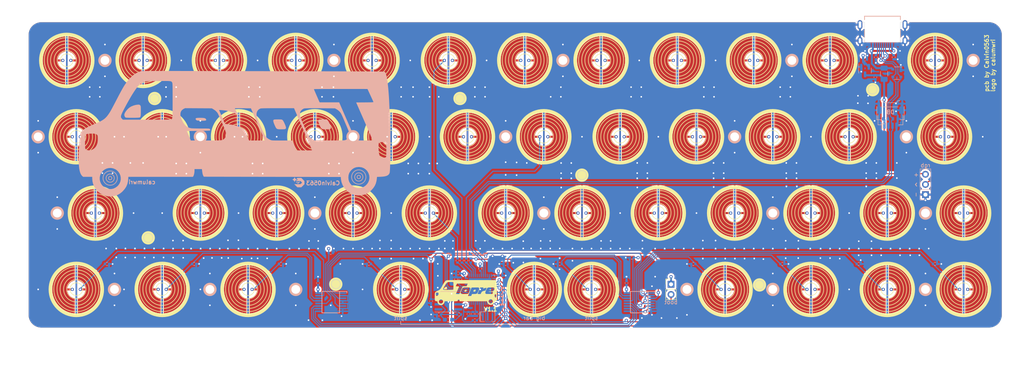
<source format=kicad_pcb>
(kicad_pcb (version 20240108) (generator "pcbnew") (generator_version "8.0")
  (layers (0 "F.Cu" signal) (1 "In1.Cu" signal) (2 "In2.Cu" signal) (31 "B.Cu" signal) (34 "B.Paste" user) (35 "F.Paste" user) (36 "B.SilkS" user "B.Silkscreen") (37 "F.SilkS" user "F.Silkscreen") (38 "B.Mask" user) (39 "F.Mask" user) (44 "Edge.Cuts" user))
  (net 0 "")
  (net 1 "GND")
  (net 2 "ROW0")
  (net 3 "COL0")
  (net 4 "COL1")
  (net 5 "COL2")
  (net 6 "COL3")
  (net 7 "COL4")
  (net 8 "COL5")
  (net 9 "ROW1")
  (net 10 "COL6")
  (net 11 "COL7")
  (net 12 "COL8")
  (net 13 "COL9")
  (net 14 "COL10")
  (net 15 "COL11")
  (net 16 "ROW2")
  (net 17 "ROW3")
  (net 18 "Net-(U1-VCAP1)")
  (net 19 "VBAT")
  (net 20 "+5V")
  (net 21 "APLEX_OUT_PIN_0")
  (net 22 "VCC")
  (net 23 "ADC")
  (net 24 "Net-(JP1-B)")
  (net 25 "Net-(U1-PA10)")
  (net 26 "Net-(U1-PB13)")
  (net 27 "Net-(U1-PB14)")
  (net 28 "Net-(U1-PB15)")
  (net 29 "NRST")
  (net 30 "BOOT1")
  (net 31 "BOOT0")
  (net 33 "XTAL0")
  (net 34 "XTAL1")
  (net 39 "APLEX_EN_PIN_0")
  (net 40 "APLEX_EN_PIN_1")
  (net 42 "D-")
  (net 43 "D+")
  (net 44 "SWDIO")
  (net 45 "SWCLK")
  (net 47 "AMUX_SEL_2")
  (net 48 "AMUX_SEL_1")
  (net 49 "AMUX_SEL_0")
  (net 54 "ARGB_3V3")
  (net 57 "/CC1")
  (net 58 "/CC2")
  (net 60 "Net-(U1-PB12)")
  (footprint "cipulot_parts:ecs_pad_1U_no_ring" (layer "F.Cu") (at 113.50625 50.00625)
    (property "Reference" "SW_EC17")
    (property "Value" "Topre" (hide yes))
  )
  (footprint "cipulot_parts:ecs_pad_1U_no_ring" (layer "F.Cu") (at 170.65625 50.00625)
    (property "Reference" "SW_EC20")
    (property "Value" "Topre" (hide yes))
  )
  (footprint "cipulot_parts:HOLE_M2" (layer "F.Cu") (at 156.36875 30.95625)
    (property "Reference" "H3" (hide yes))
    (property "Value" "MountingHole" (hide yes))
  )
  (footprint "cipulot_parts:HOLE_M2" (layer "F.Cu") (at 68.2625 88.10625)
    (property "Reference" "H18" (hide yes))
    (property "Value" "MountingHole" (hide yes))
  )
  (footprint "cipulot_parts:ecs_pad_1U_no_ring" (layer "F.Cu") (at 39.6875 69.05625)
    (property "Reference" "SW_EC25")
    (property "Value" "Topre" (hide yes))
  )
  (footprint "cipulot_parts:ecs_pad_1U_no_ring" (layer "F.Cu") (at 65.88125 69.05625 180)
    (property "Reference" "SW_EC26")
    (property "Value" "Topre" (hide yes))
  )
  (footprint "cipulot_parts:ecs_pad_1U_no_ring" (layer "F.Cu") (at 218.28125 88.10625 180)
    (property "Reference" "SW_EC44")
    (property "Value" "Topre" (hide yes))
  )
  (footprint "cipulot_parts:HOLE_M2" (layer "F.Cu") (at 246.85625 88.10625)
    (property "Reference" "H22" (hide yes))
    (property "Value" "MountingHole" (hide yes))
  )
  (footprint "cipulot_parts:ecs_pad_1U_no_ring" (layer "F.Cu") (at 89.69375 30.95625)
    (property "Reference" "SW_EC4")
    (property "Value" "Topre" (hide yes))
  )
  (footprint "cipulot_parts:HOLE_M2" (layer "F.Cu") (at 142.08125 50.00625)
    (property "Reference" "H9" (hide yes))
    (property "Value" "MountingHole" (hide yes))
  )
  (footprint "cipulot_parts:HOLE_M2" (layer "F.Cu") (at 213.51875 30.95625)
    (property "Reference" "H4" (hide yes))
    (property "Value" "MountingHole" (hide yes))
  )
  (footprint "cipulot_parts:ecs_pad_1U_no_ring" (layer "F.Cu") (at 108.74375 30.95625)
    (property "Reference" "SW_EC5")
    (property "Value" "Topre" (hide yes))
  )
  (footprint "cipulot_parts:ecs_pad_1U_no_ring" (layer "F.Cu") (at 151.60625 50.00625)
    (property "Reference" "SW_EC19")
    (property "Value" "Topre" (hide yes))
  )
  (footprint "cipulot_parts:HOLE_M2" (layer "F.Cu") (at 208.75625 69.05625)
    (property "Reference" "H15" (hide yes))
    (property "Value" "MountingHole" (hide yes))
  )
  (footprint "cipulot_parts:ecs_pad_1U_no_ring" (layer "F.Cu") (at 199.23125 69.05625 180)
    (property "Reference" "SW_EC33")
    (property "Value" "Topre" (hide yes))
  )
  (footprint "cipulot_parts:HOLE_M2" (layer "F.Cu") (at 151.60625 69.05625)
    (property "Reference" "H14" (hide yes))
    (property "Value" "MountingHole" (hide yes))
  )
  (footprint "cipulot_parts:ecs_pad_1U_no_ring" (layer "F.Cu") (at 208.75625 50.00625)
    (property "Reference" "SW_EC22")
    (property "Value" "Topre" (hide yes))
  )
  (footprint "cipulot_parts:ecs_pad_1U_no_ring" (layer "F.Cu") (at 75.40625 50.00625)
    (property "Reference" "SW_EC15")
    (property "Value" "Topre" (hide yes))
  )
  (footprint "cipulot_parts:HOLE_M2" (layer "F.Cu") (at 30.1625 69.05625)
    (property "Reference" "H12" (hide yes))
    (property "Value" "MountingHole" (hide yes))
  )
  (footprint "cipulot_parts:HOLE_M2" (layer "F.Cu") (at 208.75625 88.10625)
    (property "Reference" "H21" (hide yes))
    (property "Value" "MountingHole" (hide yes))
  )
  (footprint "cipulot_parts:HOLE_M2" (layer "F.Cu") (at 187.325 88.10625)
    (property "Reference" "H20" (hide yes))
    (property "Value" "MountingHole" (hide yes))
  )
  (footprint "cipulot_parts:ecs_pad_1U_no_ring" (layer "F.Cu") (at 70.64375 30.95625)
    (property "Reference" "SW_EC3")
    (property "Value" "Topre" (hide yes))
  )
  (footprint "cipulot_parts:ecs_pad_1U_no_ring" (layer "F.Cu") (at 256.38125 88.10625 180)
    (property "Reference" "SW_EC46")
    (property "Value" "Topre" (hide yes))
  )
  (footprint "cipulot_parts:ecs_pad_1U_no_ring" (layer "F.Cu") (at 32.54375 30.95625)
    (property "Reference" "SW_EC1")
    (property "Value" "Topre" (hide yes))
  )
  (footprint "Connector_PinHeader_2.54mm:PinHeader_1x02_P2.54mm_Vertical" (layer "F.Cu") (at 183.35625 86.83125)
    (property "Reference" "SW1" (hide yes))
    (property "Value" "BOOT0")
  )
  (footprint "cipulot_parts:ecs_pad_1U_no_ring" (layer "F.Cu") (at 123.03125 69.05625 180)
    (property "Reference" "SW_EC29")
    (property "Value" "Topre" (hide yes))
  )
  (footprint "cipulot_parts:HOLE_M2" (layer "F.Cu") (at 246.85625 69.05625)
    (property "Reference" "H16" (hide yes))
    (property "Value" "MountingHole" (hide yes))
  )
  (footprint "cipulot_parts:ecs_pad_1U_no_ring" (layer "F.Cu") (at 34.925 50.00625)
    (property "Reference" "SW_EC13")
    (property "Value" "Topre" (hide yes))
  )
  (footprint "cipulot_parts:HOLE_M2" (layer "F.Cu") (at 94.45625 69.05625)
    (property "Reference" "H13" (hide yes))
    (property "Value" "MountingHole" (hide yes))
  )
  (footprint "cipulot_parts:HOLE_M2" (layer "F.Cu") (at 258.7625 30.95625)
    (property "Reference" "H5" (hide yes))
    (property "Value" "MountingHole" (hide yes))
  )
  (footprint "cipulot_parts:ecs_pad_1U_no_ring" (layer "F.Cu") (at 103.98125 69.05625 180)
    (property "Reference" "SW_EC28")
    (property "Value" "Topre" (hide yes))
  )
  (footprint "cipulot_parts:ecs_pad_1U_no_ring" (layer "F.Cu") (at 161.13125 69.05625 180)
    (property "Reference" "SW_EC31")
    (property "Value" "Topre" (hide yes))
  )
  (footprint "LOGO" (layer "F.Cu") (at 131.7625 88.9)
    (property "Reference" "G***" (hide yes))
    (property "Value" "LOGO" (hide yes))
  )
  (footprint "cipulot_parts:HOLE_M2" (layer "F.Cu") (at 65.88125 50.00625)
    (property "Reference" "H7" (hide yes))
    (property "Value" "MountingHole" (hide yes))
  )
  (footprint "cipulot_parts:ecs_pad_1U_no_ring" (layer "F.Cu") (at 180.18125 69.05625 180)
    (property "Reference" "SW_EC32")
    (property "Value" "Topre" (hide yes))
  )
  (footprint "cipulot_parts:ecs_pad_1U_no_ring" (layer "F.Cu") (at 203.99375 30.95625)
    (property "Reference" "SW_EC10")
    (property "Value" "Topre" (hide yes))
  )
  (footprint "cipulot_parts:ecs_pad_1U_no_ring" (layer "F.Cu") (at 34.925 88.10625)
    (property "Reference" "SW_EC37")
    (property "Value" "Topre" (hide yes))
  )
  (footprint "cipulot_parts:ecs_pad_1U_no_ring" (layer "F.Cu") (at 227.80625 50.00625)
    (property "Reference" "SW_EC23")
    (property "Value" "Topre" (hide yes))
  )
  (footprint "cipulot_parts:ecs_pad_1U_no_ring" (layer "F.Cu") (at 256.38125 69.05625)
    (property "Reference" "SW_EC36")
    (property "Value" "Topre" (hide yes))
  )
  (footprint "cipulot_parts:ecs_pad_1U_no_ring" (layer "F.Cu") (at 251.61875 50.00625)
    (property "Reference" "SW_EC24")
    (property "Value" "Topre" (hide yes))
  )
  (footprint "cipulot_parts:ecs_pad_1U_no_ring" (layer "F.Cu") (at 56.35625 50.00625)
    (property "Reference" "SW_EC14")
    (property "Value" "Topre" (hide yes))
  )
  (footprint "cipulot_parts:HOLE_M2" (layer "F.Cu") (at 25.4 50.00625)
    (property "Reference" "H6" (hide yes))
    (property "Value" "MountingHole" (hide yes))
  )
  (footprint "cipulot_parts:ecs_pad_1U_no_ring" (layer "F.Cu") (at 127.79375 30.95625)
    (property "Reference" "SW_EC6")
    (property "Value" "Topre" (hide yes))
  )
  (footprint "cipulot_parts:ecs_pad_1U_no_ring" (layer "F.Cu") (at 142.08125 69.05625)
    (property "Reference" "SW_EC30")
    (property "Value" "Topre" (hide yes))
  )
  (footprint "cipulot_parts:ecs_pad_1U_no_ring" (layer "F.Cu") (at 223.04375 30.95625)
    (property "Reference" "SW_EC11")
    (property "Value" "Topre" (hide yes))
  )
  (footprint "cipulot_parts:ecs_pad_1U_no_ring" (layer "F.Cu") (at 146.84375 30.95625)
    (property "Reference" "SW_EC7")
    (property "Value" "Topre" (hide yes))
  )
  (footprint "cipulot_parts:ecs_pad_1U_no_ring" (layer "F.Cu") (at 165.89375 30.95625)
    (property "Reference" "SW_EC8")
    (property "Value" "Topre" (hide yes))
  )
  (footprint "cipulot_parts:HOLE_M2" (layer "F.Cu") (at 199.23125 50.00625)
    (property "Reference" "H10" (hide yes))
    (property "Value" "MountingHole" (hide yes))
  )
  (footprint "cipulot_parts:ecs_pad_1U_no_ring" (layer "F.Cu") (at 196.85 88.10625 180)
    (property "Reference" "SW_EC43")
    (property "Value" "Topre" (hide yes))
  )
  (footprint "cipulot_parts:ecs_pad_1U_no_ring" (layer "F.Cu") (at 237.33125 69.05625 180)
    (property "Reference" "SW_EC35")
    (property "Value" "Topre" (hide yes))
  )
  (footprint "cipulot_parts:ecs_pad_1U_no_ring" (layer "F.Cu") (at 149.225 88.10625 180)
    (property "Reference" "SW_EC41")
    (property "Value" "Topre" (hide yes))
  )
  (footprint "cipulot_parts:ecs_pad_1U_no_ring" (layer "F.Cu") (at 163.5125 88.10625 180)
    (property "Reference" "SW_EC42")
    (property "Value" "Topre" (hide yes))
  )
  (footprint "cipulot_parts:ecs_pad_1U_no_ring" (layer "F.Cu") (at 218.28125 69.05625 180)
    (property "Reference" "SW_EC34")
    (property "Value" "Topre" (hide yes))
  )
  (footprint "cipulot_parts:ecs_pad_1U_no_ring" (layer "F.Cu") (at 77.7875 88.10625)
    (property "Reference" "SW_EC39")
    (property "Value" "Topre" (hide yes))
  )
  (footprint "cipulot_parts:ecs_pad_1U_no_ring" (layer "F.Cu") (at 132.55625 50.00625)
    (property "Reference" "SW_EC18")
    (property "Value" "Topre" (hide yes))
  )
  (footprint "cipulot_parts:HOLE_M2" (layer "F.Cu") (at 44.45 88.10625)
    (property "Reference" "H17" (hide yes))
    (property "Value" "MountingHole" (hide yes))
  )
  (footprint "cipulot_parts:ecs_pad_1U_no_ring" (layer "F.Cu") (at 189.70625 50.00625)
    (property "Reference" "SW_EC21")
    (property "Value" "Topre" (hide yes))
  )
  (footprint "cipulot_parts:ecs_pad_1U_no_ring" (layer "F.Cu") (at 94.45625 50.00625)
    (property "Reference" "SW_EC16")
    (property "Value" "Topre" (hide yes))
  )
  (footprint "cipulot_parts:HOLE_M2" (layer "F.Cu") (at 42.06875 30.95625)
    (property "Reference" "H1" (hide yes))
    (property "Value" "MountingHole" (hide yes))
  )
  (footprint "cipulot_parts:HOLE_M2" (layer "F.Cu") (at 89.69375 88.10625)
    (property "Reference" "H19" (hide yes))
    (property "Value" "MountingHole" (hide yes))
  )
  (footprint "cipulot_parts:HOLE_M2" (layer "F.Cu") (at 103.98125 50.00625)
    (property "Reference" "H8" (hide yes))
    (property "Value" "MountingHole" (hide yes))
  )
  (footprint "cipulot_parts:ecs_pad_1U_no_ring" (layer "F.Cu") (at 84.93125 69.05625 180)
    (property "Reference" "SW_EC27")
    (property "Value" "Topre" (hide yes))
  )
  (footprint "cipulot_parts:ecs_pad_1U_no_ring" (layer "F.Cu") (at 56.35625 88.10625)
    (property "Reference" "SW_EC38")
    (property "Value" "Topre" (hide yes))
  )
  (footprint "cipulot_parts:ecs_pad_1U_no_ring" (layer "F.Cu") (at 184.94375 30.95625)
    (property "Reference" "SW_EC9")
    (property "Value" "Topre" (hide yes))
  )
  (footprint "cipulot_parts:ecs_pad_1U_no_ring" (layer "F.Cu") (at 237.33125 88.10625 180)
    (property "Reference" "SW_EC45")
    (property "Value" "Topre" (hide yes))
  )
  (footprint "cipulot_parts:ecs_pad_1U_no_ring" (layer "F.Cu") (at 51.59375 30.95625)
    (property "Reference" "SW_EC2")
    (property "Value" "Topre" (hide yes))
  )
  (footprint "cipulot_parts:ecs_pad_1U_no_ring" (layer "F.Cu") (at 249.2375 30.95625)
    (property "Reference" "SW_EC12")
    (property "Value" "Topre" (hide yes))
  )
  (footprint "cipulot_parts:HOLE_M2" (layer "F.Cu") (at 242.09375 50.00625)
    (property "Reference" "H11" (hide yes))
    (property "Value" "MountingHole" (hide yes))
  )
  (footprint "cipulot_parts:ecs_pad_1U_no_ring" (layer "F.Cu") (at 115.8875 88.10625 180)
    (property "Reference" "SW_EC40")
    (property "Value" "Topre" (hide yes))
  )
  (footprint "cipulot_parts:HOLE_M2" (layer "F.Cu") (at 99.21875 30.95625)
    (property "Reference" "H2" (hide yes))
    (property "Value" "MountingHole" (hide yes))
  )
  (footprint "Capacitor_SMD:C_0402_1005Metric" (layer "B.Cu") (at 133.886072 94.225973 -90)
    (property "Reference" "C10" (hide yes))
    (property "Value" "100n")
  )
  (footprint "Resistor_SMD:R_0402_1005Metric" (layer "B.Cu") (at 64.342898 81.75625)
    (property "Reference" "R14" (hide yes))
    (property "Value" "100k")
  )
  (footprint "Resistor_SMD:R_0402_1005Metric" (layer "B.Cu") (at 211.1375 81.75625)
    (property "Reference" "R23" (hide yes))
    (property "Value" "100k")
  )
  (footprint "Resistor_SMD:R_0402_1005Metric" (layer "B.Cu") (at 132.25625 80.897058 -90)
    (property "Reference" "R5" (hide yes))
    (property "Value" "100")
  )
  (footprint "Resistor_SMD:R_0402_1005Metric" (layer "B.Cu") (at 125.4125 94.3625 180)
    (property "Reference" "R18" (hide yes))
    (property "Value" "1k")
  )
  (footprint "Crystal:Resonator_SMD_Murata_CSTxExxV-3Pin_3.0x1.1mm" (layer "B.Cu") (at 137.601214 94.917035)
    (property "Reference" "Y1" (hide yes))
    (property "Value" "8 MHz")
  )
  (footprint "LOGO" (layer "B.Cu") (at 90.4875 61.363568 180)
    (property "Reference" "G***" (hide yes))
    (property "Value" "LOGO" (hide yes))
  )
  (footprint "Resistor_SMD:R_0402_1005Metric" (layer "B.Cu") (at 249.2375 81.746059)
    (property "Reference" "R25" (hide yes))
    (property "Value" "100k")
  )
  (footprint "Package_DFN_QFN:QFN-48-1EP_7x7mm_P0.5mm_EP5.6x5.6mm" (layer "B.Cu") (at 135.73125 88.10625 90)
    (property "Reference" "U1" (hide yes))
    (property "Value" "STM32F401CBUx")
  )
  (footprint "Capacitor_SMD:C_0402_1005Metric" (layer "B.Cu") (at 132.789679 94.225973 -90)
    (property "Reference" "C16" (hide yes))
    (property "Value" "100n")
  )
  (footprint "Connector_PinHeader_2.54mm:PinHeader_1x03_P2.54mm_Vertical" (layer "B.Cu") (at 246.85625 64.4525)
    (property "Reference" "J4" (hide yes))
    (property "Value" "ARGB")
  )
  (footprint "cipulot_parts:TSSOP16" (layer "B.Cu") (at 175.41875 91.28125 -90)
    (property "Reference" "U6")
    (property "Value" "74HC4051")
  )
  (footprint "LOGO" (layer "B.Cu") (at 73.025 49.2125 180)
    (property "Reference" "G***" (hide yes))
    (property "Value" "LOGO" (hide yes))
  )
  (footprint "USB4510-03-1-A:USB4510031A" (layer "B.Cu") (at 236.12475 23.18075)
    (property "Reference" "J5" (hide yes))
    (property "Value" "USB_C sink board 1.3mm" (hide yes))
  )
  (footprint "Resistor_SMD:R_0402_1005Metric" (layer "B.Cu") (at 238.91875 30.1625 -90)
    (property "Reference" "R8" (hide yes))
    (property "Value" "5k1")
  )
  (footprint "Connector_JST:JST_SH_SM04B-SRSS-TB_1x04-1MP_P1.00mm_Horizontal" (layer "B.Cu") (at 238.125 45.24375)
    (property "Reference" "J1" (hide yes))
    (property "Value" "JST SH")
  )
  (footprint "Resistor_SMD:R_0402_1005Metric" (layer "B.Cu") (at 98.425 78.99794)
    (property "Reference" "R16" (hide yes))
    (property "Value" "100k")
  )
  (footprint "Package_TO_SOT_SMD:SOT-143" (layer "B.Cu") (at 239.7125 34.13125 180)
    (property "Reference" "D1" (hide yes))
    (property "Value" "PRTR5V0U2X")
  )
  (footprint "cipulot_parts:TSSOP16" (layer "B.Cu") (at 98.425 91.28125 -90)
    (property "Reference" "U4")
    (property "Value" "74HC4051")
  )
  (footprint "Resistor_SMD:R_0402_1005Metric" (layer "B.Cu") (at 130.05625 80.897058 -90)
    (property "Reference" "R6" (hide yes))
    (property "Value" "100")
  )
  (footprint "Resistor_SMD:R_0402_1005Metric" (layer "B.Cu") (at 155.575 81.75625 180)
    (property "Reference" "R20" (hide yes))
    (property "Value" "100k")
  )
  (footprint "Capacitor_SMD:C_0402_1005Metric" (layer "B.Cu") (at 134.889679 94.233408 -90)
    (property "Reference" "C11" (hide yes))
    (property "Value" "1u")
  )
  (footprint "Resistor_SMD:R_0402_1005Metric" (layer "B.Cu") (at 131.15625 80.897058 -90)
    (property "Reference" "R4" (hide yes))
    (property "Value" "100")
  )
  (footprint "Resistor_SMD:R_0402_1005Metric" (layer "B.Cu") (at 141.2875 88.9)
    (property "Reference" "R11" (hide yes))
    (property "Value" "10k")
  )
  (footprint "Fuse:Fuse_1206_3216Metric" (layer "B.Cu") (at 236.539379 34.276278 -90)
    (property "Reference" "F_USBC1" (hide yes))
    (property "Value" "500mA")
  )
  (footprint "Resistor_SMD:R_0402_1005Metric" (layer "B.Cu") (at 134.393473 95.832687)
    (property "Reference" "R9" (hide yes))
    (property "Value" "10k")
  )
  (footprint "Resistor_SMD:R_0402_1005Metric" (layer "B.Cu") (at 234.484473 30.1625 -90)
    (property "Reference" "R7" (hide yes))
    (property "Value" "5k1")
  )
  (footprint "Resistor_SMD:R_0402_1005Metric" (layer "B.Cu") (at 42.57875 81.75625)
    (property "Reference" "R15" (hide yes))
    (property "Value" "100k")
  )
  (footprint "Capacitor_SMD:C_0402_1005Metric" (layer "B.Cu") (at 130.775537 85.600138 90)
    (property "Reference" "C1" (hide yes))
    (property "Value" "4.7u")
  )
  (footprint "Resistor_SMD:R_0402_1005Metric" (layer "B.Cu") (at 107.943663 81.746059 180)
    (property "Reference" "R17" (hide yes))
    (property "Value" "100k")
  )
  (footprint "Package_SO:SOIC-8_3.9x4.9mm_P1.27mm" (layer "B.Cu") (at 127.79375 91.1875)
    (property "Reference" "U5" (hide yes))
    (property "Value" "OPA350")
  )
  (footprint "Resistor_SMD:R_0402_1005Metric" (layer "B.Cu") (at 230.1875 81.75625)
    (property "Reference" "R24" (hide yes))
    (property "Value" "100k")
  )
  (footprint "Package_TO_SOT_SMD:SOT-23" (layer "B.Cu") (at 231.775 33.482528 -90)
    (property "Reference" "U3" (hide yes))
    (property "Value" "XC6206PxxxMR")
  )
  (footprint "Capacitor_SMD:C_0402_1005Metric" (layer "B.Cu") (at 234.360949 35.144941 -90)
    (property "Reference" "C12" (hide yes))
    (property "Value" "1u")
  )
  (footprint "Capacitor_SMD:C_0402_1005Metric" (layer "B.Cu") (at 231.775 30.730076)
    (property "Reference" "C13" (hide yes))
    (property "Value" "1u")
  )
  (footprint "Resistor_SMD:R_0402_1005Metric" (layer "B.Cu") (at 173.5475 80.16875 180)
    (property "Reference" "R19" (hide yes))
    (property "Value" "100k")
  )
  (footprint "Capacitor_SMD:C_0402_1005Metric" (layer "B.Cu") (at 141.29943 90.289802)
    (property "Reference" "C9" (hide yes))
    (property "Value" "100n")
  )
  (footprint "Capacitor_SMD:C_0402_1005Metric" (layer "B.Cu") (at 123.451464 91.021881 90)
    (property "Reference" "C15" (hide yes))
    (property "Value" "220p")
  )
  (footprint "Resistor_SMD:R_0402_1005Metric" (layer "B.Cu") (at 135.73125 82.95 90)
    (property "Reference" "R2" (hide yes))
    (property "Value" "100k")
  )
  (footprint "Resistor_SMD:R_0402_1005Metric" (layer "B.Cu") (at 142.08125 81.75625 180)
    (property "Reference" "R21" (hide yes))
    (property "Value" "100k")
  )
  (footprint "Capacitor_SMD:C_0402_1005Metric" (layer "B.Cu") (at 141.310343 91.336235)
    (property "Reference" "C6" (hide yes))
    (property "Value" "100n")
  )
  (footprint "Capacitor_SMD:C_0402_1005Metric" (layer "B.Cu") (at 130.20675 84.10575 180)
    (property "Reference" "C7" (hide yes))
    (property "Value" "100n")
  )
  (footprint "Resistor_SMD:R_0402_1005Metric" (layer "B.Cu") (at 130.45875 94.3625)
    (property "Reference" "R12" (hide yes))
    (property "Value" "100k")
  )
  (footprint "Capacitor_SMD:C_0402_1005Metric" (layer "B.Cu") (at 140.775 84.65)
    (property "Reference" "C8" (hide yes))
    (property "Value" "100n")
  )
  (footprint "Resistor_SMD:R_0402_1005Metric" (layer "B.Cu") (at 129.695761 85.582261 -90)
    (property "Reference" "R10" (hide yes))
    (property "Value" "10k")
  )
  (footprint "Connector_Molex:Molex_Pico-EZmate_78171-0004_1x04-1MP_P1.20mm_Vertical" (layer "B.Cu") (at 238.125 43.65625)
    (property "Reference" "J2" (hide yes))
    (property "Value" "Pico EZmate")
  )
  (footprint "Resistor_SMD:R_0402_1005Metric" (layer "B.Cu") (at 86.00875 81.75625)
    (property "Reference" "R13" (hide yes))
    (property "Value" "100k")
  )
  (footprint "Resistor_SMD:R_0402_1005Metric" (layer "B.Cu") (at 133.35 80.897058 -90)
    (property "Reference" "R3" (hide yes))
    (property "Value" "100")
  )
  (footprint "Capacitor_SMD:C_0402_1005Metric" (layer "B.Cu") (at 95.25 86.51875 90)
    (property "Reference" "C14" (hide yes))
    (property "Value" "100n")
  )
  (footprint "Capacitor_SMD:C_0402_1005Metric" (layer "B.Cu") (at 172.24375 86.51875 90)
    (property "Reference" "C17" (hide yes))
    (property "Value" "100n")
  )
  (footprint "Resistor_SMD:R_0402_1005Metric" (layer "B.Cu") (at 188.9125 81.75625 180)
    (property "Reference" "R22" (hide yes))
    (property "Value" "100k")
  )
  (footprint "Resistor_SMD:R_0603_1608Metric_Pad0.98x0.95mm_HandSolder" (layer "B.Cu") (at 127.810942 95.665357 180)
    (property "Reference" "JP1" (hide yes))
    (property "Value" "Ext_Res")
  )
  (gr_circle (center 142.08125 50.00625) (end 140.49375 50.00625) (stroke (width 0.15)) (fill solid) (layer "B.SilkS"))
  (gr_circle (center 103.98125 50.00625) (end 102.39375 50.00625) (stroke (width 0.15)) (fill solid) (layer "B.SilkS"))
  (gr_circle (center 30.1625 69.05625) (end 28.575 69.05625) (stroke (width 0.15)) (fill solid) (layer "B.SilkS"))
  (gr_circle (center 43.372899 60.325) (end 42.984307 60.166759) (stroke (width 0.15)) (fill none) (layer "B.SilkS"))
  (gr_line (start 115.8875 96.8375) (end 115.8875 96.04375) (stroke (width 0.15)) (layer "B.SilkS"))
  (gr_circle (center 105.420782 60.051583) (end 105.03219 59.893342) (stroke (width 0.15)) (fill none) (layer "B.SilkS"))
  (gr_circle (center 99.21875 30.95625) (end 97.63125 30.95625) (stroke (width 0.15)) (fill solid) (layer "B.SilkS"))
  (gr_circle (center 68.2625 88.10625) (end 66.675 88.10625) (stroke (width 0.15)) (fill solid) (layer "B.SilkS"))
  (gr_circle (center 25.4 50.00625) (end 23.8125 50.00625) (stroke (width 0.15)) (fill solid) (layer "B.SilkS"))
  (gr_circle (center 246.85625 69.05625) (end 245.26875 69.05625) (stroke (width 0.15)) (fill solid) (layer "B.SilkS"))
  (gr_line (start 163.5125 96.04375) (end 163.5125 96.8375) (stroke (width 0.15)) (layer "B.SilkS"))
  (gr_circle (center 187.325 88.10625) (end 185.7375 88.10625) (stroke (width 0.15)) (fill solid) (layer "B.SilkS"))
  (gr_circle (center 208.75625 69.05625) (end 207.16875 69.05625) (stroke (width 0.15)) (fill solid) (layer "B.SilkS"))
  (gr_circle (center 44.45 88.10625) (end 42.8625 88.10625) (stroke (width 0.15)) (fill solid) (layer "B.SilkS"))
  (gr_circle (center 94.45625 69.05625) (end 92.86875 69.05625) (stroke (width 0.15)) (fill solid) (layer "B.SilkS"))
  (gr_circle (center 242.09375 50.00625) (end 240.50625 50.00625) (stroke (width 0.15)) (fill solid) (layer "B.SilkS"))
  (gr_circle (center 89.69375 88.10625) (end 88.10625 88.10625) (stroke (width 0.15)) (fill solid) (layer "B.SilkS"))
  (gr_circle (center 208.75625 88.10625) (end 207.16875 88.10625) (stroke (width 0.15)) (fill solid) (layer "B.SilkS"))
  (gr_circle (center 105.420782 60.051583) (end 105.03219 59.099592) (stroke (width 0.15)) (fill none) (layer "B.SilkS"))
  (gr_circle (center 43.372899 60.325) (end 42.984307 59.373009) (stroke (width 0.15)) (fill none) (layer "B.SilkS"))
  (gr_line (start 163.5125 96.8375) (end 115.8875 96.8375) (stroke (width 0.15)) (layer "B.SilkS"))
  (gr_circle (center 42.06875 30.95625) (end 40.48125 30.95625) (stroke (width 0.15)) (fill solid) (layer "B.SilkS"))
  (gr_circle (center 65.88125 50.00625) (end 64.29375 50.00625) (stroke (width 0.15)) (fill solid) (layer "B.SilkS"))
  (gr_circle (center 43.372899 60.325) (end 42.984307 58.579259) (stroke (width 0.15)) (fill none) (layer "B.SilkS"))
  (gr_circle (center 213.51875 30.95625) (end 211.93125 30.95625) (stroke (width 0.15)) (fill solid) (layer "B.SilkS"))
  (gr_circle (center 258.7625 30.95625) (end 257.175 30.95625) (stroke (width 0.15)) (fill solid) (layer "B.SilkS"))
  (gr_circle (center 151.60625 69.05625) (end 150.01875 69.05625) (stroke (width 0.15)) (fill solid) (layer "B.SilkS"))
  (gr_circle (center 246.85625 88.10625) (end 245.26875 88.10625) (stroke (width 0.15)) (fill solid) (layer "B.SilkS"))
  (gr_circle (center 105.420782 60.051583) (end 105.03219 58.305842) (stroke (width 0.15)) (fill none) (layer "B.SilkS"))
  (gr_circle (center 199.23125 50.00625) (end 197.64375 50.00625) (stroke (width 0.15)) (fill solid) (layer "B.SilkS"))
  (gr_circle (center 156.36875 30.95625) (end 154.78125 30.95625) (stroke (width 0.15)) (fill solid) (layer "B.SilkS"))
  (gr_circle (center 218.28125 88.04984) (end 219.075 82.49359) (stroke (width 0.15)) (fill none) (layer "F.SilkS"))
  (gr_circle (center 113.50625 50.00625) (end 115.09375 50.00625) (stroke (width 0.15)) (fill none) (layer "F.SilkS"))
  (gr_circle (center 237.33125 88.04984) (end 238.125 84.08109) (stroke (width 0.15)) (fill none) (layer "F.SilkS"))
  (gr_circle (center 51.59375 30.89984) (end 53.18125 30.89984) (stroke (width 0.15)) (fill none) (layer "F.SilkS"))
  (gr_circle (center 39.6875 69.05625) (end 39.6875 65.88125) (stroke (width 0.15)) (fill none) (layer "F.SilkS"))
  (gr_circle (center 51.59375 30.89984) (end 52.3875 25.34359) (stroke (width 0.15)) (fill none) (layer "F.SilkS"))
  (gr_circle (center 89.69375 30.89984) (end 89.69375 28.51859) (stroke (width 0.15)) (fill none) (layer "F.SilkS"))
  (gr_circle (center 196.85 88.171942) (end 197.64375 84.203192) (stroke (width 0.15)) (fill none) (layer "F.SilkS"))
  (gr_circle (center 256.38125 68.99984) (end 257.96875 68.99984) (stroke (width 0.15)) (fill none) (layer "F.SilkS"))
  (gr_circle (center 56.35625 88.04984) (end 57.94375 88.04984) (stroke (width 0.15)) (fill none) (layer "F.SilkS"))
  (gr_circle (center 151.60625 50.00625) (end 152.4 44.45) (stroke (width 0.15)) (fill none) (layer "F.SilkS"))
  (gr_circle (center 251.61875 49.94984) (end 251.61875 47.56859) (stroke (width 0.15)) (fill none) (layer "F.SilkS"))
  (gr_circle (center 34.925 88.04984) (end 35.71875 84.08109) (stroke (width 0.15)) (fill none) (layer "F.SilkS"))
  (gr_circle (center 77.7875 88.04984) (end 78.58125 83.28734) (stroke (width 0.15)) (fill none) (layer "F.SilkS"))
  (gr_circle (center 56.35625 50.00625) (end 56.35625 46.83125) (stroke (width 0.15)) (fill none) (layer "F.SilkS"))
  (gr_circle (center 151.60625 50.00625) (end 151.60625 46.83125) (stroke (width 0.15)) (fill none) (layer "F.SilkS"))
  (gr_circle (center 113.50625 50.00625) (end 114.3 45.24375) (stroke (width 0.15)) (fill none) (layer "F.SilkS"))
  (gr_circle (center 203.99375 30.89984) (end 204.7875 26.93109) (stroke (width 0.15)) (fill none) (layer "F.SilkS"))
  (gr_circle (center 77.7875 88.04984) (end 79.375 88.04984) (stroke (width 0.15)) (fill none) (layer "F.SilkS"))
  (gr_circle (center 77.7875 88.04984) (end 77.7875 84.87484) (stroke (width 0.15)) (fill none) (layer "F.SilkS"))
  (gr_circle (center 199.23125 68.99984) (end 199.23125 66.61859) (stroke (width 0.15)) (fill none) (layer "F.SilkS"))
  (gr_circle (center 237.33125 88.04984) (end 238.125 83.28734) (stroke (width 0.15)) (fill none) (layer "F.SilkS"))
  (gr_circle (center 249.2375 30.95625) (end 249.2375 27.78125) (stroke (width 0.15)) (fill none) (layer "F.SilkS"))
  (gr_circle (center 251.61875 49.94984) (end 251.61875 46.77484) (stroke (width 0.15)) (fill none) (layer "F.SilkS"))
  (gr_circle (center 94.45625 50.00625) (end 95.25 44.45) (stroke (width 0.15)) (fill none) (layer "F.SilkS"))
  (gr_circle (center 256.38125 88.04984) (end 257.175 82.49359) (stroke (width 0.15)) (fill none) (layer "F.SilkS"))
  (gr_circle (center 256.38125 68.99984) (end 256.38125 66.61859) (stroke (width 0.15)) (fill none) (layer "F.SilkS"))
  (gr_circle (center 89.69375 30.89984) (end 91.28125 30.89984) (stroke (width 0.15)) (fill none) (layer "F.SilkS"))
  (gr_circle (center 70.64375 30.89984) (end 70.64375 27.72484) (stroke (width 0.15)) (fill none) (layer "F.SilkS"))
  (gr_circle (center 77.7875 88.04984) (end 78.58125 84.08109) (stroke (width 0.15)) (fill none) (layer "F.SilkS"))
  (gr_circle (center 218.28125 68.99984) (end 218.28125 65.82484) (stroke (width 0.15)) (fill none) (layer "F.SilkS"))
  (gr_circle (center 123.03125 68.99984) (end 123.825 63.44359) (stroke (width 0.15)) (fill none) (layer "F.SilkS"))
  (gr_circle (center 237.33125 68.99984) (end 238.125 65.03109) (stroke (width 0.15)) (fill none) (layer "F.SilkS"))
  (gr_circle (center 75.40625 50.00625) (end 75.40625 46.83125) (stroke (width 0.15)) (fill none) (layer "F.SilkS"))
  (gr_circle (center 103.98125 68.99984) (end 103.98125 66.61859) (stroke (width 0.15)) (fill none) (layer "F.SilkS"))
  (gr_circle (center 203.99375 30.89984) (end 203.99375 28.51859) (stroke (width 0.15)) (fill none) (layer "F.SilkS"))
  (gr_circle (center 180.18125 68.99984) (end 180.975 64.23734) (stroke (width 0.15)) (fill none) (layer "F.SilkS"))
  (gr_circle (center 103.98125 68.99984) (end 104.775 63.44359) (stroke (width 0.15)) (fill none) (layer "F.SilkS"))
  (gr_circle (center 56.35625 88.04984) (end 57.15 83.28734) (stroke (width 0.15)) (fill none) (layer "F.SilkS"))
  (gr_circle (center 142.08125 68.99984) (end 142.875 64.23734) (stroke (width 0.15)) (fill none) (layer "F.SilkS"))
  (gr_circle (center 161.13125 68.99984) (end 161.925 64.23734) (stroke (width 0.15)) (fill none) (layer "F.SilkS"))
  (gr_circle (center 84.93125 68.99984) (end 84.93125 66.61859) (stroke (width 0.15)) (fill none) (layer "F.SilkS"))
  (gr_circle (center 75.40625 50.00625) (end 76.99375 50.00625) (stroke (width 0.15)) (fill none) (layer "F.SilkS"))
  (gr_circle (center 218.28125 68.99984) (end 219.075 63.44359) (stroke (width 0.15)) (fill none) (layer "F.SilkS"))
  (gr_circle (center 34.925 50.00625) (end 35.71875 44.45) (stroke (width 0.15)) (fill none) (layer "F.SilkS"))
  (gr_circle (center 103.98125 68.99984) (end 104.775 64.23734) (stroke (width 0.15)) (fill none) (layer "F.SilkS"))
  (gr_circle (center 99.68558 86.809831) (end 101.27308 86.809831) (stroke (width 0.15)) (fill solid) (layer "F.SilkS"))
  (gr_circle (center 108.74375 30.89984) (end 108.74375 28.51859) (stroke (width 0.15)) (fill none) (layer "F.SilkS"))
  (gr_circle (center 170.65625 50.00625) (end 171.45 45.24375) (stroke (width 0.15)) (fill none) (layer "F.SilkS"))
  (gr_circle (center 149.225 88.10625) (end 149.225 84.93125) (stroke (width 0.15)) (fill none) (layer "F.SilkS"))
  (gr_circle (center 56.35625 50.00625) (end 57.94375 50.00625) (stroke (width 0.15)) (fill none) (layer "F.SilkS"))
  (gr_circle (center 146.84375 30.89984) (end 147.6375 26.13734) (stroke (width 0.15)) (fill none) (layer "F.SilkS"))
  (gr_circle (center 189.70625 50.00625) (end 189.70625 46.83125) (stroke (width 0.15)) (fill none) (layer "F.SilkS"))
  (gr_circle (center 34.925 50.00625) (end 35.71875 46.0375) (stroke (width 0.15)) (fill none) (layer "F.SilkS"))
  (gr_circle (center 237.33125 68.99984) (end 238.125 64.23734) (stroke (width 0.15)) (fill none) (layer "F.SilkS"))
  (gr_circle (center 123.03125 68.99984) (end 124.61875 68.99984) (stroke (width 0.15)) (fill none) (layer "F.SilkS"))
  (gr_circle (center 108.74375 30.89984) (end 110.33125 30.89984) (stroke (width 0.15)) (fill none) (layer "F.SilkS"))
  (gr_circle (center 34.925 50.00625) (end 34.925 47.625) (stroke (width 0.15)) (fill none) (layer "F.SilkS"))
  (gr_circle (center 256.38125 68.99984) (end 256.38125 65.82484) (stroke (width 0.15)) (fill none) (layer "F.SilkS"))
  (gr_circle (center 56.35625 50.00625) (end 57.15 44.45) (stroke (width 0.15)) (fill none) (layer "F.SilkS"))
  (gr_circle (center 34.925 88.04984) (end 34.925 84.87484) (stroke (width 0.15)) (fill none) (layer "F.SilkS"))
  (gr_circle (center 161.13125 68.99984) (end 161.13125 66.61859) (stroke (width 0.15)) (fill none) (layer "F.SilkS"))
  (gr_circle (center 34.925 88.04984) (end 35.71875 82.49359) (stroke (width 0.15)) (fill none) (layer "F.SilkS"))
  (gr_circle (center 223.04375 30.89984) (end 223.8375 26.13734) (stroke (width 0.15)) (fill none) (layer "F.SilkS"))
  (gr_circle (center 89.69375 30.89984) (end 90.4875 25.34359) (stroke (width 0.15)) (fill none) (layer "F.SilkS"))
  (gr_circle (center 184.94375 30.89984) (end 185.7375 26.93109) (stroke (width 0.15)) (fill none) (layer "F.SilkS"))
  (gr_circle (center 163.5125 88.04984) (end 164.30625 82.49359) (stroke (width 0.15)) (fill none) (layer "F.SilkS"))
  (gr_circle (center 146.84375 30.89984) (end 148.43125 30.89984) (stroke (width 0.15)) (fill none) (layer "F.SilkS"))
  (gr_circle (center 218.28125 88.04984) (end 219.86875 88.04984) (stroke (width 0.15)) (fill none) (layer "F.SilkS"))
  (gr_circle (center 127.79375 30.89984) (end 128.5875 26.93109) (stroke (width 0.15)) (fill none) (layer "F.SilkS"))
  (gr_circle (center 218.28125 88.04984) (end 218.28125 85.66859) (stroke (width 0.15)) (fill none) (layer "F.SilkS"))
  (gr_circle (center 161.13125 68.99984) (end 162.71875 68.99984) (stroke (width 0.15)) (fill none) (layer "F.SilkS"))
  (gr_circle (center 34.925 50.00625) (end 34.925 46.83125) (stroke (width 0.15)) (fill none) (layer "F.SilkS"))
  (gr_circle (center 184.94375 30.89984) (end 184.94375 27.72484) (stroke (width 0.15)) (fill none) (layer "F.SilkS"))
  (gr_circle (center 218.28125 68.99984) (end 218.28125 66.61859) (stroke (width 0.15)) (fill none) (layer "F.SilkS"))
  (gr_circle (center 218.28125 88.04984) (end 219.075 84.08109) (stroke (width 0.15)) (fill none) (layer "F.SilkS"))
  (gr_circle (center 115.8875 88.04984) (end 116.68125 84.08109) (stroke (width 0.15)) (fill none) (layer "F.SilkS"))
  (gr_circle (center 70.64375 30.89984) (end 72.23125 30.89984) (stroke (width 0.15)) (fill none) (layer "F.SilkS"))
  (gr_circle (center 149.225 88.10625) (end 150.8125 88.10625) (stroke (width 0.15)) (fill none) (layer "F.SilkS"))
  (gr_circle (center 146.84375 30.89984) (end 146.84375 28.51859) (stroke (width 0.15)) (fill none) (layer "F.SilkS"))
  (gr_circle (center 189.70625 50.00625) (end 190.5 45.24375) (stroke (width 0.15)) (fill none) (layer "F.SilkS"))
  (gr_circle (center 65.88125 68.99984) (end 66.675 64.23734) (stroke (width 0.15)) (fill none) (layer "F.SilkS"))
  (gr_circle (center 203.99375 30.89984) (end 203.99375 27.72484) (stroke (width 0.15)) (fill none) (layer "F.SilkS"))
  (gr_circle (center 113.50625 50.00625) (end 114.3 46.0375) (stroke (width 0.15)) (fill none) (layer "F.SilkS"))
  (gr_circle (center 151.60625 50.00625) (end 151.60625 47.625) (stroke (width 0.15)) (fill none) (layer "F.SilkS"))
  (gr_circle (center 115.8875 88.04984) (end 116.68125 82.49359) (stroke (width 0.15)) (fill none) (layer "F.SilkS"))
  (gr_circle (center 189.70625 50.00625) (end 191.29375 50.00625) (stroke (width 0.15)) (fill none) (layer "F.SilkS"))
  (gr_circle (center 51.59375 30.89984) (end 51.59375 28.51859) (stroke (width 0.15)) (fill none) (layer "F.SilkS"))
  (gr_circle (center 132.55625 50.00625) (end 133.35 44.45) (stroke (width 0.15)) (fill none) (layer "F.SilkS"))
  (gr_circle (center 65.88125 68.99984) (end 66.675 63.44359) (stroke (width 0.15)) (fill none) (layer "F.SilkS"))
  (gr_circle (center 218.28125 88.04984) (end 219.075 83.28734) (stroke (width 0.15)) (fill none) (layer "F.SilkS"))
  (gr_circle (center 227.80625 50.00625) (end 228.6 46.0375) (stroke (width 0.15)) (fill none) (layer "F.SilkS"))
  (gr_circle (center 161.13125 68.99984) (end 161.925 65.03109) (stroke (width 0.15)) (fill none) (layer "F.SilkS"))
  (gr_circle (center 165.89375 30.89984) (end 165.89375 28.51859) (stroke (width 0.15)) (fill none) (layer "F.SilkS"))
  (gr_circle (center 34.925 50.00625) (end 36.5125 50.00625) (stroke (width 0.15)) (fill none) (layer "F.SilkS"))
  (gr_circle (center 256.38125 88.04984) (end 256.38125 84.87484) (stroke (width 0.15)) (fill none) (layer "F.SilkS"))
  (gr_circle (center 39.6875 69.05625) (end 40.48125 63.5) (stroke (width 0.15)) (fill none) (layer "F.SilkS"))
  (gr_circle (center 256.38125 88.04984) (end 257.175 83.28734) (stroke (width 0.15)) (fill none) (layer "F.SilkS"))
  (gr_circle (center 149.225 88.10625) (end 150.01875 84.1375) (stroke (width 0.15)) (fill none) (layer "F.SilkS"))
  (gr_circle (center 34.925 88.04984) (end 34.925 85.66859) (stroke (width 0.15)) (fill none) (layer "F.SilkS"))
  (gr_circle (center 256.38125 68.99984) (end 257.175 64.23734) (stroke (width 0.15)) (fill none) (layer "F.SilkS"))
  (gr_circle (center 84.93125 68.99984) (end 84.93125 65.82484) (stroke (width 0.15)) (fill none) (layer "F.SilkS"))
  (gr_circle (center 51.59375 30.89984) (end 52.3875 26.93109) (stroke (width 0.15)) (fill none) (layer "F.SilkS"))
  (gr_circle (center 32.54375 30.89984) (end 33.3375 26.13734) (stroke (width 0.15)) (fill none) (layer "F.SilkS"))
  (gr_circle (center 227.80625 50.00625) (end 228.6 45.24375) (stroke (width 0.15)) (fill none) (layer "F.SilkS"))
  (gr_circle (center 132.55625 50.00625) (end 133.35 46.0375) (stroke (width 0.15)) (fill none) (layer "F.SilkS"))
  (gr_circle (center 208.75625 50.00625) (end 209.55 45.24375) (stroke (width 0.15)) (fill none) (layer "F.SilkS"))
  (gr_circle (center 249.2375 30.95625) (end 250.03125 26.9875) (stroke (width 0.15)) (fill none) (layer "F.SilkS"))
  (gr_circle (center 184.94375 30.89984) (end 185.7375 26.13734) (stroke (width 0.15)) (fill none) (layer "F.SilkS"))
  (gr_circle (center 32.54375 30.89984) (end 32.54375 28.51859) (stroke (width 0.15)) (fill none) (layer "F.SilkS"))
  (gr_circle (center 237.33125 88.04984) (end 237.33125 85.66859) (stroke (width 0.15)) (fill none) (layer "F.SilkS"))
  (gr_circle (center 146.84375 30.89984) (end 147.6375 26.93109) (stroke (width 0.15)) (fill none) (layer "F.SilkS"))
  (gr_circle (center 237.33125 68.99984) (end 237.33125 66.61859) (stroke (width 0.15)) (fill none) (layer "F.SilkS"))
  (gr_circle (center 170.65625 50.00625) (end 172.24375 50.00625) (stroke (width 0.15)) (fill none) (layer "F.SilkS"))
  (gr_circle (center 84.93125 68.99984) (end 85.725 63.44359) (stroke (width 0.15)) (fill none) (layer "F.SilkS"))
  (gr_circle (center 56.35625 50.00625) (end 57.15 46.0375) (stroke (width 0.15)) (fill none) (layer "F.SilkS"))
  (gr_circle (center 180.18125 68.99984) (end 180.18125 66.61859) (stroke (width 0.15)) (fill none) (layer "F.SilkS"))
  (gr_circle (center 149.225 88.10625) (end 149.225 85.725) (stroke (width 0.15)) (fill none) (layer "F.SilkS"))
  (gr_circle (center 196.85 88.171942) (end 196.85 85.790692) (stroke (width 0.15)) (fill none) (layer "F.SilkS"))
  (gr_circle (center 56.35625 50.00625) (end 56.35625 47.625) (stroke (width 0.15)) (fill none) (layer "F.SilkS"))
  (gr_circle (center 184.94375 30.89984) (end 186.53125 30.89984) (stroke (width 0.15)) (fill none) (layer "F.SilkS"))
  (gr_circle (center 32.54375 30.89984) (end 33.3375 26.93109) (stroke (width 0.15)) (fill none) (layer "F.SilkS"))
  (gr_circle (center 39.6875 69.05625) (end 40.48125 64.29375) (stroke (width 0.15)) (fill none) (layer "F.SilkS"))
  (gr_circle (center 70.64375 30.89984) (end 71.4375 25.34359) (stroke (width 0.15)) (fill none) (layer "F.SilkS"))
  (gr_circle (center 70.64375 30.89984) (end 70.64375 28.51859) (stroke (width 0.15)) (fill none) (layer "F.SilkS"))
  (gr_circle (center 142.08125 68.99984) (end 142.875 65.03109) (stroke (width 0.15)) (fill none) (layer "F.SilkS"))
  (gr_circle (center 223.04375 30.89984) (end 224.63125 30.89984) (stroke (width 0.15)) (fill none) (layer "F.SilkS"))
  (gr_circle (center 170.65625 50.00625) (end 170.65625 46.83125) (stroke (width 0.15)) (fill none) (layer "F.SilkS"))
  (gr_circle (center 165.89375 30.89984) (end 166.6875 26.93109) (stroke (width 0.15)) (fill none) (layer "F.SilkS"))
  (gr_circle (center 39.6875 69.05625) (end 40.48125 65.0875) (stroke (width 0.15)) (fill none) (layer "F.SilkS"))
  (gr_circle (center 34.925 88.04984) (end 36.5125 88.04984) (stroke (width 0.15)) (fill none) (layer "F.SilkS"))
  (gr_circle (center 113.50625 50.00625) (end 113.50625 46.83125) (stroke (width 0.15)) (fill none) (layer "F.SilkS"))
  (gr_circle (center 199.23125 68.99984) (end 199.23125 65.82484) (stroke (width 0.15)) (fill none) (layer "F.SilkS"))
  (gr_circle (center 70.64375 30.89984) (end 71.4375 26.13734) (stroke (width 0.15)) (fill none) (layer "F.SilkS"))
  (gr_circle (center 237.33125 68.99984) (end 238.125 63.44359) (stroke (width 0.15)) (fill none) (layer "F.SilkS"))
  (gr_circle (center 249.2375 30.95625) (end 250.825 30.95625) (stroke (width 0.15)) (fill none) (layer "F.SilkS"))
  (gr_circle (center 249.2375 30.95625) (end 250.03125 25.4) (stroke (width 0.15)) (fill none) (layer "F.SilkS"))
  (gr_circle (center 34.925 88.04984) (end 35.71875 83.28734) (stroke (width 0.15)) (fill none) (layer "F.SilkS"))
  (gr_circle (center 70.64375 30.89984) (end 71.4375 26.93109) (stroke (width 0.15)) (fill none) (layer "F.SilkS"))
  (gr_circle (center 151.60625 50.00625) (end 153.19375 50.00625) (stroke (width 0.15)) (fill none) (layer "F.SilkS"))
  (gr_circle (center 251.61875 49.94984) (end 252.4125 45.18734) (stroke (width 0.15)) (fill none) (layer "F.SilkS"))
  (gr_circle (center 65.88125 68.99984) (end 65.88125 66.61859) (stroke (width 0.15)) (fill none) (layer "F.SilkS"))
  (gr_circle (center 208.75625 50.00625) (end 209.55 46.0375) (stroke (width 0.15)) (fill none) (layer "F.SilkS"))
  (gr_circle (center 142.08125 68.99984) (end 142.08125 66.61859) (stroke (width 0.15)) (fill none) (layer "F.SilkS"))
  (gr_circle (center 127.79375 30.89984) (end 127.79375 28.51859) (stroke (width 0.15)) (fill none) (layer "F.SilkS"))
  (gr_circle (center 218.28125 68.99984) (end 219.86875 68.99984) (stroke (width 0.15)) (fill none) (layer "F.SilkS"))
  (gr_circle (center 237.33125 88.04984) (end 237.33125 84.87484) (stroke (width 0.15)) (fill none) (layer "F.SilkS"))
  (gr_circle (center 163.5125 88.04984) (end 164.30625 84.08109) (stroke (width 0.15)) (fill none) (layer "F.SilkS"))
  (gr_circle (center 256.38125 88.04984) (end 257.175 84.08109) (stroke (width 0.15)) (fill none) (layer "F.SilkS"))
  (gr_circle (center 189.70625 50.00625) (end 190.5 46.0375) (stroke (width 0.15)) (fill none) (layer "F.SilkS"))
  (gr_circle (center 205.431977 86.989076) (end 207.019477 86.989076) (stroke (width 0.15)) (fill solid) (layer "F.SilkS"))
  (gr_circle (center 123.03125 68.99984) (end 123.03125 66.61859) (stroke (width 0.15)) (fill none) (layer "F.SilkS"))
  (gr_circle (center 127.79375 30.89984) (end 127.79375 27.72484) (stroke (width 0.15)) (fill none) (layer "F.SilkS"))
  (gr_circle (center 56.35625 88.04984) (end 57.15 84.08109) (stroke (width 0.15)) (fill none) (layer "F.SilkS"))
  (gr_circle (center 170.65625 50.00625) (end 171.45 46.0375) (stroke (width 0.15)) (fill none) (layer "F.SilkS"))
  (gr_circle (center 256.38125 88.04984) (end 256.38125 85.66859) (stroke (width 0.15)) (fill none) (layer "F.SilkS"))
  (gr_circle (center 161.13125 68.99984) (end 161.925 63.44359) (stroke (width 0.15)) (fill none) (layer "F.SilkS"))
  (gr_circle (center 89.69375 30.89984) (end 90.4875 26.13734) (stroke (width 0.15)) (fill none) (layer "F.SilkS"))
  (gr_circle (center 75.40625 50.00625) (end 76.2 45.24375) (stroke (width 0.15)) (fill none) (layer "F.SilkS"))
  (gr_circle (center 218.28125 88.04984) (end 218.28125 84.87484) (stroke (width 0.15)) (fill none) (layer "F.SilkS"))
  (gr_circle (center 123.03125 68.99984) (end 123.825 64.23734) (stroke (width 0.15)) (fill none) (layer "F.SilkS"))
  (gr_circle (center 149.225 88.10625) (end 150.01875 82.55) (stroke (width 0.15)) (fill none) (layer "F.SilkS"))
  (gr_circle (center 223.04375 30.89984) (end 223.8375 26.93109) (stroke (width 0.15)) (fill none) (layer "F.SilkS"))
  (gr_circle (center 130.685132 40.456607) (end 132.272632 40.456607) (stroke (width 0.15)) (fill solid) (layer "F.SilkS"))
  (gr_circle (center 189.70625 50.00625) (end 190.5 44.45) (stroke (width 0.15)) (fill none) (layer "F.SilkS"))
  (gr_circle (center 32.54375 30.89984) (end 33.3375 25.34359) (stroke (width 0.15)) (fill none) (layer "F.SilkS"))
  (gr_circle (center 132.55625 50.00625) (end 134.14375 50.00625) (stroke (width 0.15)) (fill none) (layer "F.SilkS"))
  (gr_circle (center 149.225 88.10625) (end 150.01875 83.34375) (stroke (width 0.15)) (fill none) (layer "F.SilkS"))
  (gr_circle (center 249.2375 30.95625) (end 249.2375 28.575) (stroke (width 0.15)) (fill none) (layer "F.SilkS"))
  (gr_circle (center 54.471287 40.459135) (end 56.058787 40.459135) (stroke (width 0.15)) (fill solid) (layer "F.SilkS"))
  (gr_circle (center 180.18125 68.99984) (end 180.18125 65.82484) (stroke (width 0.15)) (fill none) (layer "F.SilkS"))
  (gr_circle (center 227.80625 50.00625) (end 228.6 44.45) (stroke (width 0.15)) (fill none) (layer "F.SilkS"))
  (gr_circle (center 115.8875 88.04984) (end 116.68125 83.28734) (stroke (width 0.15)) (fill none) (layer "F.SilkS"))
  (gr_circle (center 163.5125 88.04984) (end 163.5125 85.66859) (stroke (width 0.15)) (fill none) (layer "F.SilkS"))
  (gr_circle (center 75.40625 50.00625) (end 75.40625 47.625) (stroke (width 0.15)) (fill none) (layer "F.SilkS"))
  (gr_circle (center 223.04375 30.89984) (end 223.04375 28.51859) (stroke (width 0.15)) (fill none) (layer "F.SilkS"))
  (gr_circle (center 227.80625 50.00625) (end 227.80625 46.83125) (stroke (width 0.15)) (fill none) (layer "F.SilkS"))
  (gr_circle (center 84.93125 68.99984) (end 85.725 64.23734) (stroke (width 0.15)) (fill none) (layer "F.SilkS"))
  (gr_circle (center 89.69375 30.89984) (end 89.69375 27.72484) (stroke (width 0.15)) (fill none) (layer "F.SilkS"))
  (gr_circle (center 151.60625 50.00625) (end 152.4 45.24375) (stroke (width 0.15)) (fill none) (layer "F.SilkS"))
  (gr_circle (center 94.45625 50.00625) (end 96.04375 50.00625) (stroke (width 0.15)) (fill none) (layer "F.SilkS"))
  (gr_circle (center 165.89375 30.89984) (end 167.48125 30.89984) (stroke (width 0.15)) (fill none) (layer "F.SilkS"))
  (gr_circle (center 208.75625 50.00625) (end 208.75625 47.625) (stroke (width 0.15)) (fill none) (layer "F.SilkS"))
  (gr_circle (center 170.65625 50.00625) (end 170.65625 47.625) (stroke (width 0.15)) (fill none) (layer "F.SilkS"))
  (gr_circle (center 146.84375 30.89984) (end 146.84375 27.72484) (stroke (width 0.15)) (fill none) (layer "F.SilkS"))
  (gr_circle (center 94.45625 50.00625) (end 94.45625 46.83125) (stroke (width 0.15)) (fill none) (layer "F.SilkS"))
  (gr_circle (center 223.04375 30.89984) (end 223.04375 27.72484) (stroke (width 0.15)) (fill none) (layer "F.SilkS"))
  (gr_circle (center 203.99375 30.89984) (end 204.7875 25.34359) (stroke (width 0.15)) (fill none) (layer "F.SilkS"))
  (gr_circle (center 227.80625 50.00625) (end 227.80625 47.625) (stroke (width 0.15)) (fill none) (layer "F.SilkS"))
  (gr_circle (center 113.50625 50.00625) (end 113.50625 47.625) (stroke (width 0.15)) (fill none) (layer "F.SilkS"))
  (gr_circle (center 151.60625 50.00625) (end 152.4 46.0375) (stroke (width 0.15)) (fill none) (layer "F.SilkS"))
  (gr_circle (center 132.55625 50.00625) (end 132.55625 47.625) (stroke (width 0.15)) (fill none) (layer "F.SilkS"))
  (gr_circle (center 56.35625 88.04984) (end 57.15 82.49359) (stroke (width 0.15)) (fill none) (layer "F.SilkS"))
  (gr_circle (center 132.55625 50.00625) (end 132.55625 46.83125) (stroke (width 0.15)) (fill none) (layer "F.SilkS"))
  (gr_circle (center 180.18125 68.99984) (end 180.975 65.03109) (stroke (width 0.15)) (fill none) (layer "F.SilkS"))
  (gr_circle (center 251.61875 49.94984) (end 252.4125 45.98109) (stroke (width 0.15)) (fill none) (layer "F.SilkS"))
  (gr_circle (center 52.869646 75.234339) (end 54.457146 75.234339) (stroke (width 0.15)) (fill solid) (layer "F.SilkS"))
  (gr_circle (center 146.84375 30.89984) (end 147.6375 25.34359) (stroke (width 0.15)) (fill none) (layer "F.SilkS"))
  (gr_circle (center 108.74375 30.89984) (end 108.74375 27.72484) (stroke (width 0.15)) (fill none) (layer "F.SilkS"))
  (gr_circle (center 103.98125 68.99984) (end 105.56875 68.99984) (stroke (width 0.15)) (fill none) (layer "F.SilkS"))
  (gr_circle (center 249.2375 30.95625) (end 250.03125 26.19375) (stroke (width 0.15)) (fill none) (layer "F.SilkS"))
  (gr_circle (center 32.54375 30.89984) (end 32.54375 27.72484) (stroke (width 0.15)) (fill none) (layer "F.SilkS"))
  (gr_circle (center 127.79375 30.89984) (end 128.5875 25.34359) (stroke (width 0.15)) (fill none) (layer "F.SilkS"))
  (gr_circle (center 180.18125 68.99984) (end 181.76875 68.99984) (stroke (width 0.15)) (fill none) (layer "F.SilkS"))
  (gr_circle (center 203.99375 30.89984) (end 204.7875 26.13734) (stroke (width 0.15)) (fill none) (layer "F.SilkS"))
  (gr_circle (center 189.70625 50.00625) (end 189.70625 47.625) (stroke (width 0.15)) (fill none) (layer "F.SilkS"))
  (gr_circle (center 115.8875 88.04984) (end 115.8875 85.66859) (stroke (width 0.15)) (fill none) (layer "F.SilkS"))
  (gr_circle (center 103.98125 68.99984) (end 103.98125 65.82484) (stroke (width 0.15)) (fill none) (layer "F.SilkS"))
  (gr_circle (center 39.6875 69.05625) (end 39.6875 66.675) (stroke (width 0.15)) (fill none) (layer "F.SilkS"))
  (gr_circle (center 108.74375 30.89984) (end 109.5375 25.34359) (stroke (width 0.15)) (fill none) (layer "F.SilkS"))
  (gr_circle (center 65.88125 68.99984) (end 67.46875 68.99984) (stroke (width 0.15)) (fill none) (layer "F.SilkS"))
  (gr_circle (center 94.45625 50.00625) (end 95.25 46.0375) (stroke (width 0.15)) (fill none) (layer "F.SilkS"))
  (gr_circle (center 165.89375 30.89984) (end 166.6875 26.13734) (stroke (width 0.15)) (fill none) (layer "F.SilkS"))
  (gr_circle (center 165.89375 30.89984) (end 165.89375 27.72484) (stroke (width 0.15)) (fill none) (layer "F.SilkS"))
  (gr_circle (center 103.98125 68.99984) (end 104.775 65.03109) (stroke (width 0.15)) (fill none) (layer "F.SilkS"))
  (gr_circle (center 56.35625 88.04984) (end 56.35625 85.66859) (stroke (width 0.15)) (fill none) (layer "F.SilkS"))
  (gr_circle (center 199.23125 68.99984) (end 200.025 64.23734) (stroke (width 0.15)) (fill none) (layer "F.SilkS"))
  (gr_circle (center 94.45625 50.00625) (end 95.25 45.24375) (stroke (width 0.15)) (fill none) (layer "F.SilkS"))
  (gr_circle (center 223.04375 30.89984) (end 223.8375 25.34359) (stroke (width 0.15)) (fill none) (layer "F.SilkS"))
  (gr_circle (center 56.35625 50.00625) (end 57.15 45.24375) (stroke (width 0.15)) (fill none) (layer "F.SilkS"))
  (gr_circle (center 237.33125 68.99984) (end 238.91875 68.99984) (stroke (width 0.15)) (fill none) (layer "F.SilkS"))
  (gr_circle (center 208.75625 50.00625) (end 209.55 44.45) (stroke (width 0.15)) (fill none) (layer "F.SilkS"))
  (gr_circle (center 165.89375 30.89984) (end 166.6875 25.34359) (stroke (width 0.15)) (fill none) (layer "F.SilkS"))
  (gr_circle (center 32.54375 30.89984) (end 34.13125 30.89984) (stroke (width 0.15)) (fill none) (layer "F.SilkS"))
  (gr_circle (center 237.33125 88.04984) (end 238.125 82.49359) (stroke (width 0.15)) (fill none) (layer "F.SilkS"))
  (gr_circle (center 77.7875 88.04984) (end 77.7875 85.66859) (stroke (width 0.15)) (fill none) (layer "F.SilkS"))
  (gr_circle (center 127.79375 30.89984) (end 129.38125 30.89984) (stroke (width 0.15)) (fill none) (layer "F.SilkS"))
  (gr_circle (center 184.94375 30.89984) (end 184.94375 28.51859) (stroke (width 0.15)) (fill none) (layer "F.SilkS"))
  (gr_circle (center 163.5125 88.04984) (end 165.1 88.04984) (stroke (width 0.15)) (fill none) (layer "F.SilkS"))
  (gr_circle (center 142.08125 68.99984) (end 142.875 63.44359) (stroke (width 0.15)) (fill none) (layer "F.SilkS"))
  (gr_circle (center 227.80625 50.00625) (end 229.39375 50.00625) (stroke (width 0.15)) (fill none) (layer "F.SilkS"))
  (gr_circle (center 94.45625 50.00625) (end 94.45625 47.625) (stroke (width 0.15)) (fill none) (layer "F.SilkS"))
  (gr_circle (center 199.23125 68.99984) (end 200.81875 68.99984) (stroke (width 0.15)) (fill none) (layer "F.SilkS"))
  (gr_circle (center 218.28125 68.99984) (end 219.075 64.23734) (stroke (width 0.15)) (fill none) (layer "F.SilkS"))
  (gr_circle (center 115.8875 88.04984) (end 117.475 88.04984) (stroke (width 0.15)) (fill none) (layer "F.SilkS"))
  (gr_circle (center 84.93125 68.99984) (end 85.725 65.03109) (stroke (width 0.15)) (fill none) (layer "F.SilkS"))
  (gr_circle (center 127.79375 30.89984) (end 128.5875 26.13734) (stroke (width 0.15)) (fill none) (layer "F.SilkS"))
  (gr_circle (center 233.683435 38.259341) (end 235.270935 38.259341) (stroke (width 0.15)) (fill solid) (layer "F.SilkS"))
  (gr_circle (center 51.59375 30.89984) (end 52.3875 26.13734) (stroke (width 0.15)) (fill none) (layer "F.SilkS"))
  (gr_circle (center 170.65625 50.00625) (end 171.45 44.45) (stroke (width 0.15)) (fill none) (layer "F.SilkS"))
  (gr_circle (center 196.85 88.171942) (end 197.64375 83.409442) (stroke (width 0.15)) (fill none) (layer "F.SilkS"))
  (gr_circle (center 237.33125 88.04984) (end 238.91875 88.04984) (stroke (width 0.15)) (fill none) (layer "F.SilkS"))
  (gr_circle (center 89.69375 30.89984) (end 90.4875 26.93109) (stroke (width 0.15)) (fill none) (layer "F.SilkS"))
  (gr_circle (center 256.38125 68.99984) (end 257.175 63.44359) (stroke (width 0.15)) (fill none) (layer "F.SilkS"))
  (gr_circle (center 208.75625 50.00625) (end 210.34375 50.00625) (stroke (width 0.15)) (fill none) (layer "F.SilkS"))
  (gr_circle (center 123.03125 68.99984) (end 123.825 65.03109) (stroke (width 0.15)) (fill none) (layer "F.SilkS"))
  (gr_circle (center 51.59375 30.89984) (end 51.59375 27.72484) (stroke (width 0.15)) (fill none) (layer "F.SilkS"))
  (gr_circle (center 251.61875 49.94984) (end 252.4125 44.39359) (stroke (width 0.15)) (fill none) (layer "F.SilkS"))
  (gr_circle (center 56.35625 88.04984) (end 56.35625 84.87484) (stroke (width 0.15)) (fill none) (layer "F.SilkS"))
  (gr_circle (center 75.40625 50.00625) (end 76.2 46.0375) (stroke (width 0.15)) (fill none) (layer "F.SilkS"))
  (gr_circle (center 108.74375 30.89984) (end 109.5375 26.13734) (stroke (width 0.15)) (fill none) (layer "F.SilkS"))
  (gr_circle (center 184.94375 30.89984) (end 185.7375 25.34359) (stroke (width 0.15)) (fill none) (layer "F.SilkS"))
  (gr_circle (center 65.88125 68.99984) (end 66.675 65.03109) (stroke (width 0.15)) (fill none) (layer "F.SilkS"))
  (gr_circle (center 180.18125 68.99984) (end 180.975 63.44359) (stroke (width 0.15)) (fill none) (layer "F.SilkS"))
  (gr_circle (center 108.74375 30.89984) (end 109.5375 26.93109) (stroke (width 0.15)) (fill none) (layer "F.SilkS"))
  (gr_circle (center 218.28125 68.99984) (end 219.075 65.03109) (stroke (width 0.15)) (fill none) (layer "F.SilkS"))
  (gr_circle (center 199.23125 68.99984) (end 200.025 63.44359) (stroke (width 0.15)) (fill none) (layer "F.SilkS"))
  (gr_circle (center 203.99375 30.89984) (end 205.58125 30.89984) (stroke (width 0.15)) (fill none) (layer "F.SilkS"))
  (gr_circle (center 161.099143 59.590958) (end 162.686643 59.590958) (stroke (width 0.15)) (fill solid) (layer "F.SilkS"))
  (gr_circle (center 142.08125 68.99984) (end 142.08125 65.82484) (stroke (width 0.15)) (fill none) (layer "F.SilkS"))
  (gr_circle (center 163.5125 88.04984) (end 164.30625 83.28734) (stroke (width 0.15)) (fill none) (layer "F.SilkS"))
  (gr_circle (center 256.38125 88.04984) (end 257.96875 88.04984) (stroke (width 0.15)) (fill none) (layer "F.SilkS"))
  (gr_circle (center 113.50625 50.00625) (end 114.3 44.45) (stroke (width 0.15)) (fill none) (layer "F.SilkS"))
  (gr_circle (center 256.38125 68.99984) (end 257.175 65.03109) (stroke (width 0.15)) (fill none) (layer "F.SilkS"))
  (gr_circle (center 199.23125 68.99984) (end 200.025 65.03109) (stroke (width 0.15)) (fill none) (layer "F.SilkS"))
  (gr_circle (center 142.08125 68.99984) (end 143.66875 68.99984) (stroke (width 0.15)) (fill none) (layer "F.SilkS"))
  (gr_circle (center 77.7875 88.04984) (end 78.58125 82.49359) (stroke (width 0.15)) (fill none) (layer "F.SilkS"))
  (gr_circle (center 115.8875 88.04984) (end 115.8875 84.87484) (stroke (width 0.15)) (fill none) (layer "F.SilkS"))
  (gr_circle (center 123.03125 68.99984) (end 123.03125 65.82484) (stroke (width 0.15)) (fill none) (layer "F.SilkS"))
  (gr_circle (center 84.93125 68.99984) (end 86.51875 68.99984) (stroke (width 0.15)) (fill none) (layer "F.SilkS"))
  (gr_circle (center 161.13125 68.99984) (end 161.13125 65.82484) (stroke (width 0.15)) (fill none) (layer "F.SilkS"))
  (gr_circle (center 237.33125 68.99984) (end 237.33125 65.82484) (stroke (width 0.15)) (fill none) (layer "F.SilkS"))
  (gr_circle (center 251.61875 49.94984) (end 253.20625 49.94984) (stroke (width 0.15)) (fill none) (layer "F.SilkS"))
  (gr_circle (center 132.55625 50.00625) (end 133.35 45.24375) (stroke (width 0.15)) (fill none) (layer "F.SilkS"))
  (gr_circle (center 208.75625 50.00625) (end 208.75625 46.83125) (stroke (width 0.15)) (fill none) (layer "F.SilkS"))
  (gr_circle (center 65.88125 68.99984) (end 65.88125 65.82484) (stroke (width 0.15)) (fill none) (layer "F.SilkS"))
  (gr_circle (center 34.925 50.00625) (end 35.71875 45.24375) (stroke (width 0.15)) (fill none) (layer "F.SilkS"))
  (gr_circle (center 75.40625 50.00625) (end 76.2 44.45) (stroke (width 0.15)) (fill none) (layer "F.SilkS"))
  (gr_circle (center 39.6875 69.05625) (end 41.275 69.05625) (stroke (width 0.15)) (fill none) (layer "F.SilkS"))
  (gr_circle (center 196.85 88.171942) (end 197.64375 82.615692) (stroke (width 0.15)) (fill none) (layer "F.SilkS"))
  (gr_circle (center 196.85 88.171942) (end 198.4375 88.171942) (stroke (width 0.15)) (fill none) (layer "F.SilkS"))
  (gr_circle (center 163.5125 88.04984) (end 163.5125 84.87484) (stroke (width 0.15)) (fill none) (layer "F.SilkS"))
  (gr_circle (center 196.85 88.171942) (end 196.85 84.996942) (stroke (width 0.15)) (fill none) (layer "F.SilkS"))
  (gr_line (start 231.650841 26.464947) (end 240.59147 26.464947) (stroke (width 0.05)) (layer "Edge.Cuts"))
  (gr_circle (center 161.106045 59.581749) (end 160.312295 58.787999) (stroke (width 0.1)) (fill none) (layer "Edge.Cuts"))
  (gr_line (start 23.01875 94.45625) (end 23.01875 24.60625) (stroke (width 0.05)) (layer "Edge.Cuts"))
  (gr_circle (center 130.618752 40.480488) (end 129.825002 39.686738) (stroke (width 0.1)) (fill none) (layer "Edge.Cuts"))
  (gr_arc (start 265.90625 94.45625) (mid 264.976314 96.701314) (end 262.73125 97.63125) (stroke (width 0.05)) (layer "Edge.Cuts"))
  (gr_circle (center 99.702156 86.781651) (end 98.908406 85.987901) (stroke (width 0.1)) (fill none) (layer "Edge.Cuts"))
  (gr_circle (center 205.42264 86.981651) (end 204.62889 86.187901) (stroke (width 0.1)) (fill none) (layer "Edge.Cuts"))
  (gr_line (start 231.652712 21.43125) (end 231.650841 26.464947) (stroke (width 0.05)) (layer "Edge.Cuts"))
  (gr_arc (start 23.01875 24.60625) (mid 23.948686 22.361186) (end 26.19375 21.43125) (stroke (width 0.05)) (layer "Edge.Cuts"))
  (gr_line (start 231.652712 21.43125) (end 26.19375 21.43125) (stroke (width 0.05)) (layer "Edge.Cuts"))
  (gr_circle (center 54.418752 40.480488) (end 53.625002 39.686738) (stroke (width 0.1)) (fill none) (layer "Edge.Cuts"))
  (gr_circle (center 52.868752 75.231651) (end 52.075002 74.437901) (stroke (width 0.1)) (fill none) (layer "Edge.Cuts"))
  (gr_line (start 262.73125 21.43125) (end 240.592712 21.43125) (stroke (width 0.05)) (layer "Edge.Cuts"))
  (gr_arc (start 262.73125 21.43125) (mid 264.976314 22.361186) (end 265.90625 24.60625) (stroke (width 0.05)) (layer "Edge.Cuts"))
  (gr_circle (center 233.656045 38.18175) (end 232.862295 37.388) (stroke (width 0.1)) (fill none) (layer "Edge.Cuts"))
  (gr_line (start 262.73125 97.63125) (end 26.19375 97.63125) (stroke (width 0.05)) (layer "Edge.Cuts"))
  (gr_line (start 265.90625 24.60625) (end 265.90625 94.45625) (stroke (width 0.05)) (layer "Edge.Cuts"))
  (gr_arc (start 26.19375 97.63125) (mid 23.948686 96.701314) (end 23.01875 94.45625) (stroke (width 0.05)) (layer "Edge.Cuts"))
  (gr_line (start 240.59147 26.464947) (end 240.592712 21.43125) (stroke (width 0.05)) (layer "Edge.Cuts"))
  (gr_text "-" (at 244.456281 64.438361 90) (layer "B.SilkS") (effects (font (size 1 1)) (justify mirror)))
  (gr_text "Calvin0563\n" (at 100.80625 62.157318 0) (layer "B.SilkS") (effects (font (size 1 1) (thickness 0.2) (bold yes)) (justify left bottom mirror)))
  (gr_text "rgb" (at 246.85625 57.15 0) (layer "B.SilkS") (effects (font (size 1 1)) (justify mirror)))
  (gr_text "split" (at 163.5125 95.25 0) (layer "B.SilkS") (effects (font (size 1 1)) (justify mirror)))
  (gr_text "JLCJLCJLCJLC" (at 109.5375 46.0375 135) (layer "B.SilkS") (effects (font (size 0.8 0.8) (thickness 0.15) (bold yes)) (justify mirror)))
  (gr_text "split" (at 115.8875 95.25 0) (layer "B.SilkS") (effects (font (size 1 1)) (justify mirror)))
  (gr_text "^" (at 245.553642 61.944358 90) (layer "B.SilkS") (effects (font (size 2 2) (thickness 0.2) (bold yes)) (justify mirror)))
  (gr_text "+" (at 244.475 59.53125 90) (layer "B.SilkS") (effects (font (size 1 1)) (justify mirror)))
  (gr_text "DB" (at 238.125 43.85625 0) (layer "B.SilkS") (effects (font (size 1 1)) (justify mirror)))
  (gr_text "boot" (at 183.35625 91.28125 0) (layer "B.SilkS") (effects (font (size 1 1)) (justify mirror)))
  (gr_text "calumwri\n" (at 54.76875 61.9125 0) (layer "B.SilkS") (effects (font (size 1 1) (thickness 0.2) (bold yes)) (justify left bottom mirror)))
  (gr_text "big bar" (at 149.225 95.25 0) (layer "B.SilkS") (effects (font (size 1 1)) (justify mirror)))
  (gr_text "logo by calumwri\n" (at 264.31875 38.89375 90) (layer "F.SilkS") (effects (font (size 1 1) (thickness 0.2) (bold yes)) (justify left bottom)))
  (gr_text "V1.1" (at 136.525 93.6625 0) (layer "F.SilkS") (effects (font (size 1 1) (thickness 0.25) (bold yes)) (justify left bottom)))
  (gr_text "pcb by Calvin0563\n" (at 262.73125 38.89375 90) (layer "F.SilkS") (effects (font (size 1 1) (thickness 0.2) (bold yes)) (justify left bottom)))
  (segment (start 246.85625 64.4525) (end 246.85625 65.88125) (width 0.5) (layer "F.Cu") (net 1))
  (via (at 208.75625 84.1375) (size 0.8) (drill 0.4) (layers "F.Cu" "B.Cu") (net 1))
  (via (at 143.9889 81.460417) (size 0.8) (drill 0.4) (layers "F.Cu" "B.Cu") (net 1))
  (via (at 213.51875 34.925) (size 0.8) (drill 0.4) (layers "F.Cu" "B.Cu") (net 1))
  (via (at 176.2125 77.910991) (size 0.8) (drill 0.4) (layers "F.Cu" "B.Cu") (net 1))
  (via (at 125.136076 81.727152) (size 0.8) (drill 0.4) (layers "F.Cu" "B.Cu") (net 1))
  (via (at 132.015779 95.457416) (size 0.8) (drill 0.4) (layers "F.Cu" "B.Cu") (net 1))
  (via (at 136.93775 40.03675) (size 0.8) (drill 0.4) (layers "F.Cu" "B.Cu") (net 1))
  (via (at 126.888049 77.89945) (size 0.8) (drill 0.4) (layers "F.Cu" "B.Cu") (net 1))
  (via (at 78.89875 59.21375) (size 0.8) (drill 0.4) (layers "F.Cu" "B.Cu") (net 1))
  (via (at 125.12675 87.66175) (size 0.8) (drill 0.4) (layers "F.Cu" "B.Cu") (net 1))
  (via (at 194.08775 37.62375) (size 0.8) (drill 0.4) (layers "F.Cu" "B.Cu") (net 1))
  (via (at 99.21875 26.9875) (size 0.8) (drill 0.4) (layers "F.Cu" "B.Cu") (net 1))
  (via (at 123.460707 92.482735) (size 0.8) (drill 0.4) (layers "F.Cu" "B.Cu") (net 1))
  (via (at 194.470829 75.919027) (size 0.8) (drill 0.4) (layers "F.Cu" "B.Cu") (net 1))
  (via (at 124.99975 56.67375) (size 0.8) (drill 0.4) (layers "F.Cu" "B.Cu") (net 1))
  (via (at 117.76075 56.67375) (size 0.8) (drill 0.4) (layers "F.Cu" "B.Cu") (net 1))
  (via (at 59.84875 59.21375) (size 0.8) (drill 0.4) (layers "F.Cu" "B.Cu") (net 1))
  (via (at 123.476752 94.359981) (size 0.8) (drill 0.4) (layers "F.Cu" "B.Cu") (net 1))
  (via (at 89.69375 92.075) (size 0.8) (drill 0.4) (layers "F.Cu" "B.Cu") (net 1))
  (via (at 261.14375 50.00625) (size 0.8) (drill 0.4) (layers "F.Cu" "B.Cu") (net 1))
  (via (at 113.50625 77.910991) (size 0.8) (drill 0.4) (layers "F.Cu" "B.Cu") (net 1))
  (via (at 206.375 77.910991) (size 0.8) (drill 0.4) (layers "F.Cu" "B.Cu") (net 1))
  (via (at 49.56151 77.888255) (size 0.8) (drill 0.4) (layers "F.Cu" "B.Cu") (net 1))
  (via (at 143.69114 77.906913) (size 0.8) (drill 0.4) (layers "F.Cu" "B.Cu") (net 1))
  (via (at 155.936992 62.677068) (size 0.8) (drill 0.4) (layers "F.Cu" "B.Cu") (net 1))
  (via (at 99.099351 37.62375) (size 0.8) (drill 0.4) (layers "F.Cu" "B.Cu") (net 1))
  (via (at 100.80625 81.75625) (size 0.8) (drill 0.4) (layers "F.Cu" "B.Cu") (net 1))
  (via (at 61.11875 30.95625) (size 0.8) (drill 0.4) (layers "F.Cu" "B.Cu") (net 1))
  (via (at 100.48875 56.67375) (size 0.8) (drill 0.4) (layers "F.Cu" "B.Cu") (net 1))
  (via (at 137.31875 30.95625) (size 0.8) (drill 0.4) (layers "F.Cu" "B.Cu") (net 1))
  (via (at 187.325 94.45625) (size 0.8) (drill 0.4) (layers "F.Cu" "B.Cu") (net 1))
  (via (at 120.30075 59.21375) (size 0.8) (drill 0.4) (layers "F.Cu" "B.Cu") (net 1))
  (via (at 158.75 80.9625) (size 0.8) (drill 0.4) (layers "F.Cu" "B.Cu") (net 1))
  (via (at 38.25875 37.62375) (size 0.8) (drill 0.4) (layers "F.Cu" "B.Cu") (net 1))
  (via (at 123.03125 77.910991) (size 0.8) (drill 0.4) (layers "F.Cu" "B.Cu") (net 1))
  (via (at 125.157047 84.719443) (size 0.8) (drill 0.4) (layers "F.Cu" "B.Cu") (net 1))
  (via (at 191.295829 75.919027) (size 0.8) (drill 0.4) (layers "F.Cu" "B.Cu") (net 1))
  (via (at 100.48875 59.21375) (size 0.8) (drill 0.4) (layers "F.Cu" "B.Cu") (net 1))
  (via (at 178.59375 87.3125) (size 0.8) (drill 0.4) (layers "F.Cu" "B.Cu") (net 1))
  (via (at 212.144369 60.368645) (size 0.8) (drill 0.4) (layers "F.Cu" "B.Cu") (net 1))
  (via (at 120.65 77.910991) (size 0.8) (drill 0.4) (layers "F.Cu" "B.Cu") (net 1))
  (via (at 46.83125 88.10625) (size 0.8) (drill 0.4) (layers "F.Cu" "B.Cu") (net 1))
  (via (at 233.379178 76.076854) (size 0.8) (drill 0.4) (layers "F.Cu" "B.Cu") (net 1))
  (via (at 191.29375 80.42275) (size 0.8) (drill 0.4) (layers "F.Cu" "B.Cu") (net 1))
  (via (at 150.744914 80.436575) (size 0.8) (drill 0.4) (layers "F.Cu" "B.Cu") (net 1))
  (via (at 239.7125 60.325) (size 0.8) (drill 0.4) (layers "F.Cu" "B.Cu") (net 1))
  (via (at 118.968576 40.03675) (size 0.8) (drill 0.4) (layers "F.Cu" "B.Cu") (net 1))
  (via (at 208.75625 73.025) (size 0.8) (drill 0.4) (layers "F.Cu" "B.Cu") (net 1))
  (via (at 65.88125 53.975) (size 0.8) (drill 0.4) (layers "F.Cu" "B.Cu") (net 1))
  (via (at 210.59775 40.03675) (size 0.8) (drill 0.4) (layers "F.Cu" "B.Cu") (net 1))
  (via (at 215.10625 80.29575) (size 0.8) (drill 0.4) (layers "F.Cu" "B.Cu") (net 1))
  (via (at 59.089321 80.162806) (size 0.8) (drill 0.4) (layers "F.Cu" "B.Cu") (net 1))
  (via (at 179.3875 84.93125) (size 0.8) (drill 0.4) (layers "F.Cu" "B.Cu") (net 1))
  (via (at 242.09375 46.0375) (size 0.8) (drill 0.4) (layers "F.Cu" "B.Cu") (net 1))
  (via (at 65.88125 46.0375) (size 0.8) (drill 0.4) (layers "F.Cu" "B.Cu") (net 1))
  (via (at 155.917222 56.561214) (size 0.8) (drill 0.4) (layers "F.Cu" "B.Cu") (net 1))
  (via (at 120.68175 95.78975) (size 0.8) (drill 0.4) (layers "F.Cu" "B.Cu") (net 1))
  (via (at 44.45 84.1375) (size 0.8) (drill 0.4) (layers "F.Cu" "B.Cu") (net 1))
  (via (at 210.59775 37.62375) (size 0.8) (drill 0.4) (layers "F.Cu" "B.Cu") (net 1))
  (via (at 199.23125 46.0375) (size 0.8) (drill 0.4) (layers "F.Cu" "B.Cu") (net 1))
  (via (at 179.3875 77.910991) (size 0.8) (drill 0.4) (layers "F.Cu" "B.Cu") (net 1))
  (via (at 25.4 88.10625) (size 0.8) (drill 0.4) (layers "F.Cu" "B.Cu") (net 1))
  (via (at 142.08125 56.35625) (size 0.8) (drill 0.4) (layers "F.Cu" "B.Cu") (net 1))
  (via (at 208.75625 92.075) (size 0.8) (drill 0.4) (layers "F.Cu" "B.Cu") (net 1))
  (via (at 148.442445 77.8886) (size 0.8) (drill 0.4) (layers "F.Cu" "B.Cu") (net 1))
  (via (at 214.66175 59.08675) (size 0.8) (drill 0.4) (layers "F.Cu" "B.Cu") (net 1))
  (via (at 225.440436 77.910991) (size 0.8) (drill 0.4) (layers "F.Cu" "B.Cu") (net 1))
  (via (at 137.210823 92.976677) (size 0.8) (drill 0.4) (layers "F.Cu" "B.Cu") (net 1))
  (via (at 99.21875 77.910991) (size 0.8) (drill 0.4) (layers "F.Cu" "B.Cu") (net 1))
  (via (at 211.93125 77.910991) (size 0.8) (drill 0.4) (layers "F.Cu" "B.Cu") (net 1))
  (via (at 196.518888 60.368645) (size 0.8) (drill 0.4) (layers "F.Cu" "B.Cu") (net 1))
  (via (at 56.35625 69.05625) (size 0.8) (drill 0.4) (layers "F.Cu" "B.Cu") (net 1))
  (via (at 142.08125 46.0375) (size 0.8) (drill 0.4) (layers "F.Cu" "B.Cu") (net 1))
  (via (at 42.06875 34.925) (size 0.8) (drill 0.4) (layers "F.Cu" "B.Cu") (net 1))
  (via (at 232.079101 62.422552) (size 0.8) (drill 0.4) (layers "F.Cu" "B.Cu") (net 1))
  (via (at 118.26875 30.95625) (size 0.8) (drill 0.4) (layers "F.Cu" "B.Cu") (net 1))
  (via (at 106.3625 77.910991) (size 0.8) (drill 0.4) (layers "F.Cu" "B.Cu") (net 1))
  (via (at 173.38675 37.62375) (size 0.8) (drill 0.4) (layers "F.Cu" "B.Cu") (net 1))
  (via (at 65.571922 81.73953) (size 0.8) (drill 0.4) (layers "F.Cu" "B.Cu") (net 1))
  (via (at 158.457222 59.101214) (size 0.8) (drill 0.4) (layers "F.Cu" "B.Cu") (net 1))
  (via (at 230.204178 76.076854) (size 0.8) (drill 0.4) (layers "F.Cu" "B.Cu") (net 1))
  (via (at 212.12175 56.54675) (size 0.8) (drill 0.4) (layers "F.Cu" "B.Cu") (net 1))
  (via (at 140.49375 81.75625) (size 0.8) (drill 0.4) (layers "F.Cu" "B.Cu") (net 1))
  (via (at 151.60625 73.025) (size 0.8) (drill 0.4) (layers "F.Cu" "B.Cu") (net 1))
  (via (at 223.059186 77.910991) (size 0.8) (drill 0.4) (layers "F.Cu" "B.Cu") (net 1))
  (via (at 156.36875 26.9875) (size 0.8) (drill 0.4) (layers "F.Cu" "B.Cu") (net 1))
  (via (at 128.868472 77.879253) (size 0.8) (drill 0.4) (layers "F.Cu" "B.Cu") (net 1))
  (via (at 187.325 81.75625) (size 0.8) (drill 0.4) (layers "F.Cu" "B.Cu") (net 1))
  (via (at 101.6 77.910991) (size 0.8) (drill 0.4) (layers "F.Cu" "B.Cu") (net 1))
  (via (at 250.825 81.75625) (size 0.8) (drill 0.4) (layers "F.Cu" "B.Cu") (net 1))
  (via (at 230.82394 33.765541) (size 0.8) (drill 0.4) (layers "F.Cu" "B.Cu") (net 1))
  (via (at 128.946837 75.987294) (size 0.8) (drill 0.4) (layers "F.Cu" "B.Cu") (net 1))
  (via (at 176.223695 75.942514) (size 0.8) (drill 0.4) (layers "F.Cu" "B.Cu") (net 1))
  (via (at 99.21875 34.925) (size 0.8) (drill 0.4) (layers "F.Cu" "B.Cu") (net 1))
  (via (at 206.40675 80.54975) (size 0.8) (drill 0.4) (layers "F.Cu" "B.Cu") (net 1))
  (via (at 193.998156 62.553489) (size 0.8) (drill 0.4) (layers "F.Cu" "B.Cu") (net 1))
  (via (at 118.26875 77.910991) (size 0.8) (drill 0.4) (layers "F.Cu" "B.Cu") (net 1))
  (via (at 80.16875 80.359065) (size 0.8) (drill 0.4) (layers "F.Cu" "B.Cu") (net 1))
  (via (at 235.807249 79.594881) (size 0.8) (drill 0.4) (layers "F.Cu" "B.Cu") (net 1))
  (via (at 144.81175 56.41975) (size 0.8) (drill 0.4) (layers "F.Cu" "B.Cu") (net 1))
  (via (at 186.53125 77.910991) (size 0.8) (drill 0.4) (layers "F.Cu" "B.Cu") (net 1))
  (via (at 153.9875 81.75625) (size 0.8) (drill 0.4) (layers "F.Cu" "B.Cu") (net 1))
  (via (at 180.18125 50.00625) (size 0.8) (drill 0.4) (layers "F.Cu" "B.Cu") (net 1))
  (via (at 165.89375 77.910991) (size 0.8) (drill 0.4) (layers "F.Cu" "B.Cu") (net 1))
  (via (at 135.73125 88.10625) (size 0.8) (drill 0.4) (layers "F.Cu" "B.Cu") (net 1))
  (via (at 82.55 80.359065) (size 0.8) (drill 0.4) (layers "F.Cu" "B.Cu") (net 1))
  (via (at 232.06075 59.08675) (size 0.8) (drill 0.4) (layers "F.Cu" "B.Cu") (net 1))
  (via (at 113.50625 80.43302) (size 0.8) (drill 0.4) (layers "F.Cu" "B.Cu") (net 1))
  (via (at 110.699589 80.43302) (size 0.8) (drill 0.4) (layers "F.Cu" "B.Cu") (net 1))
  (via (at 61.60328 80.20597) (size 0.8) (drill 0.4) (layers "F.Cu" "B.Cu") (net 1))
  (via (at 239.48825 41.68775) (size 0.8) (drill 0.4) (layers "F.Cu" "B.Cu") (net 1))
  (via (at 40.79875 37.62375) (size 0.8) (drill 0.4) (layers "F.Cu" "B.Cu") (net 1))
  (via (at 43.97375 56.54675) (size 0.8) (drill 0.4) (layers "F.Cu" "B.Cu") (net 1))
  (via (at 239.7125 56.54675) (size 0.8) (drill 0.4) (layers "F.Cu" "B.Cu") (net 1))
  (via (at 230.00975 39.78275) (size 0.8) (drill 0.4) (layers "F.Cu" "B.Cu") (net 1))
  (via (at 232.54975 39.78275) (size 0.8) (drill 0.4) (layers "F.Cu" "B.Cu") (net 1))
  (via (at 46.83125 50.00625) (size 0.8) (drill 0.4) (layers "F.Cu" "B.Cu") (net 1))
  (via (at 150.823695 77.8886) (size 0.8) (drill 0.4) (layers "F.Cu" "B.Cu") (net 1))
  (via (at 220.677936 77.910991) (size 0.8) (drill 0.4) (layers "F.Cu" "B.Cu") (net 1))
  (via (at 126.892878 75.998489) (size 0.8) (drill 0.4) (layers "F.Cu" "B.Cu") (net 1))
  (via (at 51.59375 56.54675) (size 0.8) (drill 0.4) (layers "F.Cu" "B.Cu") (net 1))
  (via (at 118.968576 37.62375) (size 0.8) (drill 0.4) (layers "F.Cu" "B.Cu") (net 1))
  (via (at 191.54775 40.03675) (size 0.8) (drill 0.4) (layers "F.Cu" "B.Cu") (net 1))
  (via (at 194.46875 77.910991) (size 0.8) (drill 0.4) (layers "F.Cu" "B.Cu") (net 1))
  (via (at 115.8875 77.910991) (size 0.8) (drill 0.4) (layers "F.Cu" "B.Cu") (net 1))
  (via (at 134.616535 75.981791) (size 0.8) (drill 0.4) (layers "F.Cu" "B.Cu") (net 1))
  (via (at 113.49967 75.893233) (size 0.8) (drill 0.4) (layers "F.Cu" "B.Cu") (net 1))
  (via (at 138.813006 79.828475) (size 0.8) (drill 0.4) (layers "F.Cu" "B.Cu") (net 1))
  (via (at 56.689824 80.146014) (size 0.8) (drill 0.4) (layers "F.Cu" "B.Cu") (net 1))
  (via (at 141.2875 77.910991) (size 0.8) (drill 0.4) (layers "F.Cu" "B.Cu") (net 1))
  (via (at 150.8125 76) (size 0.8) (drill 0.4) (layers "F.Cu" "B.Cu") (net 1))
  (via (at 123.03125 56.67375) (size 0.8) (drill 0.4) (layers "F.Cu" "B.Cu") (net 1))
  (via (at 135.707578 77.945669) (size 0.8) (drill 0.4) (layers "F.Cu" "B.Cu") (net 1))
  (via (at 170.65625 77.910991) (size 0.8) (drill 0.4) (layers "F.Cu" "B.Cu") (net 1))
  (via (at 233.394249 79.594881) (size 0.8) (drill 0.4) (layers "F.Cu" "B.Cu") (net 1))
  (via (at 161.13125 50.00625) (size 0.8) (drill 0.4) (layers "F.Cu" "B.Cu") (net 1))
  (via (at 59.045165 75.917585) (size 0.8) (drill 0.4) (layers "F.Cu" "B.Cu") (net 1))
  (via (at 220.63075 80.29575) (size 0.8) (drill 0.4) (layers "F.Cu" "B.Cu") (net 1))
  (via (at 194.46875 80.42275) (size 0.8) (drill 0.4) (layers "F.Cu" "B.Cu") (net 1))
  (via (at 175.41875 30.95625) (size 0.8) (drill 0.4) (layers "F.Cu" "B.Cu") (net 1))
  (via (at 40.79875 40.03675) (size 0.8) (drill 0.4) (layers "F.Cu" "B.Cu") (net 1))
  (via (at 246.85625 92.075) (size 0.8) (drill 0.4) (layers "F.Cu" "B.Cu") (net 1))
  (via (at 84.93125 77.910991) (size 0.8) (drill 0.4) (layers "F.Cu" "B.Cu") (net 1))
  (via (at 88.121686 77.910991) (size 0.8) (drill 0.4) (layers "F.Cu" "B.Cu") (net 1))
  (via (at 213.51875 26.9875) (size 0.8) (drill 0.4) (layers "F.Cu" "B.Cu") (net 1))
  (via (at 77.9875 37.62375) (size 0.8) (drill 0.4) (layers "F.Cu" "B.Cu") (net 1))
  (via (at 76.23175 80.42275) (size 0.8) (drill 0.4) (layers "F.Cu" "B.Cu") (net 1))
  (via (at 242.09375 53.975) (size 0.8) (drill 0.4) (layers "F.Cu" "B.Cu") (net 1))
  (via (at 235.759186 77.910991) (size 0.8) (drill 0.4) (layers "F.Cu" "B.Cu") (net 1))
  (via (at 174.915971 60.368645) (size 0.8) (drill 0.4) (layers "F.Cu" "B.Cu") (net 1))
  (via (at 240.50625 28.575) (size 0.8) (drill 0.4) (layers "F.Cu" "B.Cu") (net 1))
  (via (at 75.378901 75.839565) (size 0.8) (drill 0.4) (layers "F.Cu" "B.Cu") (net 1))
  (via (at 25.4 46.0375) (size 0.8) (drill 0.4) (layers "F.Cu" "B.Cu") (net 1))
  (via (at 178.59375 94.45625) (size 0.8) (drill 0.4) (layers "F.Cu" "B.Cu") (net 1))
  (via (at 214.684369 60.368645) (size 0.8) (drill 0.4) (layers "F.Cu" "B.Cu") (net 1))
  (via (at 44.45 92.075) (size 0.8) (drill 0.4) (layers "F.Cu" "B.Cu") (net 1))
  (via (at 96.24375 37.62375) (size 0.8) (drill 0.4) (layers "F.Cu" "B.Cu") (net 1))
  (via (at 117.76075 59.21375) (size 0.8) (drill 0.4) (layers "F.Cu" "B.Cu") (net 1))
  (via (at 155.86075 37.62375) (size 0.8) (drill 0.4) (layers "F.Cu" "B.Cu") (net 1))
  (via (at 43.97375 59.08675) (size 0.8) (drill 0.4) (layers "F.Cu" "B.Cu") (net 1))
  (via (at 43.976563 81.766946) (size 0.8) (drill 0.4) (layers "F.Cu" "B.Cu") (net 1))
  (via (at 177.45075 56.54675) (size 0.8) (drill 0.4) (layers "F.Cu" "B.Cu") (net 1))
  (via (at 225.45675 80.42275) (size 0.8) (drill 0.4) (layers "F.Cu" "B.Cu") (net 1))
  (via (at 123.03125 59.21375) (size 0.8) (drill 0.4) (layers "F.Cu" "B.Cu") (net 1))
  (via (at 30.1625 73.025) (size 0.8) (drill 0.4) (layers "F.Cu" "B.Cu") (net 1))
  (via (at 234.60075 59.08675) (size 0.8) (drill 0.4) (layers "F.Cu" "B.Cu") (net 1))
  (via (at 191.29375 77.910991) (size 0.8) (drill 0.4) (layers "F.Cu" "B.Cu") (net 1))
  (via (at 232.515327 41.663166) (size 0.8) (drill 0.4) (layers "F.Cu" "B.Cu") (net 1))
  (via (at 92.995626 77.906913) (size 0.8) (drill 0.4) (layers "F.Cu" "B.Cu") (net 1))
  (via (at 80.16875 30.95625) (size 0.8) (drill 0.4) (layers "F.Cu" "B.Cu") (net 1))
  (via (at 144.81175 59.59475) (size 0.8) (drill 0.4) (layers "F.Cu" "B.Cu") (net 1))
  (via (at 54.32401 77.888255) (size 0.8) (drill 0.4) (layers "F.Cu" "B.Cu") (net 1))
  (via (at 113.50625 69.05625) (size 0.8) (drill 0.4) (layers "F.Cu" "B.Cu") (net 1))
  (via (at 168.275 77.910991) (size 0.8) (drill 0.4) (layers "F.Cu" "B.Cu") (net 1))
  (via (at 57.30875 40.03675) (size 0.8) (drill 0.4) (layers "F.Cu" "B.Cu") (net 1))
  (via (at 189.70625 69.05625) (size 0.8) (drill 0.4) (layers "F.Cu" "B.Cu") (net 1))
  (via (at 89.69375 84.1375) (size 0.8) (drill 0.4) (layers "F.Cu" "B.Cu") (net 1))
  (via (at 49.577824 80.146014) (size 0.8) (drill 0.4) (layers "F.Cu" "B.Cu") (net 1))
  (via (at 240.506249 79.594881) (size 0.8) (drill 0.4) (layers "F.Cu" "B.Cu") (net 1))
  (via (at 240.710949 32.081524) (size 0.8) (drill 0.4) (layers "F.Cu" "B.Cu") (net 1))
  (via (at 128.5875 84.1375) (size 0.8) (drill 0.4) (layers "F.Cu" "B.Cu") (net 1))
  (via (at 48.41875 56.54675) (size 0.8) (drill 0.4) (layers "F.Cu" "B.Cu") (net 1))
  (via (at 82.55 77.910991) (size 0.8) (drill 0.4) (layers "F.Cu" "B.Cu") (net 1))
  (via (at 106.3625 88.10625) (size 0.8) (drill 0.4) (layers "F.Cu" "B.Cu") (net 1))
  (via (at 193.96075 59.08675) (size 0.8) (drill 0.4) (layers "F.Cu" "B.Cu") (net 1))
  (via (at 141.261841 79.828475) (size 0.8) (drill 0.4) (layers "F.Cu" "B.Cu") (net 1))
  (via (at 172.056757 80.168263) (size 0.8) (drill 0.4) (layers "F.Cu" "B.Cu") (net 1))
  (via (at 95.318266 76.008587) (size 0.8) (drill 0.4) (layers "F.Cu" "B.Cu") (net 1))
  (via (at 193.96075 56.54675) (size 0.8) (drill 0.4) (layers "F.Cu" "B.Cu") (net 1))
  (via (at 170.65625 69.05625) (size 0.8) (drill 0.4) (layers "F.Cu" "B.Cu") (net 1))
  (via (at 136.93775 37.62375) (size 0.8) (drill 0.4) (layers "F.Cu" "B.Cu") (net 1))
  (via (at 71.203501 80.248211) (size 0.8) (drill 0.4) (layers "F.Cu" "B.Cu") (net 1))
  (via (at 87.298305 81.745554) (size 0.8) (drill 0.4) (layers "F.Cu" "B.Cu") (net 1))
  (via (at 258.7625 26.9875) (size 0.8) (drill 0.4) (layers "F.Cu" "B.Cu") (net 1))
  (via (at 191.54775 37.62375) (size 0.8) (drill 0.4) (layers "F.Cu" "B.Cu") (net 1))
  (via (at 177.455971 60.368645) (size 0.8) (drill 0.4) (layers "F.Cu" "B.Cu") (net 1))
  (via (at 120.30075 56.67375) (size 0.8) (drill 0.4) (layers "F.Cu" "B.Cu") (net 1))
  (via (at 177.45075 59.08675) (size 0.8) (drill 0.4) (layers "F.Cu" "B.Cu") (net 1))
  (via (at 146.477604 77.883754) (size 0.8) (drill 0.4) (layers "F.Cu" "B.Cu") (net 1))
  (via (at 158.462443 60.383109) (size 0.8) (drill 0.4) (layers "F.Cu" "B.Cu") (net 1))
  (via (at 57.30875 37.62375) (size 0.8) (drill 0.4) (layers "F.Cu" "B.Cu") (net 1))
  (via (at 59.84875 37.62375) (size 0.8) (drill 0.4) (layers "F.Cu" "B.Cu") (net 1))
  (via (at 61.60328 77.91099) (size 0.8) (drill 0.4) (layers "F.Cu" "B.Cu") (net 1))
  (via (at 234.15625 46.0375) (size 0.8) (drill 0.4) (layers "F.Cu" "B.Cu") (net 1))
  (via (at 230.686766 80.79356) (size 0.8) (drill 0.4) (layers "F.Cu" "B.Cu") (net 1))
  (via (at 163.5125 77.910991) (size 0.8) (drill 0.4) (layers "F.Cu" "B.Cu") (net 1))
  (via (at 239.929042 30.672499) (size 0.8) (drill 0.4) (layers "F.Cu" "B.Cu") (net 1))
  (via (at 175.92675 40.03675) (size 0.8) (drill 0.4) (layers "F.Cu" "B.Cu") (net 1))
  (via (at 108.74375 77.910991) (size 0.8) (drill 0.4) (layers "F.Cu" "B.Cu") (net 1))
  (via (at 142.08125 59.53125) (size 0.8) (drill 0.4) (layers "F.Cu" "B.Cu") (net 1))
  (via (at 258.7625 34.925) (size 0.8) (drill 0.4) (layers "F.Cu" "B.Cu") (net 1))
  (via (at 70.71092 77.906913) (size 0.8) (drill 0.4) (layers "F.Cu" "B.Cu") (net 1))
  (via (at 148.30425 95.25) (size 0.8) (drill 0.4) (layers "F.Cu" "B.Cu") (net 1))
  (via (at 232.343556 29.726386) (size 0.8) (drill 0.4) (layers "F.Cu" "B.Cu") (net 1))
  (via (at 176.0855 95.25) (size 0.8) (drill 0.4) (layers "F.Cu" "B.Cu") (net 1))
  (via (at 214.751726 62.422552) (size 0.8) (drill 0.4) (layers "F.Cu" "B.Cu") (net 1))
  (via (at 106.3625 81.75625) (size 0.8) (drill 0.4) (layers "F.Cu" "B.Cu") (net 1))
  (via (at 84.93125 50.00625) (size 0.8) (drill 0.4) (layers "F.Cu" "B.Cu") (net 1))
  (via (at 44.45 50.00625) (size 0.8) (drill 0.4) (layers "F.Cu" "B.Cu") (net 1))
  (via (at 174.91075 59.08675) (size 0.8) (drill 0.4) (layers "F.Cu" "B.Cu") (net 1))
  (via (at 211.971414 75.964904) (size 0.8) (drill 0.4) (layers "F.Cu" "B.Cu") (net 1))
  (via (at 215.10625 77.910991) (size 0.8) (drill 0.4) (layers "F.Cu" "B.Cu") (net 1))
  (via (at 42.06875 26.9875) (size 0.8) (drill 0.4) (layers "F.Cu" "B.Cu") (net 1))
  (via (at 30.1625 65.0875) (size 0.8) (drill 0.4) (layers "F.Cu" "B.Cu") (net 1))
  (via (at 110.701782 75.888732) (size 0.8) (drill 0.4) (layers "F.Cu" "B.Cu") (net 1))
  (via (at 203.99375 77.910991) (size 0.8) (drill 0.4) (layers "F.Cu" "B.Cu") (net 1))
  (via (at 47.18026 77.888255) (size 0.8) (drill 0.4) (layers "F.Cu" "B.Cu") (net 1))
  (via (at 42.352866 77.900892) (size 0.8) (drill 0.4) (layers "F.Cu" "B.Cu") (net 1))
  (via (at 243.046249 79.594881) (size 0.8) (drill 0.4) (layers "F.Cu" "B.Cu") (net 1))
  (via (at 95.25 84.93125) (size 0.8) (drill 0.4) (layers "F.Cu" "B.Cu") (net 1))
  (via (at 231.775 28.575) (size 0.8) (drill 0.4) (layers "F.Cu" "B.Cu") (net 1))
  (via (at 155.514122 83.092359) (size 0.8) (drill 0.4) (layers "F.Cu" "B.Cu") (net 1))
  (via (at 230.202936 77.910991) (size 0.8) (drill 0.4) (layers "F.Cu" "B.Cu") (net 1))
  (via (at 233.377936 77.910991) (size 0.8) (drill 0.4) (layers "F.Cu" "B.Cu") (net 1))
  (via (at 234.360949 36.430533) (size 0.8) (drill 0.4) (layers "F.Cu" "B.Cu") (net 1))
  (via (at 123.03125 50.00625) (size 0.8) (drill 0.4) (layers "F.Cu" "B.Cu") (net 1))
  (via (at 54.276824 80.146014) (size 0.8) (drill 0.4) (layers "F.Cu" "B.Cu") (net 1))
  (via (at 81.43875 56.67375) (size 0.8) (drill 0.4) (layers "F.Cu" "B.Cu") (net 1))
  (via (at 103.98125 46.0375) (size 0.8) (drill 0.4) (layers "F.Cu" "B.Cu") (net 1))
  (via (at 158.457222 56.561214) (size 0.8) (drill 0.4) (layers "F.Cu" "B.Cu") (net 1))
  (via (at 138.90625 77.910991) (size 0.8) (drill 0.4) (layers "F.Cu" "B.Cu") (net 1))
  (via (at 121.44375 80.42275) (size 0.8) (drill 0.4) (layers "F.Cu" "B.Cu") (net 1))
  (via (at 81.43875 59.21375) (size 0.8) (drill 0.4) (layers "F.Cu" "B.Cu") (net 1))
  (via (at 68.790501 80.248211) (size 0.8) (drill 0.4) (layers "F.Cu" "B.Cu") (net 1))
  (via (at 155.586195 77.8886) (size 0.8) (drill 0.4) (layers "F.Cu" "B.Cu") (net 1))
  (via (at 155.86075 40.03675) (size 0.8) (drill 0.4) (layers "F.Cu" "B.Cu") (net 1))
  (via (at 68.2625 84.1375) (size 0.8) (drill 0.4) (layers "F.Cu" "B.Cu") (net 1))
  (via (at 95.265436 77.910991) (size 0.8) (drill 0.4) (layers "F.Cu" "B.Cu") (net 1))
  (via (at 80.16875 77.910991) (size 0.8) (drill 0.4) (layers "F.Cu" "B.Cu") (net 1))
  (via (at 136.889542 75.981791) (size 0.8) (drill 0.4) (layers "F.Cu" "B.Cu") (net 1))
  (via (at 92.86875 95.78975) (size 0.8) (drill 0.4) (layers "F.Cu" "B.Cu") (net 1))
  (via (at 246.85625 73.025) (size 0.8) (drill 0.4) (layers "F.Cu" "B.Cu") (net 1))
  (via (at 127.79375 91.21775) (size 0.8) (drill 0.4) (layers "F.Cu" "B.Cu") (net 1))
  (via (at 173.38675 40.03675) (size 0.8) (drill 0.4) (layers "F.Cu" "B.Cu") (net 1))
  (via (at 78.659615 80.359065) (size 0.8) (drill 0.4) (layers "F.Cu" "B.Cu") (net 1))
  (via (at 61.575438 75.923528) (size 0.8) (drill 0.4) (layers "F.Cu" "B.Cu") (net 1))
  (via (at 194.46875 30.95625) (size 0.8) (drill 0.4) (layers "F.Cu" "B.Cu") (net 1))
  (via (at 80.699167 40.03675) (size 0.8) (drill 0.4) (layers "F.Cu" "B.Cu") (net 1))
  (via (at 184.81675 95.25) (size 0.8) (drill 0.4) (layers "F.Cu" "B.Cu") (net 1))
  (via (at 161.13125 77.910991) (size 0.8) (drill 0.4) (layers "F.Cu" "B.Cu") (net 1))
  (via (at 142.100027 84.65) (size 0.8) (drill 0.4) (layers "F.Cu" "B.Cu") (net 1))
  (via (at 215.146414 75.964904) (size 0.8) (drill 0.4) (layers "F.Cu" "B.Cu") (net 1))
  (via (at 59.84875 40.03675) (size 0.8) (drill 0.4) (layers "F.Cu" "B.Cu") (net 1))
  (via (at 115.993576 37.62375) (size 0.8) (drill 0.4) (layers "F.Cu" "B.Cu") (net 1))
  (via (at 97.94875 59.21375) (size 0.8) (drill 0.4) (layers "F.Cu" "B.Cu") (net 1))
  (via (at 180.975 95.25) (size 0.8) (drill 0.4) (layers "F.Cu" "B.Cu") (net 1))
  (via (at 51.990824 80.146014) (size 0.8) (drill 0.4) (layers "F.Cu" "B.Cu") (net 1))
  (via (at 94.45625 73.025) (size 0.8) (drill 0.4) (layers "F.Cu" "B.Cu") (net 1))
  (via (at 208.75625 65.0875) (size 0.8) (drill 0.4) (layers "F.Cu" "B.Cu") (net 1))
  (via (at 155.917222 59.101214) (size 0.8) (drill 0.4) (layers "F.Cu" "B.Cu") (net 1))
  (via (at 51.94276 77.888255) (size 0.8) (drill 0.4) (layers "F.Cu" "B.Cu") (net 1))
  (via (at 25.4 53.975) (size 0.8) (drill 0.4) (layers "F.Cu" "B.Cu") (net 1))
  (via (at 158.75 77.910991) (size 0.8) (drill 0.4) (layers "F.Cu" "B.Cu") (net 1))
  (via (at 41.43375 56.54675) (size 0.8) (drill 0.4) (layers "F.Cu" "B.Cu") (net 1))
  (via (at 174.91075 56.54675) (size 0.8) (drill 0.4) (layers "F.Cu" "B.Cu") (net 1))
  (via (at 110.699589 77.910645) (size 0.8) (drill 0.4) (layers "F.Cu" "B.Cu") (net 1))
  (via (at 232.074097 60.368645) (size 0.8) (drill 0.4) (layers "F.Cu" "B.Cu") (net 1))
  (via (at 103.98125 53.975) (size 0.8) (drill 0.4) (layers "F.Cu" "B.Cu") (net 1))
  (via (at 204.123726 80.41201) (size 0.8) (drill 0.4) (layers "F.Cu" "B.Cu") (net 1))
  (via (at 123.09475 40.03675) (size 0.8) (drill 0.4) (layers "F.Cu" "B.Cu") (net 1))
  (via (at 196.50075 59.08675) (size 0.8) (drill 0.4) (layers "F.Cu" "B.Cu") (net 1))
  (via (at 193.978888 60.368645) (size 0.8) (drill 0.4) (layers "F.Cu" "B.Cu") (net 1))
  (via (at 96.34375 95.78975) (size 0.8) (drill 0.4) (layers "F.Cu" "B.Cu") (net 1))
  (via (at 181.76875 77.910991) (size 0.8) (drill 0.4) (layers "F.Cu" "B.Cu") (net 1))
  (via (at 75.40625 69.05625) (size 0.8) (drill 0.4) (layers "F.Cu" "B.Cu") (net 1))
  (via (at 196.88175 80.42275) (size 0.8) (drill 0.4) (layers "F.Cu" "B.Cu") (net 1))
  (via (at 232.06075 56.54675) (size 0.8) (drill 0.4) (layers "F.Cu" "B.Cu") (net 1))
  (via (at 155.922443 60.383109) (size 0.8) (drill 0.4) (layers "F.Cu" "B.Cu") (net 1))
  (via (at 153.19375 76) (size 0.8) (drill 0.4) (layers "F.Cu" "B.Cu") (net 1))
  (via (at 223.04375 80.29575) (size 0.8) (drill 0.4) (layers "F.Cu" "B.Cu") (net 1))
  (via (at 72.754961 77.909893) (size 0.8) (drill 0.4) (layers "F.Cu" "B.Cu") (net 1))
  (via (at 246.85625 65.88125) (size 0.8) (drill 0.4) (layers "F.Cu" "B.Cu") (net 1))
  (via (at 199.23125 77.910991) (size 0.8) (drill 0.4) (layers "F.Cu" "B.Cu") (net 1))
  (via (at 155.545148 80.326393) (size 0.8) (drill 0.4) (layers "F.Cu" "B.Cu") (net 1))
  (via (at 59.84875 56.67375) (size 0.8) (drill 0.4) (layers "F.Cu" "B.Cu") (net 1))
  (via (at 44.908995 80.123969) (size 0.8) (drill 0.4) (layers "F.Cu" "B.Cu") (net 1))
  (via (at 65.88125 88.10625) (size 0.8) (drill 0.4) (layers "F.Cu" "B.Cu") (net 1))
  (via (at 218.28125 50.00625) (size 0.8) (drill 0.4) (layers "F.Cu" "B.Cu") (net 1))
  (via (at 80.699167 37.62375) (size 0.8) (drill 0.4) (layers "F.Cu" "B.Cu") (net 1))
  (via (at 156.36875 34.925) (size 0.8) (drill 0.4) (layers "F.Cu" "B.Cu") (net 1))
  (via (at 242.902936 77.910991) (size 0.8) (drill 0.4) (layers "F.Cu" "B.Cu") (net 1))
  (via (at 134.39775 40.03675) (size 0.8) (drill 0.4) (layers "F.Cu" "B.Cu") (net 1))
  (via (at 201.6125 77.910991) (size 0.8) (drill 0.4) (layers "F.Cu" "B.Cu") (net 1))
  (via (at 97.94875 56.67375) (size 0.8) (drill 0.4) (layers "F.Cu" "B.Cu") (net 1))
  (via (at 62.38875 56.67375) (size 0.8) (drill 0.4) (layers "F.Cu" "B.Cu") (net 1))
  (via (at 230.182731 79.594881) (size 0.8) (drill 0.4) (layers "F.Cu" "B.Cu") (net 1))
  (via (at 246.85625 84.1375) (size 0.8) (drill 0.4) (layers "F.Cu" "B.Cu") (net 1))
  (via (at 66.70675 80.29575) (size 0.8) (drill 0.4) (layers "F.Cu" "B.Cu") (net 1))
  (via (at 213.13775 37.62375) (size 0.8) (drill 0.4) (layers "F.Cu" "B.Cu") (net 1))
  (via (at 211.965968 80.314427) (size 0.8) (drill 0.4) (layers "F.Cu" "B.Cu") (net 1))
  (via (at 213.13775 40.03675) (size 0.8) (drill 0.4) (layers "F.Cu" "B.Cu") (net 1))
  (via (at 63.56717 77.906913) (size 0.8) (drill 0.4) (layers "F.Cu" "B.Cu") (net 1))
  (via (at 72.781802 75.856359) (size 0.8) (drill 0.4) (layers "F.Cu" "B.Cu") (net 1))
  (via (at 49.2125 69.05625) (size 0.8) (drill 0.4) (layers "F.Cu" "B.Cu") (net 1))
  (via (at 240.521686 77.910991) (size 0.8) (drill 0.4) (layers "F.Cu" "B.Cu") (net 1))
  (via (at 123.04075 37.62375) (size 0.8) (drill 0.4) (layers "F.Cu" "B.Cu") (net 1))
  (via (at 212.66925 81.75625) (size 0.8) (drill 0.4) (layers "F.Cu" "B.Cu") (net 1))
  (via (at 77.9875 40.03675) (size 0.8) (drill 0.4) (layers "F.Cu" "B.Cu") (net 1))
  (via (at 123.72975 95.78975) (size 0.8) (drill 0.4) (layers "F.Cu" "B.Cu") (net 1))
  (via (at 245.332249 79.594881) (size 0.8) (drill 0.4) (layers "F.Cu" "B.Cu") (net 1))
  (via (at 168.275 76) (size 0.8) (drill 0.4) (layers "F.Cu" "B.Cu") (net 1))
  (via (at 196.50075 56.54675) (size 0.8) (drill 0.4) (layers "F.Cu" "B.Cu") (net 1))
  (via (at 208.75625 77.910991) (size 0.8) (drill 0.4) (layers "F.Cu" "B.Cu") (net 1))
  (via (at 96.24375 40.03675) (size 0.8) (drill 0.4) (layers "F.Cu" "B.Cu") (net 1))
  (via (at 238.140436 77.910991) (size 0.8) (drill 0.4) (layers "F.Cu" "B.Cu") (net 1))
  (via (at 68.32967 77.906913) (size 0.8) (drill 0.4) (layers "F.Cu" "B.Cu") (net 1))
  (via (at 44.900435 77.89945) (size 0.8) (drill 0.4) (layers "F.Cu" "B.Cu") (net 1))
  (via (at 75.40625 77.910991) (size 0.8) (drill 0.4) (layers "F.Cu" "B.Cu") (net 1))
  (via (at 119.08516 80.43302) (size 0.8) (drill 0.4) (layers "F.Cu" "B.Cu") (net 1))
  (via (at 90.502936 77.910991) (size 0.8) (drill 0.4) (layers "F.Cu" "B.Cu") (net 1))
  (via (at 229.97838 41.621577) (size 0.8) (drill 0.4) (layers "F.Cu" "B.Cu") (net 1))
  (via (at 151.60625 65.0875) (size 0.8) (drill 0.4) (layers "F.Cu" "B.Cu") (net 1))
  (via (at 218.109592 77.906913) (size 0.8) (drill 0.4) (layers "F.Cu" "B.Cu") (net 1))
  (via (at 175.92675 37.62375) (size 0.8) (drill 0.4) (layers "F.Cu" "B.Cu") (net 1))
  (via (at 153.204945 77.8886) (size 0.8) (drill 0.4) (layers "F.Cu" "B.Cu") (net 1))
  (via (at 188.9125 77.910991) (size 0.8) (drill 0.4) (layers "F.Cu" "B.Cu") (net 1))
  (via (at 194.08775 40.03675) (size 0.8) (drill 0.4) (layers "F.Cu" "B.Cu") (net 1))
  (via (at 147.35175 56.54675) (size 0.8) (drill 0.4) (layers "F.Cu" "B.Cu") (net 1))
  (via (at 234.481386 31.563934) (size 0.8) (drill 0.4) (layers "F.Cu" "B.Cu") (net 1))
  (via (at 212.154802 62.422552) (size 0.8) (drill 0.4) (layers "F.Cu" "B.Cu") (net 1))
  (via (at 172.24375 84.93125) (size 0.8) (drill 0.4) (layers "F.Cu" "B.Cu") (net 1))
  (via (at 125.38075 40.03675) (size 0.8) (drill 0.4) (layers "F.Cu" "B.Cu") (net 1))
  (via (at 153.32075 40.03675) (size 0.8) (drill 0.4) (layers "F.Cu" "B.Cu") (net 1))
  (via (at 227.80625 88.10625) (size 0.8) (drill 0.4) (layers "F.Cu" "B.Cu") (net 1))
  (via (at 134.39775 37.62375) (size 0.8) (drill 0.4) (layers "F.Cu" "B.Cu") (net 1))
  (via (at 234.60075 56.54675) (size 0.8) (drill 0.4) (layers "F.Cu" "B.Cu") (net 1))
  (via (at 212.12175 59.08675) (size 0.8) (drill 0.4) (layers "F.Cu" "B.Cu") (net 1))
  (via (at 92.989701 76.008587) (size 0.8) (drill 0.4) (layers "F.Cu" "B.Cu") (net 1))
  (via (at 38.25875 40.03675) (size 0.8) (drill 0.4) (layers "F.Cu" "B.Cu") (net 1))
  (via (at 77.7875 77.910991) (size 0.8) (drill 0.4) (layers "F.Cu" "B.Cu") (net 1))
  (via (at 172.24375 84.93125) (size 0.8) (drill 0.4) (layers "F.Cu" "B.Cu") (net 1))
  (via (at 98.425 92.075) (size 0.8) (drill 0.4) (layers "F.Cu" "B.Cu") (net 1))
  (via (at 165.89375 76) (size 0.8) (drill 0.4) (layers "F.Cu" "B.Cu") (net 1))
  (via (at 184.15 77.910991) (size 0.8) (drill 0.4) (layers "F.Cu" "B.Cu") (net 1))
  (via (at 247.665436 77.910991) (size 0.8) (drill 0.4) (layers "F.Cu" "B.Cu") (net 1))
  (via (at 201.70775 80.42275) (size 0.8) (drill 0.4) (layers "F.Cu" "B.Cu") (net 1))
  (via (at 78.89875 56.67375) (size 0.8) (drill 0.4) (layers "F.Cu" "B.Cu") (net 1))
  (via (at 146.50465 81.389813) (size 0.8) (drill 0.4) (layers "F.Cu" "B.Cu") (net 1))
  (via (at 234.614097 60.368645) (size 0.8) (drill 0.4) (layers "F.Cu" "B.Cu") (net 1))
  (via (at 115.993576 40.03675) (size 0.8) (drill 0.4) (layers "F.Cu" "B.Cu") (net 1))
  (via (at 103.98125 77.910991) (size 0.8) (drill 0.4) (layers "F.Cu" "B.Cu") (net 1))
  (via (at 72.852573 80.269505) (size 0.8) (drill 0.4) (layers "F.Cu" "B.Cu") (net 1))
  (via (at 125.4125 77.910991) (size 0.8) (drill 0.4) (layers "F.Cu" "B.Cu") (net 1))
  (via (at 174.93052 62.662604) (size 0.8) (drill 0.4) (layers "F.Cu" "B.Cu") (net 1))
  (via (at 94.45625 65.0875) (size 0.8) (drill 0.4) (layers "F.Cu" "B.Cu") (net 1))
  (via (at 68.2625 92.075) (size 0.8) (drill 0.4) (layers "F.Cu" "B.Cu") (net 1))
  (via (at 47.164824 80.146014) (size 0.8) (drill 0.4) (layers "F.Cu" "B.Cu") (net 1))
  (via (at 41.43375 59.08675) (size 0.8) (drill 0.4) (layers "F.Cu" "B.Cu") (net 1))
  (via (at 199.23125 53.975) (size 0.8) (drill 0.4) (layers "F.Cu" "B.Cu") (net 1))
  (via (at 214.66175 56.54675) (size 0.8) (drill 0.4) (layers "F.Cu" "B.Cu") (net 1))
  (via (at 65.94842 77.906913) (size 0.8) (drill 0.4) (layers "F.Cu" "B.Cu") (net 1))
  (via (at 196.85 77.910991) (size 0.8) (drill 0.4) (layers "F.Cu" "B.Cu") (net 1))
  (via (at 227.80625 69.05625) (size 0.8) (drill 0.4) (layers "F.Cu" "B.Cu") (net 1))
  (via (at 239.503951 43.65625) (size 0.8) (drill 0.4) (layers "F.Cu" "B.Cu") (net 1))
  (via (at 227.821686 77.910991) (size 0.8) (drill 0.4) (layers "F.Cu" "B.Cu") (net 1))
  (via (at 101.12375 94.77375) (size 0.8) (drill 0.4) (layers "F.Cu" "B.Cu") (net 1))
  (via (at 62.38875 59.21375) (size 0.8) (drill 0.4) (layers "F.Cu" "B.Cu") (net 1))
  (via (at 59.073007 77.905047) (size 0.8) (drill 0.4) (layers "F.Cu" "B.Cu") (net 1))
  (via (at 199.29475 80.42275) (size 0.8) (drill 0.4) (layers "F.Cu" "B.Cu") (net 1))
  (via (at 173.0375 77.910991) (size 0.8) (drill 0.4) (layers "F.Cu" "B.Cu") (net 1))
  (via (at 146.474314 76.065659) (size 0.8) (drill 0.4) (layers "F.Cu" "B.Cu") (net 1))
  (via (at 56.70526 77.888255) (size 0.8) (drill 0.4) (layers "F.Cu" "B.Cu") (net 1))
  (via (at 99.099351 40.03675) (size 0.8) (drill 0.4) (layers "F.Cu" "B.Cu") (net 1))
  (via (at 245.284186 77.910991) (size 0.8) (drill 0.4) (layers "F.Cu" "B.Cu") (net 1))
  (segment (start 141.7975 91.329078) (end 141.790343 91.336235) (width 0.25) (layer "B.Cu") (net 1))
  (segment (start 172.057244 80.16875) (end 172.056757 80.168263) (width 0.5) (layer "B.Cu") (net 1))
  (segment (start 232.255 29.814942) (end 232.343556 29.726386) (width 0.5) (layer "B.Cu") (net 1))
  (segment (start 155.065 81.75625) (end 153.9875 81.75625) (width 0.5) (layer "B.Cu") (net 1))
  (segment (start 211.6475 81.75625) (end 212.66925 81.75625) (width 0.5) (layer "B.Cu") (net 1))
  (segment (start 102.61334 91.67883) (end 102.53834 91.60383) (width 0.25) (layer "B.Cu") (net 1))
  (segment (start 129.695761 85.072261) (end 129.695761 84.136739) (width 0.25) (layer "B.Cu") (net 1))
  (segment (start 125.31875 89.2825) (end 125.31875 87.85375) (width 0.5) (layer "B.Cu") (net 1))
  (segment (start 86.51875 81.75625) (end 87.08625 81.75625) (width 0.5) (layer "B.Cu") (net 1))
  (segment (start 139.93125 89.69375) (end 139.93125 90.079258) (width 0.25) (layer "B.Cu") (net 1))
  (segment (start 102.61334 90.88367) (end 102.53834 90.95867) (width 0.25) (layer "B.Cu") (net 1))
  (segment (start 141.7975 88.9) (end 141.1525 89.545) (width 0.25) (layer "B.Cu") (net 1))
  (segment (start 139.16875 90.35625) (end 137.98125 90.35625) (width 0.25) (layer "B.Cu") (net 1))
  (segment (start 178.39309 90.95867) (end 179.53209 90.95867) (width 0.25) (layer "B.Cu") (net 1))
  (segment (start 239.32475 27.18075) (end 239.32475 27.3935) (width 0.5) (layer "B.Cu") (net 1))
  (segment (start 101.39934 94.49816) (end 101.12375 94.77375) (width 0.25) (layer "B.Cu") (net 1))
  (segment (start 98.935 78.99794) (end 99.21875 78.71419) (width 0.5) (layer "B.Cu") (net 1))
  (segment (start 239.929041 30.6725) (end 239.929042 30.672499) (width 0.381) (layer "B.Cu") (net 1))
  (segment (start 137.601214 94.917035) (end 137.601214 93.367068) (width 0.25) (layer "B.Cu") (net 1))
  (segment (start 87.08625 81.75625) (end 87.287609 81.75625) (width 0.5) (layer "B.Cu") (net 1))
  (segment (start 230.50475 26.03075) (end 230.50475 22.03075) (width 0.5) (layer "B.Cu") (net 1))
  (segment (start 101.39934 92.90431) (end 102.53834 92.90431) (width 0.25) (layer "B.Cu") (net 1))
  (segment (start 102.53834 91.60383) (end 101.39934 91.60383) (width 0.25) (layer "B.Cu") (net 1))
  (segment (start 241.74475 26.03075) (end 241.74475 22.03075) (width 0.5) (layer "B.Cu") (net 1))
  (segment (start 99.21875 78.71419) (end 99.21875 77.910991) (width 0.5) (layer "B.Cu") (net 1))
  (segment (start 128.61925 84.10575) (end 128.5875 84.1375) (width 0.25) (layer "B.Cu") (net 1))
  (segment (start 250.814809 81.746059) (end 250.825 81.75625) (width 0.5) (layer "B.Cu") (net 1))
  (segment (start 172.24375 86.03875) (end 172.24375 84.93125) (width 0.381) (layer "B.Cu") (net 1))
  (segment (start 179.60709 91.03367) (end 179.60709 92.82931) (width 0.25) (layer "B.Cu") (net 1))
  (segment (start 241.044 26.7315) (end 241.74475 26.03075) (width 0.5) (layer "B.Cu") (net 1))
  (segment (start 134.98125 88.85625) (end 135.73125 88.10625) (width 0.25) (layer "B.Cu") (net 1))
  (segment (start 129.695761 84.136739) (end 129.72675 84.10575) (width 0.25) (layer "B.Cu") (net 1))
  (segment (start 101.39934 92.90431) (end 101.39934 93.55455) (width 0.25) (layer "B.Cu") (net 1))
  (segment (start 238.91875 30.6725) (end 239.929041 30.6725) (width 0.5) (layer "B.Cu") (net 1))
  (segment (start 131.858242 85.90625) (end 133.53125 85.90625) (width 0.25) (layer "B.Cu") (net 1))
  (segment (start 179.60709 92.82931) (end 179.53209 92.90431) (width 0.25) (layer "B.Cu") (net 1))
  (segment (start 102.53834 90.95867) (end 101.39934 90.95867) (width 0.25) (layer "B.Cu") (net 1))
  (segment (start 232.92475 27.18075) (end 232.491375 26.747375) (width 0.5) (layer "B.Cu") (net 1))
  (segment (start 141.255 84.65) (end 142.100027 84.65) (width 0.5) (layer "B.Cu") (net 1))
  (segment (start 123.451464 92.473492) (end 123.460707 92.482735) (width 0.5) (layer "B.Cu") (net 1))
  (segment (start 230.6975 81.75625) (end 230.6975 80.804294) (width 0.5) (layer "B.Cu") (net 1))
  (segment (start 129.743638 85.120138) (end 129.695761 85.072261) (width 0.2) (layer "B.Cu") (net 1))
  (segment (start 101.39934 90.95867) (end 101.39934 91.60383) (width 0.25) (layer "B.Cu") (net 1))
  (segment (start 239.32475 27.18075) (end 239.774 26.7315) (width 0.5) (layer "B.Cu") (net 1))
  (segment (start 240.7125 32.083075) (end 240.710949 32.081524) (width 0.381) (layer "B.Cu") (net 1))
  (segment (start 137.98125 84.66875) (end 137.98125 85.85625) (width 0.25) (layer "B.Cu") (net 1))
  (segment (start 235.175 41.75625) (end 235.175 43.21875) (width 0.5) (layer "B.Cu") (net 1))
  (segment (start 241.075 41.75625) (end 241.075 43.21875) (width 0.5) (layer "B.Cu") (net 1))
  (segment (start 129.72675 84.10575) (end 128.61925 84.10575) (width 0.25) (layer "B.Cu") (net 1))
  (segment (start 173.0375 80.16875) (end 172.057244 80.16875) (width 0.5) (layer "B.Cu") (net 1))
  (segment (start 240.7125 33.38125) (end 240.7125 32.083075) (width 0.5) (layer "B.Cu") (net 1))
  (segment (start 123.479271 94.3625) (end 123.476752 94.359981) (width 0.5) (layer "B.Cu") (net 1))
  (segment (start 178.39309 92.90431) (end 178.39309 94.25559) (width 0.25) (layer "B.Cu") (net 1))
  (segment (start 43.08875 81.75625) (end 43.965867 81.75625) (width 0.5) (layer "B.Cu") (net 1))
  (segment (start 137.98125 90.35625) (end 135.73125 88.10625) (width 0.25) (layer "B.Cu") (net 1))
  (segment (start 249.7475 81.746059) (end 250.814809 81.746059) (width 0.5) (layer "B.Cu") (net 1))
  (segment (start 234.484473 30.6725) (end 234.484473 31.560847) (width 0.5) (layer "B.Cu") (net 1))
  (segment (start 123.451464 91.501881) (end 123.451464 92.473492) (width 0.5) (layer "B.Cu") (net 1))
  (segment (start 102.61334 89.73319) (end 102.61334 90.88367) (width 0.25) (layer "B.Cu") (net 1))
  (segment (start 239.774 26.7315) (end 241.044 26.7315) (width 0.5) (layer "B.Cu") (net 1))
  (segment (start 132.789679 94.705973) (end 132.767222 94.705973) (width 0.25) (layer "B.Cu") (net 1))
  (segment (start 239.925 46.94375) (end 239.625 47.24375) (width 0.5) (layer "B.Cu") (net 1))
  (segment (start 230.825 33.764481) (end 230.82394 33.765541) (width 0.5) (layer "B.Cu") (net 1))
  (segment (start 141.57125 81.75625) (end 140.49375 81.75625) (width 0.5) (layer "B.Cu") (net 1))
  (segment (start 234.360949 35.624941) (end 234.360949 36.430533) (width 0.5) (layer "B.Cu") (net 1))
  (segment (start 234.484473 31.560847) (end 234.481386 31.563934) (width 0.381) (layer "B.Cu") (net 1))
  (segment (start 235.175 43.21875) (end 235.325 43.36875) (width 0.5) (layer "B.Cu") (net 1))
  (segment (start 137.601214 93.367068) (end 137.210823 92.976677) (width 0.25) (layer "B.Cu") (net 1))
  (segment (start 141.7975 88.9) (end 141.7975 91.329078) (width 0.25) (layer "B.Cu") (net 1))
  (segment (start 65.555202 81.75625) (end 65.571922 81.73953) (width 0.5) (layer "B.Cu") (net 1))
  (segment (start 178.39309 94.25559) (end 178.59375 94.45625) (width 0.25) (layer "B.Cu") (net 1))
  (segment (start 87.287609 81.75625) (end 87.298305 81.745554) (width 0.5) (layer "B.Cu") (net 1))
  (segment (start 133.53125 85.90625) (end 135.73125 88.10625) (width 0.25) (layer "B.Cu") (net 1))
  (segment (start 102.53834 89.65819) (end 102.61334 89.73319) (width 0.25) (layer "B.Cu") (net 1))
  (segment (start 179.53209 90.95867) (end 179.60709 91.03367) (width 0.25) (layer "B.Cu") (net 1))
  (segment (start 139.654258 90.35625) (end 139.16875 90.35625) (width 0.25) (layer "B.Cu") (net 1))
  (segment (start 232.255 30.730076) (end 232.255 29.814942) (width 0.5) (layer "B.Cu") (net 1))
  (segment (start 130.775537 85.120138) (end 129.743638 85.120138) (width 0.2) (layer "B.Cu") (net 1))
  (segment (start 132.789679 94.705973) (end 134.882244 94.705973) (width 0.25) (layer "B.Cu") (net 1))
  (segment (start 102.61334 92.82931) (end 102.61334 91.67883) (width 0.25) (layer "B.Cu") (net 1))
  (segment (start 241.075 43.21875) (end 240.925 43.36875) (width 0.5) (layer "B.Cu") (net 1))
  (segment (start 232.92475 27.18075) (end 232.92475 27.42525) (width 0.5) (layer "B.Cu") (net 1))
  (segment (start 125.31875 87.85375) (end 125.12675 87.66175) (width 0.5) (layer "B.Cu") (net 1))
  (segment (start 95.25 86.03875) (end 95.25 84.93125) (width 0.381) (layer "B.Cu") (net 1))
  (segment (start 230.6975 80.804294) (end 230.686766 80.79356) (width 0.5) (layer "B.Cu") (net 1))
  (segment (start 230.825 32.545028) (end 230.825 33.764481) (width 0.5) (layer "B.Cu") (net 1))
  (segment (start 132.767222 94.705973) (end 132.015779 95.457416) (width 0.25) (layer "B.Cu") (net 1))
  (segment (start 107.433663 81.746059) (end 106.372691 81.746059) (width 0.5) (layer "B.Cu") (net 1))
  (segment (start 239.32475 27.3935) (end 240.50625 28.575) (width 0.5) (layer "B.Cu") (net 1))
  (segment (start 106.372691 81.746059) (end 106.3625 81.75625) (width 0.5) (layer "B.Cu") (net 1))
  (segment (start 134.882244 94.705973) (end 134.889679 94.713408) (width 0.25) (layer "B.Cu") (net 1))
  (segment (start 43.965867 81.75625) (end 43.976563 81.766946) (width 0.5) (layer "B.Cu") (net 1))
  (segment (start 139.93125 90.079258) (end 139.654258 90.35625) (width 0.25) (layer "B.Cu") (net 1))
  (segment (start 239.925 45.53125) (end 239.925 46.94375) (width 0.5) (layer "B.Cu") (net 1))
  (segment (start 179.53209 92.90431) (end 178.39309 92.90431) (width 0.25) (layer "B.Cu") (net 1))
  (segment (start 137.98125 85.85625) (end 135.73125 88.10625) (width 0.25) (layer "B.Cu") (net 1))
  (segment (start 124.9025 94.3625) (end 123.479271 94.3625) (width 0.5) (layer "B.Cu") (net 1))
  (segment (start 188.4025 81.75625) (end 187.325 81.75625) (width 0.5) (layer "B.Cu") (net 1))
  (segment (start 141.1525 89.545) (end 140.08 89.545) (width 0.25) (layer "B.Cu") (net 1))
  (segment (start 101.39934 93.55455) (end 101.39934 94.49816) (width 0.25) (layer "B.Cu") (net 1))
  (segment (start 231.221375 26.747375) (end 230.50475 26.03075) (width 0.5) (layer "B.Cu") (net 1))
  (segment (start 140.08 89.545) (end 139.93125 89.69375) (width 0.25) (layer "B.Cu") (net 1))
  (segment (start 232.92475 27.42525) (end 231.775 28.575) (width 0.5) (layer "B.Cu") (net 1))
  (segment (start 232.491375 26.747375) (end 231.221375 26.747375) (width 0.5) (layer "B.Cu") (net 1))
  (segment (start 134.98125 91.54375) (end 134.98125 88.85625) (width 0.25) (layer "B.Cu") (net 1))
  (segment (start 64.852898 81.75625) (end 65.555202 81.75625) (width 0.5) (layer "B.Cu") (net 1))
  (segment (start 102.53834 92.90431) (end 102.61334 92.82931) (width 0.25) (layer "B.Cu") (net 1))
  (segment (start 101.39934 89.65819) (end 102.53834 89.65819) (width 0.25) (layer "B.Cu") (net 1))
  (segment (start 124.18125 58.3) (end 131.15625 65.275) (width 0.25) (layer "B.Cu") (net 2))
  (segment (start 124.18125 58.3) (end 124.18125 33.586757) (width 0.25) (layer "B.Cu") (net 2))
  (segment (start 131.15625 65.275) (end 131.15625 80.387058) (width 0.25) (layer "B.Cu") (net 2))
  (segment (start 124.18125 33.586757) (end 126.837694 30.930313) (width 0.25) (layer "B.Cu") (net 2))
  (segment (start 96.66466 89.5425) (end 96.54897 89.65819) (width 0.25) (layer "B.Cu") (net 3))
  (segment (start 96.625 80.804741) (end 96.625 88.582278) (width 0.25) (layer "B.Cu") (net 3))
  (segment (start 94.45625 78.635991) (end 96.625 80.804741) (width 0.25) (layer "B.Cu") (net 3))
  (segment (start 42.06875 81.75625) (end 45.189009 78.635991) (width 0.25) (layer "B.Cu") (net 3))
  (segment (start 96.625 88.582278) (end 96.66466 88.621938) (width 0.25) (layer "B.Cu") (net 3))
  (segment (start 35.976475 87.848525) (end 35.976475 88.087317) (width 0.25) (layer "B.Cu") (net 3))
  (segment (start 42.06875 81.75625) (end 35.976475 87.848525) (width 0.25) (layer "B.Cu") (net 3))
  (segment (start 96.54897 89.65819) (end 95.45066 89.65819) (width 0.25) (layer "B.Cu") (net 3))
  (segment (start 45.189009 78.635991) (end 94.45625 78.635991) (width 0.25) (layer "B.Cu") (net 3))
  (segment (start 96.66466 88.621938) (end 96.66466 89.5425) (width 0.25) (layer "B.Cu") (net 3))
  (segment (start 92.579741 79.085991) (end 93.6625 80.16875) (width 0.25) (layer "B.Cu") (net 4))
  (segment (start 66.476575 79.085991) (end 92.579741 79.085991) (width 0.25) (layer "B.Cu") (net 4))
  (segment (start 63.832898 81.75625) (end 63.806316 81.75625) (width 0.25) (layer "B.Cu") (net 4))
  (segment (start 63.832898 81.75625) (end 63.70625 81.75625) (width 0.25) (layer "B.Cu") (net 4))
  (segment (start 93.6625 80.16875) (end 93.6625 89.69375) (width 0.25) (layer "B.Cu") (net 4))
  (segment (start 63.70625 81.75625) (end 57.35625 88.10625) (width 0.25) (layer "B.Cu") (net 4))
  (segment (start 94.27718 90.30843) (end 95.45066 90.30843) (width 0.25) (layer "B.Cu") (net 4))
  (segment (start 93.6625 89.69375) (end 94.27718 90.30843) (width 0.25) (layer "B.Cu") (net 4))
  (segment (start 63.806316 81.75625) (end 66.476575 79.085991) (width 0.25) (layer "B.Cu") (net 4))
  (segment (start 92.393345 79.535991) (end 93.2125 80.355146) (width 0.25) (layer "B.Cu") (net 5))
  (segment (start 78.859548 88.088958) (end 79.166042 88.088958) (width 0.25) (layer "B.Cu") (net 5))
  (segment (start 87.719009 79.535991) (end 92.393345 79.535991) (width 0.25) (layer "B.Cu") (net 5))
  (segment (start 93.2125 80.355146) (end 93.2125 90.0375) (width 0.25) (layer "B.Cu") (net 5))
  (segment (start 93.2125 90.0375) (end 94.13367 90.95867) (width 0.25) (layer "B.Cu") (net 5))
  (segment (start 94.13367 90.95867) (end 95.45066 90.95867) (width 0.25) (layer "B.Cu") (net 5))
  (segment (start 79.166042 88.088958) (end 85.49875 81.75625) (width 0.25) (layer "B.Cu") (net 5))
  (segment (start 85.49875 81.75625) (end 87.719009 79.535991) (width 0.25) (layer "B.Cu") (net 5))
  (via (at 97.885826 77.932972) (size 0.8) (drill 0.4) (layers "F.Cu" "B.Cu") (net 6))
  (segment (start 97.30867 91.60383) (end 95.45066 91.60383) (width 0.25) (layer "B.Cu") (net 6))
  (segment (start 97.075 81.808053) (end 97.075 88.395882) (width 0.25) (layer "B.Cu") (net 6))
  (segment (start 97.915 80.968053) (end 97.075 81.808053) (width 0.25) (layer "B.Cu") (net 6))
  (segment (start 97.915 77.962146) (end 97.885826 77.932972) (width 0.25) (layer "B.Cu") (net 6))
  (segment (start 97.915 78.99794) (end 97.915 80.968053) (width 0.25) (layer "B.Cu") (net 6))
  (segment (start 98.425 89.745882) (end 98.425 90.4875) (width 0.25) (layer "B.Cu") (net 6))
  (segment (start 98.425 90.4875) (end 97.30867 91.60383) (width 0.25) (layer "B.Cu") (net 6))
  (segment (start 97.075 88.395882) (end 98.425 89.745882) (width 0.25) (layer "B.Cu") (net 6))
  (segment (start 97.915 78.99794) (end 97.915 77.962146) (width 0.25) (layer "B.Cu") (net 6))
  (segment (start 101.39934 89.00795) (end 99.596256 89.00795) (width 0.25) (layer "B.Cu") (net 7))
  (segment (start 98.425 87.836694) (end 98.425 82.367241) (width 0.25) (layer "B.Cu") (net 7))
  (segment (start 100.80625 79.985991) (end 106.798939 79.985991) (width 0.25) (layer "B.Cu") (net 7))
  (segment (start 98.425 82.367241) (end 100.80625 79.985991) (width 0.25) (layer "B.Cu") (net 7))
  (segment (start 99.596256 89.00795) (end 98.425 87.836694) (width 0.25) (layer "B.Cu") (net 7))
  (segment (start 106.798939 79.985991) (end 114.882974 88.070026) (width 0.25) (layer "B.Cu") (net 7))
  (segment (start 169.229741 79.535991) (end 143.507759 79.535991) (width 0.25) (layer "B.Cu") (net 8))
  (segment (start 142.59125 80.4525) (end 142.59125 81.75625) (width 0.25) (layer "B.Cu") (net 8))
  (segment (start 170.820144 89.132234) (end 170.820144 81.126394) (width 0.25) (layer "B.Cu") (net 8))
  (segment (start 170.820144 81.126394) (end 169.229741 79.535991) (width 0.25) (layer "B.Cu") (net 8))
  (segment (start 142.59125 82.422752) (end 142.59125 81.75625) (width 0.25) (layer "B.Cu") (net 8))
  (segment (start 143.507759 79.535991) (end 142.59125 80.4525) (width 0.25) (layer "B.Cu") (net 8))
  (segment (start 148.217512 88.049014) (end 142.59125 82.422752) (width 0.25) (layer "B.Cu") (net 8))
  (segment (start 172.44441 89.65819) (end 171.3461 89.65819) (width 0.25) (layer "B.Cu") (net 8))
  (segment (start 171.3461 89.65819) (end 170.820144 89.132234) (width 0.25) (layer "B.Cu") (net 8))
  (segment (start 138.90925 58.61575) (end 132.25625 65.26875) (width 0.25) (layer "B.Cu") (net 9))
  (segment (start 150.566382 50.0219) (end 150.566382 57.396118) (width 0.25) (layer "B.Cu") (net 9))
  (segment (start 132.25625 65.26875) (end 132.25625 80.387058) (width 0.25) (layer "B.Cu") (net 9))
  (segment (start 150.566382 57.396118) (end 149.34675 58.61575) (width 0.25) (layer "B.Cu") (net 9))
  (segment (start 149.34675 58.61575) (end 138.90925 58.61575) (width 0.25) (layer "B.Cu") (net 9))
  (segment (start 157.1625 79.985991) (end 156.085 81.063491) (width 0.25) (layer "B.Cu") (net 10))
  (segment (start 170.370144 81.31279) (end 169.043345 79.985991) (width 0.25) (layer "B.Cu") (net 10))
  (segment (start 156.085 81.063491) (end 156.085 81.75625) (width 0.25) (layer "B.Cu") (net 10))
  (segment (start 169.043345 79.985991) (end 157.1625 79.985991) (width 0.25) (layer "B.Cu") (net 10))
  (segment (start 172.44441 90.30843) (end 171.323254 90.30843) (width 0.25) (layer "B.Cu") (net 10))
  (segment (start 170.370144 89.35532) (end 170.370144 81.31279) (width 0.25) (layer "B.Cu") (net 10))
  (segment (start 171.323254 90.30843) (end 170.370144 89.35532) (width 0.25) (layer "B.Cu") (net 10))
  (segment (start 162.404227 88.075477) (end 156.085 81.75625) (width 0.25) (layer "B.Cu") (net 10))
  (segment (start 162.404227 88.088959) (end 162.404227 88.075477) (width 0.25) (layer "B.Cu") (net 10))
  (via (at 175.135 80.16875) (size 0.8) (drill 0.4) (layers "F.Cu" "B.Cu") (net 11))
  (segment (start 175.135 80.16875) (end 174.0575 80.16875) (width 0.25) (layer "B.Cu") (net 11))
  (segment (start 173.58341 90.95867) (end 172.44441 90.95867) (width 0.25) (layer "B.Cu") (net 11))
  (segment (start 173.83125 90.71083) (end 173.58341 90.95867) (width 0.25) (layer "B.Cu") (net 11))
  (segment (start 174.0575 80.16875) (end 173.83125 80.395) (width 0.25) (layer "B.Cu") (net 11))
  (segment (start 173.83125 80.395) (end 173.83125 90.71083) (width 0.25) (layer "B.Cu") (net 11))
  (segment (start 176.904088 93.6625) (end 177.629088 92.9375) (width 0.25) (layer "F.Cu") (net 12))
  (segment (start 177.629088 90.153325) (end 176.356249 88.880486) (width 0.25) (layer "F.Cu") (net 12))
  (segment (start 177.629088 92.9375) (end 177.629088 90.153325) (width 0.25) (layer "F.Cu") (net 12))
  (via (at 176.356249 88.880486) (size 0.8) (drill 0.4) (layers "F.Cu" "B.Cu") (net 12))
  (via (at 176.904088 93.6625) (size 0.8) (drill 0.4) (layers "F.Cu" "B.Cu") (net 12))
  (segment (start 176.08125 83.572744) (end 179.668003 79.985991) (width 0.25) (layer "B.Cu") (net 12))
  (segment (start 176.356249 88.880486) (end 176.08125 88.605487) (width 0.25) (layer "B.Cu") (net 12))
  (segment (start 176.08125 88.605487) (end 176.08125 83.572744) (width 0.25) (layer "B.Cu") (net 12))
  (segment (start 173.58341 91.60383) (end 172.44441 91.60383) (width 0.25) (layer "B.Cu") (net 12))
  (segment (start 175.64208 93.6625) (end 176.904088 93.6625) (width 0.25) (layer "B.Cu") (net 12))
  (segment (start 173.58341 91.60383) (end 175.64208 93.6625) (width 0.25) (layer "B.Cu") (net 12))
  (segment (start 187.741306 79.985991) (end 195.828623 88.073308) (width 0.25) (layer "B.Cu") (net 12))
  (segment (start 179.668003 79.985991) (end 187.741306 79.985991) (width 0.25) (layer "B.Cu") (net 12))
  (segment (start 176.56829 89.69375) (end 176.590048 89.671991) (width 0.25) (layer "B.Cu") (net 13))
  (segment (start 176.144208 89.69375) (end 176.56829 89.69375) (width 0.25) (layer "B.Cu") (net 13))
  (segment (start 177.25409 89.00795) (end 178.39309 89.00795) (width 0.25) (layer "B.Cu") (net 13))
  (segment (start 217.306383 88.083595) (end 216.954845 88.083595) (width 0.25) (layer "B.Cu") (net 13))
  (segment (start 210.6275 81.75625) (end 208.407241 79.535991) (width 0.25) (layer "B.Cu") (net 13))
  (segment (start 176.590048 89.671991) (end 177.25409 89.00795) (width 0.25) (layer "B.Cu") (net 13))
  (segment (start 175.631249 89.180791) (end 175.63125 83.386348) (width 0.25) (layer "B.Cu") (net 13))
  (segment (start 208.407241 79.535991) (end 179.481607 79.535991) (width 0.25) (layer "B.Cu") (net 13))
  (segment (start 175.631249 89.180791) (end 176.144208 89.69375) (width 0.25) (layer "B.Cu") (net 13))
  (segment (start 179.481607 79.535991) (end 175.63125 83.386348) (width 0.25) (layer "B.Cu") (net 13))
  (segment (start 216.954845 88.083595) (end 210.6275 81.75625) (width 0.25) (layer "B.Cu") (net 13))
  (segment (start 227.007241 79.085991) (end 179.295211 79.085991) (width 0.25) (layer "B.Cu") (net 14))
  (segment (start 175.18125 83.199952) (end 175.18125 90.514664) (width 0.25) (layer "B.Cu") (net 14))
  (segment (start 236.241909 88.088958) (end 236.010208 88.088958) (width 0.25) (layer "B.Cu") (net 14))
  (segment (start 179.295211 79.085991) (end 175.18125 83.199952) (width 0.25) (layer "B.Cu") (net 14))
  (segment (start 236.010208 88.088958) (end 229.6775 81.75625) (width 0.25) (layer "B.Cu") (net 14))
  (segment (start 176.270416 91.60383) (end 178.39309 91.60383) (width 0.25) (layer "B.Cu") (net 14))
  (segment (start 175.18125 90.514664) (end 176.270416 91.60383) (width 0.25) (layer "B.Cu") (net 14))
  (segment (start 229.6775 81.75625) (end 227.007241 79.085991) (width 0.25) (layer "B.Cu") (net 14))
  (segment (start 175.732698 92.091416) (end 176.904088 90.920026) (width 0.25) (layer "F.Cu") (net 15))
  (segment (start 176.904088 90.920026) (end 176.904088 90.87883) (width 0.25) (layer "F.Cu") (net 15))
  (via (at 176.904088 90.87883) (size 0.8) (drill 0.4) (layers "F.Cu" "B.Cu") (net 15))
  (via (at 175.732698 92.091416) (size 0.8) (drill 0.4) (layers "F.Cu" "B.Cu") (net 15))
  (segment (start 175.402334 92.091416) (end 175.732698 92.091416) (width 0.25) (layer "B.Cu") (net 15))
  (segment (start 178.39309 89.65819) (end 177.25409 89.65819) (width 0.25) (layer "B.Cu") (net 15))
  (segment (start 248.7275 81.746059) (end 245.617432 78.635991) (width 0.25) (layer "B.Cu") (net 15))
  (segment (start 175.373061 92.120689) (end 175.402334 92.091416) (width 0.25) (layer "B.Cu") (net 15))
  (segment (start 255.062715 88.081274) (end 248.7275 81.746059) (width 0.25) (layer "B.Cu") (net 15))
  (segment (start 245.617432 78.635991) (end 179.108815 78.635991) (width 0.25) (layer "B.Cu") (net 15))
  (segment (start 179.108815 78.635991) (end 174.73125 83.013556) (width 0.25) (layer "B.Cu") (net 15))
  (segment (start 176.904088 90.008192) (end 176.904088 90.87883) (width 0.25) (layer "B.Cu") (net 15))
  (segment (start 177.25409 89.65819) (end 176.904088 90.008192) (width 0.25) (layer "B.Cu") (net 15))
  (segment (start 174.73125 83.013556) (end 174.73125 91.478878) (width 0.25) (layer "B.Cu") (net 15))
  (segment (start 174.73125 91.478878) (end 175.373061 92.120689) (width 0.25) (layer "B.Cu") (net 15))
  (segment (start 255.280942 88.081274) (end 255.062715 88.081274) (width 0.25) (layer "B.Cu") (net 15))
  (segment (start 130.05625 75.12916) (end 127.476045 72.548955) (width 0.25) (layer "B.Cu") (net 16))
  (segment (start 130.05625 80.387058) (end 130.05625 75.12916) (width 0.25) (layer "B.Cu") (net 16))
  (segment (start 124.045499 69.118409) (end 127.476045 72.548955) (width 0.25) (layer "B.Cu") (net 16))
  (segment (start 136.525 80.57625) (end 135.73125 80.57625) (width 0.25) (layer "F.Cu") (net 17))
  (segment (start 136.525 80.57625) (end 134.75989 80.57625) (width 0.25) (layer "F.Cu") (net 17))
  (segment (start 150.225 85.725) (end 150.225 81.356716) (width 0.25) (layer "F.Cu") (net 17))
  (segment (start 150.225 81.356716) (end 149.444534 80.57625) (width 0.25) (layer "F.Cu") (net 17))
  (segment (start 135.73125 80.57625) (end 135.133573 80.57625) (width 0.25) (layer "F.Cu") (net 17))
  (segment (start 149.444534 80.57625) (end 136.525 80.57625) (width 0.25) (layer "F.Cu") (net 17))
  (segment (start 134.75989 80.57625) (end 134.691065 80.507425) (width 0.25) (layer "F.Cu") (net 17))
  (via (at 134.691065 80.507425) (size 0.8) (drill 0.4) (layers "F.Cu" "B.Cu") (net 17))
  (segment (start 134.570698 80.387058) (end 134.691065 80.507425) (width 0.25) (layer "B.Cu") (net 17))
  (segment (start 133.35 80.387058) (end 134.570698 80.387058) (width 0.25) (layer "B.Cu") (net 17))
  (segment (start 132.29375 86.35625) (end 131.051649 86.35625) (width 0.2) (layer "B.Cu") (net 18))
  (segment (start 131.051649 86.35625) (end 130.775537 86.080138) (width 0.2) (layer "B.Cu") (net 18))
  (via (at 132.071975 91.966482) (size 0.8) (drill 0.4) (layers "F.Cu" "B.Cu") (net 19))
  (via (at 140.283777 83.538954) (size 0.8) (drill 0.4) (layers "F.Cu" "B.Cu") (net 19))
  (via (at 183.35625 84.93125) (size 0.8) (drill 0.4) (layers "F.Cu" "B.Cu") (net 19))
  (via (at 231.295 29.726386) (size 0.8) (drill 0.4) (layers "F.Cu" "B.Cu") (net 19))
  (via (at 95.25 88.10625) (size 0.8) (drill 0.4) (layers "F.Cu" "B.Cu") (net 19))
  (via (at 139.748557 91.690518) (size 0.8) (drill 0.4) (layers "F.Cu" "B.Cu") (net 19))
  (via (at 135.72375 81.763464) (size 0.8) (drill 0.4) (layers "F.Cu" "B.Cu") (net 19))
  (via (at 131.73075 84.10575) (size 0.8) (drill 0.4) (layers "F.Cu" "B.Cu") (net 19))
  (via (at 172.24375 88.10625) (size 0.8) (drill 0.4) (layers "F.Cu" "B.Cu") (net 19))
  (segment (start 131.291279 95.723195) (end 131.291279 95.010509) (width 0.25) (layer "B.Cu") (net 19))
  (segment (start 172.24375 88.80729) (end 172.24375 88.10625) (width 0.381) (layer "B.Cu") (net 19))
  (segment (start 131.927993 91.8225) (end 132.071975 91.966482) (width 0.25) (layer "B.Cu") (net 19))
  (segment (start 140.47606 91.690518) (end 139.748557 91.690518) (width 0.25) (layer "B.Cu") (net 19))
  (segment (start 172.44441 89.00795) (end 172.24375 88.80729) (width 0.381) (layer "B.Cu") (net 19))
  (segment (start 135.73125 81.770964) (end 135.72375 81.763464) (width 0.5) (layer "B.Cu") (net 19))
  (segment (start 131.56875 92.469707) (end 132.071975 91.966482) (width 0.25) (layer "B.Cu") (net 19))
  (segment (start 130.26875 91.8225) (end 131.927993 91.8225) (width 0.25) (layer "B.Cu") (net 19))
  (segment (start 131.749334 96.18125) (end 131.291279 95.723195) (width 0.2) (layer "B.Cu") (net 19))
  (segment (start 140.830343 91.336235) (end 140.47606 91.690518) (width 0.25) (layer "B.Cu") (net 19))
  (segment (start 131.56875 93.46875) (end 131.56875 93.439251) (width 0.25) (layer "B.Cu") (net 19))
  (segment (start 138.5 84.65) (end 138.48125 84.66875) (width 0.25) (layer "B.Cu") (net 19))
  (segment (start 134.889679 93.753408) (end 132.797114 93.753408) (width 0.25) (layer "B.Cu") (net 19))
  (segment (start 133.53491 96.18125) (end 131.749334 96.18125) (width 0.2) (layer "B.Cu") (net 19))
  (segment (start 95.44135 88.99864) (end 95.45066 88.99864) (width 0.5) (layer "B.Cu") (net 19))
  (segment (start 131.56875 94.733038) (end 131.56875 93.439251) (width 0.25) (layer "B.Cu") (net 19))
  (segment (start 131.56875 92.469707) (end 131.56875 93.439251) (width 0.25) (layer "B.Cu") (net 19))
  (segment (start 132.29375 85.35625) (end 131.04325 84.10575) (width 0.25) (layer "B.Cu") (net 19))
  (segment (start 131.291279 95.010509) (end 131.56875 94.733038) (width 0.25) (layer "B.Cu") (net 19))
  (segment (start 135.73125 82.44) (end 135.73125 81.770964) (width 0.5) (layer "B.Cu") (net 19))
  (segment (start 131.04325 84.10575) (end 130.68675 84.10575) (width 0.25) (layer "B.Cu") (net 19))
  (segment (start 232.725 32.545028) (end 231.295 31.115028) (width 0.5) (layer "B.Cu") (net 19))
  (segment (start 95.25 86.99875) (end 95.25 88.80729) (width 0.5) (layer "B.Cu") (net 19))
  (segment (start 140.830343 91.336235) (end 140.830343 90.300715) (width 0.25) (layer "B.Cu") (net 19))
  (segment (start 134.48125 91.54375) (end 134.48125 93.344979) (width 0.25) (layer "B.Cu") (net 19))
  (segment (start 95.25 88.10625) (end 95.25 86.99875) (width 0.25) (layer "B.Cu") (net 19))
  (segment (start 140.81943 90.289802) (end 140.252982 90.85625) (width 0.25) (layer "B.Cu") (net 19))
  (segment (start 140.830343 90.300715) (end 140.81943 90.289802) (width 0.25) (layer "B.Cu") (net 19))
  (segment (start 231.295 31.115028) (end 231.295 30.730076) (width 0.5) (layer "B.Cu") (net 19))
  (segment (start 132.797114 93.753408) (end 132.789679 93.745973) (width 0.25) (layer "B.Cu") (net 19))
  (segment (start 139.748557 91.690518) (end 138.628018 91.690518) (width 0.25) (layer "B.Cu") (net 19))
  (segment (start 172.24375 86.99875) (end 172.24375 88.10625) (width 0.381) (layer "B.Cu") (net 19))
  (segment (start 131.845973 93.745973) (end 131.56875 93.46875) (width 0.25) (layer "B.Cu") (net 19))
  (segment (start 140.283777 83.538954) (end 140.283777 84.638777) (width 0.5) (layer "B.Cu") (net 19))
  (segment (start 133.883473 95.832687) (end 133.53491 96.18125) (width 0.2) (layer "B.Cu") (net 19))
  (segment (start 140.295 84.65) (end 138.5 84.65) (width 0.25) (layer "B.Cu") (net 19))
  (segment (start 134.48125 93.344979) (end 134.889679 93.753408) (width 0.25) (layer "B.Cu") (net 19))
  (segment (start 95.25 88.80729) (end 95.44135 88.99864) (width 0.5) (layer "B.Cu") (net 19))
  (segment (start 183.35625 86.83125) (end 183.35625 84.93125) (width 0.5) (layer "B.Cu") (net 19))
  (segment (start 140.283777 84.638777) (end 140.295 84.65) (width 0.5) (layer "B.Cu") (net 19))
  (segment (start 138.628018 91.690518) (end 138.48125 91.54375) (width 0.25) (layer "B.Cu") (net 19))
  (segment (start 132.789679 93.745973) (end 131.845973 93.745973) (width 0.25) (layer "B.Cu") (net 19))
  (segment (start 231.295 30.730076) (end 231.295 29.726386) (width 0.5) (layer "B.Cu") (net 19))
  (segment (start 140.252982 90.85625) (end 139.16875 90.85625) (width 0.25) (layer "B.Cu") (net 19))
  (segment (start 130.68675 84.10575) (end 131.73075 84.10575) (width 0.25) (layer "B.Cu") (net 19))
  (segment (start 237.085654 59.21875) (end 246.7025 59.21875) (width 0.25) (layer "F.Cu") (net 20))
  (segment (start 236.5375 58.670596) (end 237.085654 59.21875) (width 0.25) (layer "F.Cu") (net 20))
  (segment (start 246.7025 59.21875) (end 246.85625 59.3725) (width 0.25) (layer "F.Cu") (net 20))
  (segment (start 236.5375 40.79875) (end 236.5375 58.670596) (width 0.25) (layer "F.Cu") (net 20))
  (via (at 236.5375 40.79875) (size 0.8) (drill 0.4) (layers "F.Cu" "B.Cu") (net 20))
  (segment (start 236.5375 45.31875) (end 236.325 45.53125) (width 0.5) (layer "B.Cu") (net 20))
  (segment (start 236.5375 40.79875) (end 236.5375 45.24375) (width 0.5) (layer "B.Cu") (net 20))
  (segment (start 236.539379 35.676278) (end 236.539379 40.796871) (width 0.5) (layer "B.Cu") (net 20))
  (segment (start 236.625 47.24375) (end 236.625 45.83125) (width 0.5) (layer "B.Cu") (net 20))
  (segment (start 232.019913 34.664941) (end 231.775 34.420028) (width 0.5) (layer "B.Cu") (net 20))
  (segment (start 236.539379 35.676278) (end 235.528042 34.664941) (width 0.5) (layer "B.Cu") (net 20))
  (segment (start 236.625 45.83125) (end 236.325 45.53125) (width 0.5) (layer "B.Cu") (net 20))
  (segment (start 234.360949 34.664941) (end 232.019913 34.664941) (width 0.5) (layer "B.Cu") (net 20))
  (segment (start 235.528042 34.664941) (end 234.360949 34.664941) (width 0.5) (layer "B.Cu") (net 20))
  (segment (start 236.539379 40.796871) (end 236.5375 40.79875) (width 0.5) (layer "B.Cu") (net 20))
  (segment (start 123.451464 80.588964) (end 124.954437 79.085991) (width 0.25) (layer "F.Cu") (net 21))
  (segment (start 124.954437 79.085991) (end 178.304741 79.085991) (width 0.25) (layer "F.Cu") (net 21))
  (segment (start 178.304741 79.085991) (end 180.18125 80.9625) (width 0.25) (layer "F.Cu") (net 21))
  (segment (start 180.18125 80.9625) (end 180.18125 88.9) (width 0.25) (layer "F.Cu") (net 21))
  (via (at 123.451464 80.588964) (size 0.8) (drill 0.4) (layers "F.Cu" "B.Cu") (net 21))
  (via (at 180.18125 88.9) (size 0.8) (drill 0.4) (layers "F.Cu" "B.Cu") (net 21))
  (segment (start 125.31875 90.5525) (end 123.462083 90.5525) (width 0.25) (layer "B.Cu") (net 21))
  (segment (start 132.29375 90.35625) (end 131.719251 90.35625) (width 0.25) (layer "B.Cu") (net 21))
  (segment (start 97.975 82.180845) (end 97.975 88.02309) (width 0.25) (layer "B.Cu") (net 21))
  (segment (start 179.53209 90.30843) (end 178.39309 90.30843) (width 0.25) (layer "B.Cu") (net 21))
  (segment (start 123.451464 90.541881) (end 123.451464 80.588964) (width 0.25) (layer "B.Cu") (net 21))
  (segment (start 100.619854 79.535991) (end 97.975 82.180845) (width 0.25) (layer "B.Cu") (net 21))
  (segment (start 180.18125 88.9) (end 180.18125 89.65927) (width 0.25) (layer "B.Cu") (net 21))
  (segment (start 131.270501 89.9075) (end 125.96375 89.9075) (width 0.25) (layer "B.Cu") (net 21))
  (segment (start 100.26034 90.30843) (end 101.39934 90.30843) (width 0.25) (layer "B.Cu") (net 21))
  (segment (start 125.96375 89.9075) (end 125.31875 90.5525) (width 0.25) (layer "B.Cu") (net 21))
  (segment (start 123.451464 80.588964) (end 122.398491 79.535991) (width 0.25) (layer "B.Cu") (net 21))
  (segment (start 131.719251 90.35625) (end 131.270501 89.9075) (width 0.25) (layer "B.Cu") (net 21))
  (segment (start 123.462083 90.5525) (end 123.451464 90.541881) (width 0.25) (layer "B.Cu") (net 21))
  (segment (start 180.18125 89.65927) (end 179.53209 90.30843) (width 0.25) (layer "B.Cu") (net 21))
  (segment (start 97.975 88.02309) (end 100.26034 90.30843) (width 0.25) (layer "B.Cu") (net 21))
  (segment (start 122.398491 79.535991) (end 100.619854 79.535991) (width 0.25) (layer "B.Cu") (net 21))
  (segment (start 233.3625 28.575) (end 238.91875 28.575) (width 0.5) (layer "F.Cu") (net 22))
  (via (at 233.3625 28.575) (size 0.8) (drill 0.4) (layers "F.Cu" "B.Cu") (net 22))
  (via (at 238.91875 28.575) (size 0.8) (drill 0.4) (layers "F.Cu" "B.Cu") (net 22))
  (segment (start 236.539379 32.876278) (end 238.407528 32.876278) (width 0.5) (layer "B.Cu") (net 22))
  (segment (start 233.3625 28.575) (end 233.475 28.6875) (width 0.5) (layer "B.Cu") (net 22))
  (segment (start 233.475 31.75963) (end 234.591648 32.876278) (width 0.5) (layer "B.Cu") (net 22))
  (segment (start 238.52475 28.181) (end 238.91875 28.575) (width 0.5) (layer "B.Cu") (net 22))
  (segment (start 234.591648 32.876278) (end 236.539379 32.876278) (width 0.5) (layer "B.Cu") (net 22))
  (segment (start 233.72475 28.21275) (end 233.3625 28.575) (width 0.5) (layer "B.Cu") (net 22))
  (segment (start 238.52475 27.18075) (end 238.52475 28.181) (width 0.5) (layer "B.Cu") (net 22))
  (segment (start 233.72475 27.18075) (end 233.72475 28.21275) (width 0.5) (layer "B.Cu") (net 22))
  (segment (start 233.475 28.6875) (end 233.475 31.75963) (width 0.5) (layer "B.Cu") (net 22))
  (segment (start 238.407528 32.876278) (end 238.7125 33.18125) (width 0.5) (layer "B.Cu") (net 22))
  (segment (start 129.246999 93.7175) (end 128.5875 93.058001) (width 0.25) (layer "B.Cu") (net 23))
  (segment (start 128.5875 91.28125) (end 129.31625 90.5525) (width 0.25) (layer "B.Cu") (net 23))
  (segment (start 129.31625 90.5525) (end 130.26875 90.5525) (width 0.25) (layer "B.Cu") (net 23))
  (segment (start 128.5875 93.058001) (end 128.5875 91.28125) (width 0.25) (layer "B.Cu") (net 23))
  (segment (start 130.96875 94.3625) (end 129.665893 95.665357) (width 0.25) (layer "B.Cu") (net 23))
  (segment (start 132.29375 90.85625) (end 131.547559 90.85625) (width 0.25) (layer "B.Cu") (net 23))
  (segment (start 130.32375 93.7175) (end 129.246999 93.7175) (width 0.25) (layer "B.Cu") (net 23))
  (segment (start 130.96875 94.3625) (end 130.32375 93.7175) (width 0.25) (layer "B.Cu") (net 23))
  (segment (start 131.243809 90.5525) (end 130.26875 90.5525) (width 0.25) (layer "B.Cu") (net 23))
  (segment (start 131.547559 90.85625) (end 131.243809 90.5525) (width 0.25) (layer "B.Cu") (net 23))
  (segment (start 129.665893 95.665357) (end 128.723442 95.665357) (width 0.25) (layer "B.Cu") (net 23))
  (segment (start 125.9225 94.3625) (end 129.94875 94.3625) (width 0.25) (layer "B.Cu") (net 24))
  (segment (start 125.9225 94.689415) (end 126.898442 95.665357) (width 0.25) (layer "B.Cu") (net 24))
  (segment (start 125.695501 91.8225) (end 127 93.126999) (width 0.25) (layer "B.Cu") (net 24))
  (segment (start 127 93.285) (end 125.9225 94.3625) (width 0.25) (layer "B.Cu") (net 24))
  (segment (start 125.31875 91.8225) (end 125.695501 91.8225) (width 0.25) (layer "B.Cu") (net 24))
  (segment (start 125.9225 94.3625) (end 125.9225 94.689415) (width 0.25) (layer "B.Cu") (net 24))
  (segment (start 127 93.126999) (end 127 93.285) (width 0.25) (layer "B.Cu") (net 24))
  (segment (start 135.98125 83.71) (end 135.73125 83.46) (width 0.25) (layer "B.Cu") (net 25))
  (segment (start 135.98125 84.66875) (end 135.98125 83.71) (width 0.25) (layer "B.Cu") (net 25))
  (segment (start 133.48125 83.602596) (end 131.285712 81.407058) (width 0.25) (layer "B.Cu") (net 26))
  (segment (start 131.285712 81.407058) (end 131.15625 81.407058) (width 0.25) (layer "B.Cu") (net 26))
  (segment (start 133.48125 84.66875) (end 133.48125 83.602596) (width 0.25) (layer "B.Cu") (net 26))
  (segment (start 133.98125 83.132058) (end 132.25625 81.407058) (width 0.25) (layer "B.Cu") (net 27))
  (segment (start 133.98125 84.66875) (end 133.98125 83.132058) (width 0.25) (layer "B.Cu") (net 27))
  (segment (start 134.48125 84.66875) (end 134.48125 82.956453) (width 0.25) (layer "B.Cu") (net 28))
  (segment (start 133.35 81.825203) (end 133.35 81.407058) (width 0.25) (layer "B.Cu") (net 28))
  (segment (start 134.48125 82.956453) (end 133.35 81.825203) (width 0.25) (layer "B.Cu") (net 28))
  (segment (start 135.5475 91.61) (end 135.48125 91.54375) (width 0.2) (layer "B.Cu") (net 29))
  (segment (start 134.903473 95.832687) (end 135.5475 95.18866) (width 0.2) (layer "B.Cu") (net 29))
  (segment (start 135.5475 95.18866) (end 135.5475 91.61) (width 0.2) (layer "B.Cu") (net 29))
  (segment (start 132.29375 87.35625) (end 130.95975 87.35625) (width 0.2) (layer "B.Cu") (net 30))
  (segment (start 130.95975 87.35625) (end 129.695761 86.092261) (width 0.2) (layer "B.Cu") (net 30))
  (segment (start 172.549637 96.187137) (end 182.817336 96.187137) (width 0.25) (layer "F.Cu") (net 31))
  (segment (start 183.35625 95.648223) (end 183.35625 89.37125) (width 0.25) (layer "F.Cu") (net 31))
  (segment (start 172.209222 95.846722) (end 172.549637 96.187137) (width 0.25) (layer "F.Cu") (net 31))
  (segment (start 182.817336 96.187137) (end 183.35625 95.648223) (width 0.25) (layer "F.Cu") (net 31))
  (via (at 172.209222 95.846722) (size 0.8) (drill 0.4) (layers "F.Cu" "B.Cu") (net 31))
  (segment (start 140.7775 88.888077) (end 141.026538 88.639038) (width 0.25) (layer "B.Cu") (net 31))
  (segment (start 142.395343 92.561884) (end 145.989709 96.15625) (width 0.25) (layer "B.Cu") (net 31))
  (segment (start 145.989709 96.15625) (end 171.899694 96.15625) (width 0.25) (layer "B.Cu") (net 31))
  (segment (start 142.395343 88.463347) (end 142.395343 92.561884) (width 0.25) (layer "B.Cu") (net 31))
  (segment (start 141.559327 88.10625) (end 142.038246 88.10625) (width 0.25) (layer "B.Cu") (net 31))
  (segment (start 141.026538 88.639038) (end 141.559327 88.10625) (width 0.25) (layer "B.Cu") (net 31))
  (segment (start 140.809326 88.85625) (end 141.026538 88.639038) (width 0.25) (layer "B.Cu") (net 31))
  (segment (start 171.899694 96.15625) (end 172.209222 95.846722) (width 0.25) (layer "B.Cu") (net 31))
  (segment (start 142.038246 88.10625) (end 142.395343 88.463347) (width 0.25) (layer "B.Cu") (net 31))
  (segment (start 139.16875 88.85625) (end 140.809326 88.85625) (width 0.25) (layer "B.Cu") (net 31))
  (segment (start 138.801214 94.917035) (end 138.801214 95.667035) (width 0.2) (layer "B.Cu") (net 33))
  (segment (start 137.101214 93.867035) (end 136.896679 93.6625) (width 0.2) (layer "B.Cu") (net 33))
  (segment (start 137.101214 96.04375) (end 137.101214 93.867035) (width 0.2) (layer "B.Cu") (net 33))
  (segment (start 136.48125 93.61875) (end 136.48125 91.54375) (width 0.2) (layer "B.Cu") (net 33))
  (segment (start 138.301214 96.167035) (end 137.224499 96.167035) (width 0.2) (layer "B.Cu") (net 33))
  (segment (start 137.224499 96.167035) (end 137.101214 96.04375) (width 0.2) (layer "B.Cu") (net 33))
  (segment (start 138.801214 95.667035) (end 138.301214 96.167035) (width 0.2) (layer "B.Cu") (net 33))
  (segment (start 136.896679 93.6625) (end 136.525 93.6625) (width 0.2) (layer "B.Cu") (net 33))
  (segment (start 136.525 93.6625) (end 136.48125 93.61875) (width 0.2) (layer "B.Cu") (net 33))
  (segment (start 135.98125 94.497071) (end 136.401214 94.917035) (width 0.2) (layer "B.Cu") (net 34))
  (segment (start 135.98125 91.54375) (end 135.98125 94.497071) (width 0.2) (layer "B.Cu") (net 34))
  (segment (start 100.26034 92.25407) (end 99.510882 91.504612) (width 0.25) (layer "B.Cu") (net 39))
  (segment (start 127 87.3125) (end 127 80.16875) (width 0.25) (layer "B.Cu") (net 39))
  (segment (start 132.29375 88.35625) (end 131.578003 88.35625) (width 0.2) (layer "B.Cu") (net 39))
  (segment (start 98.490975 81.028475) (end 98.490974 81.028475) (width 0.25) (layer "B.Cu") (net 39))
  (segment (start 127 87.3125) (end 127.84375 88.15625) (width 0.25) (layer "B.Cu") (net 39))
  (segment (start 99.510882 90.195368) (end 99.510882 91.504612) (width 0.25) (layer "B.Cu") (net 39))
  (segment (start 131.578003 88.35625) (end 131.378003 88.15625) (width 0.2) (layer "B.Cu") (net 39))
  (segment (start 101.39934 92.25407) (end 100.26034 92.25407) (width 0.25) (layer "B.Cu") (net 39))
  (segment (start 127 80.16875) (end 125.917241 79.085991) (width 0.25) (layer "B.Cu") (net 39))
  (segment (start 97.525 81.994449) (end 97.525 88.209486) (width 0.25) (layer "B.Cu") (net 39))
  (segment (start 98.490974 81.028475) (end 97.525 81.994449) (width 0.25) (layer "B.Cu") (net 39))
  (segment (start 100.433458 79.085991) (end 125.917241 79.085991) (width 0.25) (layer "B.Cu") (net 39))
  (segment (start 131.378003 88.15625) (end 127.84375 88.15625) (width 0.2) (layer "B.Cu") (net 39))
  (segment (start 100.433458 79.085991) (end 98.490975 81.028475) (width 0.25) (layer "B.Cu") (net 39))
  (segment (start 97.525 88.209486) (end 99.510882 90.195368) (width 0.25) (layer "B.Cu") (net 39))
  (segment (start 136.79925 79.535991) (end 137.07375 79.810491) (width 0.25) (layer "F.Cu") (net 40))
  (segment (start 128.07825 79.535991) (end 136.79925 79.535991) (width 0.25) (layer "F.Cu") (net 40))
  (segment (start 127.80375 79.810491) (end 128.07825 79.535991) (width 0.25) (layer "F.Cu") (net 40))
  (via (at 137.07375 79.810491) (size 0.8) (drill 0.4) (layers "F.Cu" "B.Cu") (net 40))
  (via (at 127.80375 79.810491) (size 0.8) (drill 0.4) (layers "F.Cu" "B.Cu") (net 40))
  (segment (start 127.45 87.126104) (end 127.45 80.164241) (width 0.25) (layer "B.Cu") (net 40))
  (segment (start 131.543689 87.75625) (end 128.080146 87.75625) (width 0.2) (layer "B.Cu") (net 40))
  (segment (start 174.28125 91.665274) (end 174.28125 82.82716) (width 0.25) (layer "B.Cu") (net 40))
  (segment (start 137.79825 79.085991) (end 137.07375 79.810491) (width 0.25) (layer "B.Cu") (net 40))
  (segment (start 175.86 81.24841) (end 175.86 79.527241) (width 0.25) (layer "B.Cu") (net 40))
  (segment (start 132.29375 87.85625) (end 131.643689 87.85625) (width 0.2) (layer "B.Cu") (net 40))
  (segment (start 175.41875 79.085991) (end 137.79825 79.085991) (width 0.25) (layer "B.Cu") (net 40))
  (segment (start 176.713088 92.835762) (end 175.451738 92.835762) (width 0.25) (layer "B.Cu") (net 40))
  (segment (start 127.45 87.126104) (end 128.055146 87.73125) (width 0.25) (layer "B.Cu") (net 40))
  (segment (start 175.451738 92.835762) (end 174.28125 91.665274) (width 0.25) (layer "B.Cu") (net 40))
  (segment (start 128.080146 87.75625) (end 127.45 87.126104) (width 0.2) (layer "B.Cu") (net 40))
  (segment (start 128.055146 87.73125) (end 128.080146 87.73125) (width 0.25) (layer "B.Cu") (net 40))
  (segment (start 178.39309 92.25407) (end 177.29478 92.25407) (width 0.25) (layer "B.Cu") (net 40))
  (segment (start 127.45 80.164241) (end 127.80375 79.810491) (width 0.25) (layer "B.Cu") (net 40))
  (segment (start 177.29478 92.25407) (end 176.713088 92.835762) (width 0.25) (layer "B.Cu") (net 40))
  (segment (start 174.28125 82.82716) (end 175.86 81.24841) (width 0.25) (layer "B.Cu") (net 40))
  (segment (start 175.86 79.527241) (end 175.41875 79.085991) (width 0.25) (layer "B.Cu") (net 40))
  (segment (start 131.643689 87.85625) (end 131.543689 87.75625) (width 0.2) (layer "B.Cu") (net 40))
  (segment (start 235.74375 30.89682) (end 236.814835 29.825735) (width 0.25) (layer "F.Cu") (net 42))
  (segment (start 235.74375 30.95625) (end 235.74375 30.89682) (width 0.25) (layer "F.Cu") (net 42))
  (via (at 235.74375 30.95625) (size 0.8) (drill 0.4) (layers "F.Cu" "B.Cu") (net 42))
  (via (at 236.814835 29.825735) (size 0.8) (drill 0.4) (layers "F.Cu" "B.Cu") (net 42))
  (segment (start 237.875 48.656251) (end 237.875 59.437413) (width 0.25) (layer "B.Cu") (net 42))
  (segment (start 235.74375 30.567341) (end 235.39975 30.223341) (width 0.25) (layer "B.Cu") (net 42))
  (segment (start 237.525 45.65625) (end 237.875 46.00625) (width 0.25) (layer "B.Cu") (net 42))
  (segment (start 238.7125 35.08125) (end 238.7125 35.03125) (width 0.25) (layer "B.Cu") (net 42))
  (segment (start 237.625 47.24375) (end 237.625 48.406251) (width 0.25) (layer "B.Cu") (net 42))
  (segment (start 133.1 77.891054) (end 136.48125 81.272304) (width 0.25) (layer "B.Cu") (net 42))
  (segment (start 236.37475 29.38565) (end 236.814835 29.825735) (width 0.25) (layer "B.Cu") (net 42))
  (segment (start 237.625 46.76875) (end 237.625 47.24375) (width 0.25) (layer "B.Cu") (net 42))
  (segment (start 237.875 46.00625) (end 237.875 46.51875) (width 0.25) (layer "B.Cu") (net 42))
  (segment (start 238.7125 35.08125) (end 238.7125 35.606251) (width 0.25) (layer "B.Cu") (net 42))
  (segment (start 238.565196 31.75) (end 236.926408 31.75) (width 0.25) (layer "B.Cu") (net 42))
  (segment (start 237.525 45.53125) (end 237.525 45.65625) (width 0.25) (layer "B.Cu") (net 42))
  (segment (start 235.39975 30.223341) (end 235.39975 27.20575) (width 0.25) (layer "B.Cu") (net 42))
  (segment (start 235.39975 27.20575) (end 235.37475 27.18075) (width 0.25) (layer "B.Cu") (net 42))
  (segment (start 239.4625 36.356251) (end 239.4625 39.583946) (width 0.25) (layer "B.Cu") (net 42))
  (segment (start 239.4625 34.28125) (end 239.4625 32.647304) (width 0.25) (layer "B.Cu") (net 42))
  (segment (start 136.48125 81.272304) (end 136.48125 84.66875) (width 0.25) (layer "B.Cu") (net 42))
  (segment (start 237.625 48.406251) (end 237.875 48.656251) (width 0.25) (layer "B.Cu") (net 42))
  (segment (start 133.1 65.777696) (end 133.1 77.891054) (width 0.25) (layer "B.Cu") (net 42))
  (segment (start 236.114785 61.197628) (end 137.680068 61.197628) (width 0.25) (layer "B.Cu") (net 42))
  (segment (start 239.4625 32.647304) (end 238.565196 31.75) (width 0.25) (layer "B.Cu") (net 42))
  (segment (start 137.680068 61.197628) (end 133.1 65.777696) (width 0.25) (layer "B.Cu") (net 42))
  (segment (start 236.132658 30.95625) (end 235.74375 30.95625) (width 0.25) (layer "B.Cu") (net 42))
  (segment (start 237.525 41.521446) (end 237.525 45.53125) (width 0.25) (layer "B.Cu") (net 42))
  (segment (start 238.7125 35.03125) (end 239.4625 34.28125) (width 0.25) (layer "B.Cu") (net 42))
  (segment (start 236.926408 31.75) (end 236.132658 30.95625) (width 0.25) (layer "B.Cu") (net 42))
  (segment (start 237.875 46.51875) (end 237.625 46.76875) (width 0.25) (layer "B.Cu") (net 42))
  (segment (start 236.37475 27.18075) (end 236.37475 29.38565) (width 0.25) (layer "B.Cu") (net 42))
  (segment (start 235.74375 30.95625) (end 235.74375 30.567341) (width 0.25) (layer "B.Cu") (net 42))
  (segment (start 238.7125 35.606251) (end 239.4625 36.356251) (width 0.25) (layer "B.Cu") (net 42))
  (segment (start 239.4625 39.583946) (end 237.525 41.521446) (width 0.25) (layer "B.Cu") (net 42))
  (segment (start 237.875 59.437413) (end 236.114785 61.197628) (width 0.25) (layer "B.Cu") (net 42))
  (segment (start 238.025 44.83125) (end 238.725 45.53125) (width 0.25) (layer "B.Cu") (net 43))
  (segment (start 133.6 77.683946) (end 136.98125 81.065196) (width 0.25) (layer "B.Cu") (net 43))
  (segment (start 238.375 59.644521) (end 236.321893 61.697628) (width 0.25) (layer "B.Cu") (net 43))
  (segment (start 239.9625 36.356251) (end 239.9625 39.791054) (width 0.25) (layer "B.Cu") (net 43))
  (segment (start 235.87475 27.18075) (end 235.87475 30.061945) (width 0.25) (layer "B.Cu") (net 43))
  (segment (start 238.375 46.00625) (end 238.375 46.51875) (width 0.25) (layer "B.Cu") (net 43))
  (segment (start 240.7125 35.606251) (end 239.9625 36.356251) (width 0.25) (layer "B.Cu") (net 43))
  (segment (start 239.9625 39.791054) (end 238.025 41.728554) (width 0.25) (layer "B.Cu") (net 43))
  (segment (start 238.625 48.406251) (end 238.375 48.656251) (width 0.25) (layer "B.Cu") (net 43))
  (segment (start 238.375 48.656251) (end 238.375 59.644521) (width 0.25) (layer "B.Cu") (net 43))
  (segment (start 136.98125 81.065196) (end 136.98125 84.66875) (width 0.25) (layer "B.Cu") (net 43))
  (segment (start 236.321893 61.697628) (end 137.887176 61.697628) (width 0.25) (layer "B.Cu") (net 43))
  (segment (start 237.112805 31.3) (end 238.822304 31.3) (width 0.25) (layer "B.Cu") (net 43))
  (segment (start 240.7125 35.03125) (end 240.7125 35.08125) (width 0.25) (layer "B.Cu") (net 43))
  (segment (start 239.9625 34.28125) (end 240.7125 35.03125) (width 0.25) (layer "B.Cu") (net 43))
  (segment (start 137.887176 61.697628) (end 133.6 65.984804) (width 0.25) (layer "B.Cu") (net 43))
  (segment (start 235.87475 30.061945) (end 236.653277 30.840473) (width 0.25) (layer "B.Cu") (net 43))
  (segment (start 238.625 47.24375) (end 238.625 48.406251) (width 0.25) (layer "B.Cu") (net 43))
  (segment (start 236.825402 30.840473) (end 236.653277 30.840473) (width 0.25) (layer "B.Cu") (net 43))
  (segment (start 237.539835 29.52543) (end 237.539835 30.12604) (width 0.25) (layer "B.Cu") (net 43))
  (segment (start 239.9625 32.440196) (end 239.9625 34.28125) (width 0.25) (layer "B.Cu") (net 43))
  (segment (start 238.725 45.53125) (end 238.725 45.65625) (width 0.25) (layer "B.Cu") (net 43))
  (segment (start 236.87475 28.860345) (end 237.539835 29.52543) (width 0.25) (layer "B.Cu") (net 43))
  (segment (start 238.625 46.76875) (end 238.625 47.24375) (width 0.25) (layer "B.Cu") (net 43))
  (segment (start 238.375 46.51875) (end 238.625 46.76875) (width 0.25) (layer "B.Cu") (net 43))
  (segment (start 236.653277 30.840473) (end 237.112805 31.3) (width 0.25) (layer "B.Cu") (net 43))
  (segment (start 236.87475 27.18075) (end 236.87475 28.860345) (width 0.25) (layer "B.Cu") (net 43))
  (segment (start 238.725 45.65625) (end 238.375 46.00625) (width 0.25) (layer "B.Cu") (net 43))
  (segment (start 133.6 65.984804) (end 133.6 77.683946) (width 0.25) (layer "B.Cu") (net 43))
  (segment (start 240.7125 35.08125) (end 240.7125 35.606251) (width 0.25) (layer "B.Cu") (net 43))
  (segment (start 237.539835 30.12604) (end 236.825402 30.840473) (width 0.25) (layer "B.Cu") (net 43))
  (segment (start 238.025 41.728554) (end 238.025 44.83125) (width 0.25) (layer "B.Cu") (net 43))
  (segment (start 238.822304 31.3) (end 239.9625 32.440196) (width 0.25) (layer "B.Cu") (net 43))
  (segment (start 141.69789 86.904338) (end 141.69789 92.889736) (width 0.25) (layer "F.Cu") (net 47))
  (segment (start 141.69789 92.889736) (end 142.08125 93.273096) (width 0.25) (layer "F.Cu") (net 47))
  (segment (start 140.519552 85.725) (end 140.49375 85.725) (width 0.25) (layer "F.Cu") (net 47))
  (segment (start 141.691845 86.898293) (end 141.692345 86.897793) (width 0.25) (layer "F.Cu") (net 47))
  (segment (start 141.691845 86.898293) (end 141.69789 86.904338) (width 0.25) (layer "F.Cu") (net 47))
  (segment (start 141.692345 86.897793) (end 140.519552 85.725) (width 0.25) (layer "F.Cu") (net 47))
  (via (at 140.49375 85.725) (size 0.8) (drill 0.4) (layers "F.Cu" "B.Cu") (net 47))
  (via (at 142.08125 93.273096) (size 0.8) (drill 0.4) (layers "F.Cu" "B.Cu") (net 47))
  (segment (start 95.45066 93.55455) (end 94.5642 93.55455) (width 0.25) (layer "B.Cu") (net 47))
  (segment (start 173.83125 93.788546) (end 173.83125 95.25) (width 0.25) (layer "B.Cu") (net 47))
  (segment (start 172.475 96.60625) (end 145.414404 96.60625) (width 0.25) (layer "B.Cu") (net 47))
  (segment (start 172.44441 93.55455) (end 173.597254 93.55455) (width 0.25) (layer "B.Cu") (net 47))
  (segment (start 173.597254 93.55455) (end 173.83125 93.788546) (width 0.25) (layer "B.Cu") (net 47))
  (segment (start 96.04375 96.60625) (end 94.5625 95.125) (width 0.25) (layer "B.Cu") (net 47))
  (segment (start 139.16875 86.35625) (end 139.8625 86.35625) (width 0.25) (layer "B.Cu") (net 47))
  (segment (start 96.04375 96.60625) (end 138.748096 96.60625) (width 0.25) (layer "B.Cu") (net 47))
  (segment (start 145.414404 96.60625) (end 142.08125 93.273096) (width 0.25) (layer "B.Cu") (net 47))
  (segment (start 94.5625 95.125) (end 94.5625 93.55625) (width 0.25) (layer "B.Cu") (net 47))
  (segment (start 139.8625 86.35625) (end 140.49375 85.725) (width 0.25) (layer "B.Cu") (net 47))
  (segment (start 138.748096 96.60625) (end 142.08125 93.273096) (width 0.25) (layer "B.Cu") (net 47))
  (segment (start 94.5642 93.55455) (end 94.5625 93.55625) (width 0.25) (layer "B.Cu") (net 47))
  (segment (start 173.83125 95.25) (end 172.475 96.60625) (width 0.25) (layer "B.Cu") (net 47))
  (segment (start 140.510548 86.737051) (end 141.209508 87.436011) (width 0.25) (layer "F.Cu") (net 48))
  (segment (start 141.209508 93.425952) (end 142.08125 94.297694) (width 0.25) (layer "F.Cu") (net 48))
  (segment (start 140.506298 86.737051) (end 140.510548 86.737051) (width 0.25) (layer "F.Cu") (net 48))
  (segment (start 141.209508 87.436011) (end 141.209508 93.425952) (width 0.25) (layer "F.Cu") (net 48))
  (via (at 142.08125 94.297694) (size 0.8) (drill 0.4) (layers "F.Cu" "B.Cu") (net 48))
  (via (at 140.506298 86.737051) (size 0.8) (drill 0.4) (layers "F.Cu" "B.Cu") (net 48))
  (segment (start 140.387099 86.85625) (end 140.506298 86.737051) (width 0.25) (layer "B.Cu") (net 48))
  (segment (start 142.107052 94.297694) (end 144.865608 97.05625) (width 0.25) (layer "B.Cu") (net 48))
  (segment (start 142.055448 94.297694) (end 142.08125 94.297694) (width 0.25) (layer "B.Cu") (net 48))
  (segment (start 144.865608 97.05625) (end 172.661396 97.05625) (width 0.25) (layer "B.Cu") (net 48))
  (segment (start 172.661396 97.05625) (end 174.28125 95.436396) (width 0.25) (layer "B.Cu") (net 48))
  (segment (start 95.45066 92.90431) (end 94.31166 92.90431) (width 0.25) (layer "B.Cu") (net 48))
  (segment (start 173.58341 92.90431) (end 172.44441 92.90431) (width 0.25) (layer "B.Cu") (net 48))
  (segment (start 94.1125 93.10347) (end 94.1125 95.311396) (width 0.25) (layer "B.Cu") (net 48))
  (segment (start 95.857354 97.05625) (end 139.296892 97.05625) (width 0.25) (layer "B.Cu") (net 48))
  (segment (start 139.296892 97.05625) (end 142.055448 94.297694) (width 0.25) (layer "B.Cu") (net 48))
  (segment (start 142.107052 94.297694) (end 142.08125 94.297694) (width 0.25) (layer "B.Cu") (net 48))
  (segment (start 94.1125 95.311396) (end 95.857354 97.05625) (width 0.25) (layer "B.Cu") (net 48))
  (segment (start 174.28125 93.60215) (end 174.28125 95.436396) (width 0.25) (layer "B.Cu") (net 48))
  (segment (start 94.31166 92.90431) (end 94.1125 93.10347) (width 0.25) (layer "B.Cu") (net 48))
  (segment (start 139.16875 86.85625) (end 140.387099 86.85625) (width 0.25) (layer "B.Cu") (net 48))
  (segment (start 174.28125 93.60215) (end 173.58341 92.90431) (width 0.25) (layer "B.Cu") (net 48))
  (segment (start 140.759508 88.011316) (end 140.759508 94.001258) (width 0.25) (layer "F.Cu") (net 49))
  (segment (start 142.055448 95.297197) (end 142.08125 95.297197) (width 0.25) (layer "F.Cu") (net 49))
  (segment (start 140.759508 94.001258) (end 142.055448 95.297197) (width 0.25) (layer "F.Cu") (net 49))
  (segment (start 140.484508 87.736316) (end 140.759508 88.011316) (width 0.25) (layer "F.Cu") (net 49))
  (via (at 140.484508 87.736316) (size 0.8) (drill 0.4) (layers "F.Cu" "B.Cu") (net 49))
  (via (at 142.08125 95.297197) (size 0.8) (drill 0.4) (layers "F.Cu" "B.Cu") (net 49))
  (segment (start 94.27718 92.25407) (end 95.45066 92.25407) (width 0.25) (layer "B.Cu") (net 49))
  (segment (start 140.104442 87.35625) (end 140.484508 87.736316) (width 0.25) (layer "B.Cu") (net 49))
  (segment (start 95.670958 97.50625) (end 139.872197 97.50625) (width 0.25) (layer "B.Cu") (net 49))
  (segment (start 94.31166 92.25407) (end 93.6625 92.90323) (width 0.25) (layer "B.Cu") (net 49))
  (segment (start 144.290303 97.50625) (end 142.08125 95.297197) (width 0.25) (layer "B.Cu") (net 49))
  (segment (start 95.45066 92.25407) (end 94.31166 92.25407) (width 0.25) (layer "B.Cu") (net 49))
  (segment (start 174.73125 93.40191) (end 174.73125 95.622792) (width 0.25) (layer "B.Cu") (net 49))
  (segment (start 144.290303 97.50625) (end 172.847792 97.50625) (width 0.25) (layer "B.Cu") (net 49))
  (segment (start 172.847792 97.50625) (end 174.73125 95.622792) (width 0.25) (layer "B.Cu") (net 49))
  (segment (start 93.6625 92.90323) (end 93.6625 95.497792) (width 0.25) (layer "B.Cu") (net 49))
  (segment (start 174.73125 93.40191) (end 173.58341 92.25407) (width 0.25) (layer "B.Cu") (net 49))
  (segment (start 173.58341 92.25407) (end 172.44441 92.25407) (width 0.25) (layer "B.Cu") (net 49))
  (segment (start 95.670958 97.50625) (end 93.6625 95.497792) (width 0.25) (layer "B.Cu") (net 49))
  (segment (start 93.6625 92.86875) (end 94.27718 92.25407) (width 0.25) (layer "B.Cu") (net 49))
  (segment (start 139.872197 97.50625) (end 142.08125 95.297197) (width 0.25) (layer "B.Cu") (net 49))
  (segment (start 139.16875 87.35625) (end 140.104442 87.35625) (width 0.25) (layer "B.Cu") (net 49))
  (segment (start 128.5875 89.183) (end 128.5875 96.545502) (width 0.25) (layer "F.Cu") (net 54))
  (segment (start 263.284222 61.11875) (end 264.95375 62.788278) (width 0.25) (layer "F.Cu") (net 54))
  (segment (start 264.95375 62.788278) (end 264.95375 95.40875) (width 0.25) (layer "F.Cu") (net 54))
  (segment (start 128.5875 96.545502) (end 129.256688 97.21469) (width 0.25) (layer "F.Cu") (net 54))
  (segment (start 246.85625 61.9125) (end 247.65 61.11875) (width 0.25) (layer "F.Cu") (net 54))
  (segment (start 264.95375 95.40875) (end 263.14781 97.21469) (width 0.25) (layer "F.Cu") (net 54))
  (segment (start 263.14781 97.21469) (end 129.256688 97.21469) (width 0.25) (layer "F.Cu") (net 54))
  (segment (start 247.65 61.11875) (end 263.284222 61.11875) (width 0.25) (layer "F.Cu") (net 54))
  (via (at 128.5875 89.183) (size 0.8) (drill 0.4) (layers "F.Cu" "B.Cu") (net 54))
  (segment (start 128.5875 89.183) (end 128.5875 88.9) (width 0.2) (layer "B.Cu") (net 54))
  (segment (start 131.513236 88.85625) (end 132.29375 88.85625) (width 0.2) (layer "B.Cu") (net 54))
  (segment (start 131.438236 88.78125) (end 131.513236 88.85625) (width 0.2) (layer "B.Cu") (net 54))
  (segment (start 128.5875 88.9) (end 128.93125 88.55625) (width 0.2) (layer "B.Cu") (net 54))
  (segment (start 131.212317 88.55625) (end 131.437317 88.78125) (width 0.2) (layer "B.Cu") (net 54))
  (segment (start 131.437317 88.78125) (end 131.438236 88.78125) (width 0.2) (layer "B.Cu") (net 54))
  (segment (start 128.93125 88.55625) (end 131.212317 88.55625) (width 0.2) (layer "B.Cu") (net 54))
  (segment (start 234.87475 29.262223) (end 234.484473 29.6525) (width 0.25) (layer "B.Cu") (net 57))
  (segment (start 234.87475 27.18075) (end 234.87475 29.262223) (width 0.25) (layer "B.Cu") (net 57))
  (segment (start 237.87475 28.6085) (end 238.91875 29.6525) (width 0.25) (layer "B.Cu") (net 58))
  (segment (start 237.87475 27.18075) (end 237.87475 28.6085) (width 0.25) (layer "B.Cu") (net 58))
  (segment (start 132.98125 84.66875) (end 132.98125 84.202596) (width 0.25) (layer "B.Cu") (net 60))
  (segment (start 130.185712 81.407058) (end 130.05625 81.407058) (width 0.25) (layer "B.Cu") (net 60))
  (segment (start 132.98125 84.202596) (end 130.185712 81.407058) (width 0.25) (layer "B.Cu") (net 60))
  (zone (net 1) (net_name "GND") (layers "F.Cu" "In2.Cu" "B.Cu") (priority 2) (connect_pads (clearance 0.5)) (min_thickness 0.25) (fill yes (thermal_gap 0.5) (thermal_bridge_width 0.5) (island_removal_mode 1) (island_area_min 10))
    (polygon (pts (xy 271.4625 15.875) (xy 271.4625 108.74375) (xy 15.875 109.5375) (xy 15.875 15.875)))
  )
  (zone (net 19) (net_name "VBAT") (layer "B.Cu") (priority 1) (connect_pads (clearance 0)) (min_thickness 0.25) (fill yes (thermal_gap 0.5) (thermal_bridge_width 0.5))
    (polygon (pts (xy 231.775 30.95625) (xy 233.3625 30.95625) (xy 233.3625 33.3375) (xy 231.775 33.3375) (xy 231.775 32.54375) (xy 230.1875 30.95625) (xy 230.1875 29.36875) (xy 231.775 29.36875)))
  )
)
</source>
